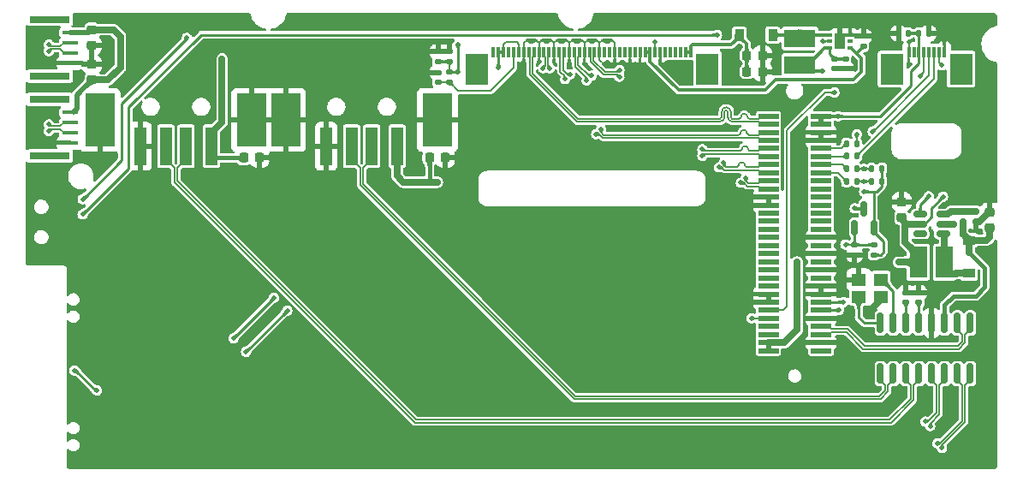
<source format=gtl>
G04 #@! TF.GenerationSoftware,KiCad,Pcbnew,(6.0.4)*
G04 #@! TF.CreationDate,2022-05-11T13:02:33+08:00*
G04 #@! TF.ProjectId,A133CoreDK-LCDdeck,41313333-436f-4726-9544-4b2d4c434464,rev?*
G04 #@! TF.SameCoordinates,Original*
G04 #@! TF.FileFunction,Copper,L1,Top*
G04 #@! TF.FilePolarity,Positive*
%FSLAX46Y46*%
G04 Gerber Fmt 4.6, Leading zero omitted, Abs format (unit mm)*
G04 Created by KiCad (PCBNEW (6.0.4)) date 2022-05-11 13:02:33*
%MOMM*%
%LPD*%
G01*
G04 APERTURE LIST*
G04 Aperture macros list*
%AMRoundRect*
0 Rectangle with rounded corners*
0 $1 Rounding radius*
0 $2 $3 $4 $5 $6 $7 $8 $9 X,Y pos of 4 corners*
0 Add a 4 corners polygon primitive as box body*
4,1,4,$2,$3,$4,$5,$6,$7,$8,$9,$2,$3,0*
0 Add four circle primitives for the rounded corners*
1,1,$1+$1,$2,$3*
1,1,$1+$1,$4,$5*
1,1,$1+$1,$6,$7*
1,1,$1+$1,$8,$9*
0 Add four rect primitives between the rounded corners*
20,1,$1+$1,$2,$3,$4,$5,0*
20,1,$1+$1,$4,$5,$6,$7,0*
20,1,$1+$1,$6,$7,$8,$9,0*
20,1,$1+$1,$8,$9,$2,$3,0*%
G04 Aperture macros list end*
G04 #@! TA.AperFunction,SMDPad,CuDef*
%ADD10RoundRect,0.140000X0.140000X0.170000X-0.140000X0.170000X-0.140000X-0.170000X0.140000X-0.170000X0*%
G04 #@! TD*
G04 #@! TA.AperFunction,SMDPad,CuDef*
%ADD11RoundRect,0.140000X0.170000X-0.140000X0.170000X0.140000X-0.170000X0.140000X-0.170000X-0.140000X0*%
G04 #@! TD*
G04 #@! TA.AperFunction,SMDPad,CuDef*
%ADD12RoundRect,0.150000X0.150000X-0.587500X0.150000X0.587500X-0.150000X0.587500X-0.150000X-0.587500X0*%
G04 #@! TD*
G04 #@! TA.AperFunction,SMDPad,CuDef*
%ADD13RoundRect,0.225000X-0.225000X-0.250000X0.225000X-0.250000X0.225000X0.250000X-0.225000X0.250000X0*%
G04 #@! TD*
G04 #@! TA.AperFunction,SMDPad,CuDef*
%ADD14RoundRect,0.135000X-0.185000X0.135000X-0.185000X-0.135000X0.185000X-0.135000X0.185000X0.135000X0*%
G04 #@! TD*
G04 #@! TA.AperFunction,SMDPad,CuDef*
%ADD15R,1.200000X0.900000*%
G04 #@! TD*
G04 #@! TA.AperFunction,SMDPad,CuDef*
%ADD16R,0.900000X1.200000*%
G04 #@! TD*
G04 #@! TA.AperFunction,SMDPad,CuDef*
%ADD17RoundRect,0.135000X0.135000X0.185000X-0.135000X0.185000X-0.135000X-0.185000X0.135000X-0.185000X0*%
G04 #@! TD*
G04 #@! TA.AperFunction,SMDPad,CuDef*
%ADD18R,1.400000X1.200000*%
G04 #@! TD*
G04 #@! TA.AperFunction,SMDPad,CuDef*
%ADD19R,2.000000X0.500000*%
G04 #@! TD*
G04 #@! TA.AperFunction,SMDPad,CuDef*
%ADD20R,4.000500X0.800100*%
G04 #@! TD*
G04 #@! TA.AperFunction,SMDPad,CuDef*
%ADD21R,1.600200X0.398800*%
G04 #@! TD*
G04 #@! TA.AperFunction,SMDPad,CuDef*
%ADD22R,3.119100X1.800900*%
G04 #@! TD*
G04 #@! TA.AperFunction,SMDPad,CuDef*
%ADD23RoundRect,0.135000X0.185000X-0.135000X0.185000X0.135000X-0.185000X0.135000X-0.185000X-0.135000X0*%
G04 #@! TD*
G04 #@! TA.AperFunction,SMDPad,CuDef*
%ADD24R,1.800900X3.119100*%
G04 #@! TD*
G04 #@! TA.AperFunction,SMDPad,CuDef*
%ADD25O,0.607100X0.363200*%
G04 #@! TD*
G04 #@! TA.AperFunction,SMDPad,CuDef*
%ADD26R,1.000800X1.600200*%
G04 #@! TD*
G04 #@! TA.AperFunction,SMDPad,CuDef*
%ADD27RoundRect,0.225000X-0.250000X0.225000X-0.250000X-0.225000X0.250000X-0.225000X0.250000X0.225000X0*%
G04 #@! TD*
G04 #@! TA.AperFunction,SMDPad,CuDef*
%ADD28RoundRect,0.225000X0.250000X-0.225000X0.250000X0.225000X-0.250000X0.225000X-0.250000X-0.225000X0*%
G04 #@! TD*
G04 #@! TA.AperFunction,SMDPad,CuDef*
%ADD29RoundRect,0.140000X-0.140000X-0.170000X0.140000X-0.170000X0.140000X0.170000X-0.140000X0.170000X0*%
G04 #@! TD*
G04 #@! TA.AperFunction,SMDPad,CuDef*
%ADD30RoundRect,0.225000X0.225000X0.250000X-0.225000X0.250000X-0.225000X-0.250000X0.225000X-0.250000X0*%
G04 #@! TD*
G04 #@! TA.AperFunction,SMDPad,CuDef*
%ADD31RoundRect,0.150000X0.150000X-0.850000X0.150000X0.850000X-0.150000X0.850000X-0.150000X-0.850000X0*%
G04 #@! TD*
G04 #@! TA.AperFunction,SMDPad,CuDef*
%ADD32R,1.198900X3.799800*%
G04 #@! TD*
G04 #@! TA.AperFunction,SMDPad,CuDef*
%ADD33R,2.999700X5.301000*%
G04 #@! TD*
G04 #@! TA.AperFunction,SMDPad,CuDef*
%ADD34R,0.300000X1.100000*%
G04 #@! TD*
G04 #@! TA.AperFunction,SMDPad,CuDef*
%ADD35R,2.300000X3.100000*%
G04 #@! TD*
G04 #@! TA.AperFunction,SMDPad,CuDef*
%ADD36RoundRect,0.150000X0.512500X0.150000X-0.512500X0.150000X-0.512500X-0.150000X0.512500X-0.150000X0*%
G04 #@! TD*
G04 #@! TA.AperFunction,ViaPad*
%ADD37C,0.508000*%
G04 #@! TD*
G04 #@! TA.AperFunction,Conductor*
%ADD38C,0.152400*%
G04 #@! TD*
G04 #@! TA.AperFunction,Conductor*
%ADD39C,0.254000*%
G04 #@! TD*
G04 #@! TA.AperFunction,Conductor*
%ADD40C,0.127000*%
G04 #@! TD*
G04 #@! TA.AperFunction,Conductor*
%ADD41C,0.635000*%
G04 #@! TD*
G04 #@! TA.AperFunction,Conductor*
%ADD42C,0.508000*%
G04 #@! TD*
G04 #@! TA.AperFunction,Conductor*
%ADD43C,0.304800*%
G04 #@! TD*
G04 #@! TA.AperFunction,Conductor*
%ADD44C,0.381000*%
G04 #@! TD*
G04 APERTURE END LIST*
D10*
X181201000Y-63652400D03*
X180241000Y-63652400D03*
D11*
X180975000Y-90294400D03*
X180975000Y-89334400D03*
X182245000Y-90294400D03*
X182245000Y-89334400D03*
D12*
X175884800Y-82875600D03*
X177784800Y-82875600D03*
X176834800Y-81000600D03*
D13*
X165235600Y-65848200D03*
X166785600Y-65848200D03*
D11*
X173884600Y-67158800D03*
X173884600Y-66198800D03*
D14*
X187876211Y-81253659D03*
X187876211Y-82273659D03*
D15*
X187215811Y-84126859D03*
X187215811Y-87426859D03*
D16*
X164487600Y-63834000D03*
X167787600Y-63834000D03*
D14*
X135826500Y-67508600D03*
X135826500Y-68528600D03*
D17*
X176100200Y-74574400D03*
X175080200Y-74574400D03*
D18*
X176293500Y-89775000D03*
X178493700Y-89775000D03*
X178493700Y-88025000D03*
X176293500Y-88025000D03*
D11*
X175002200Y-67158800D03*
X175002200Y-66198800D03*
D19*
X167364000Y-71859100D03*
X167364000Y-72659200D03*
X167364000Y-73459100D03*
X167364000Y-74259200D03*
X167364000Y-75059300D03*
X167364000Y-75859100D03*
X167364000Y-76659200D03*
X167364000Y-77459100D03*
X167364000Y-78259200D03*
X167364000Y-79059300D03*
X167364000Y-79859100D03*
X167364000Y-80659200D03*
X167364000Y-81459300D03*
X167364000Y-82259200D03*
X167364000Y-83059300D03*
X167364000Y-83859100D03*
X167364000Y-84659200D03*
X167364000Y-85459300D03*
X167364000Y-86259200D03*
X167364000Y-87059300D03*
X167364000Y-87859100D03*
X167364000Y-88659200D03*
X167364000Y-89459300D03*
X167364000Y-90259200D03*
X167364000Y-91059300D03*
X167364000Y-91859100D03*
X167364000Y-92659200D03*
X167364000Y-93459300D03*
X167364000Y-94259200D03*
X167364000Y-95059300D03*
X172563900Y-71859100D03*
X172563900Y-72659200D03*
X172563900Y-73459100D03*
X172563900Y-74259200D03*
X172563900Y-75059300D03*
X172563900Y-75859100D03*
X172563900Y-76659200D03*
X172563900Y-77459100D03*
X172563900Y-78259200D03*
X172563900Y-79059300D03*
X172563900Y-79859100D03*
X172563900Y-80659200D03*
X172563900Y-81459300D03*
X172563900Y-82259200D03*
X172563900Y-83059300D03*
X172563900Y-83859100D03*
X172563900Y-84659200D03*
X172563900Y-85459300D03*
X172563900Y-86259200D03*
X172563900Y-87059300D03*
X172563900Y-87859100D03*
X172563900Y-88659200D03*
X172563900Y-89459300D03*
X172563900Y-90259200D03*
X172563900Y-91059300D03*
X172563900Y-91859100D03*
X172563900Y-92659200D03*
X172563900Y-93459300D03*
X172563900Y-94259200D03*
X172564200Y-95059300D03*
D20*
X96285100Y-75798700D03*
X96285100Y-70200500D03*
D21*
X98281500Y-71501000D03*
X98281500Y-72501800D03*
X98281500Y-73502500D03*
X98281500Y-74500700D03*
D22*
X170481000Y-66788000D03*
X170481000Y-64182000D03*
D23*
X177784800Y-85572300D03*
X177784800Y-84552300D03*
D17*
X178589400Y-77063600D03*
X177569400Y-77063600D03*
D13*
X165235600Y-67448400D03*
X166785600Y-67448400D03*
D24*
X184785011Y-86310259D03*
X182179011Y-86310259D03*
D25*
X175472100Y-65119200D03*
X175472100Y-64469000D03*
X175472100Y-63818800D03*
X173414700Y-63818800D03*
X173414700Y-64469000D03*
X173414700Y-65119200D03*
D26*
X174443400Y-64469000D03*
D17*
X176100200Y-78308200D03*
X175080200Y-78308200D03*
D11*
X134683500Y-68498600D03*
X134683500Y-67538600D03*
D27*
X100457000Y-63309200D03*
X100457000Y-64859200D03*
D23*
X186580811Y-82273659D03*
X186580811Y-81253659D03*
D17*
X176100200Y-77063600D03*
X175080200Y-77063600D03*
D28*
X189273211Y-82919659D03*
X189273211Y-81369659D03*
D17*
X178589400Y-78308200D03*
X177569400Y-78308200D03*
D28*
X180535611Y-81878259D03*
X180535611Y-80328259D03*
D29*
X182247600Y-63652400D03*
X183207600Y-63652400D03*
D14*
X175884800Y-84552300D03*
X175884800Y-85572300D03*
D20*
X96285100Y-62301100D03*
X96285100Y-67899300D03*
D21*
X98281500Y-63601600D03*
X98281500Y-64602400D03*
X98281500Y-65603100D03*
X98281500Y-66601300D03*
D17*
X176100200Y-75819000D03*
X175080200Y-75819000D03*
D30*
X135402600Y-75996800D03*
X133852600Y-75996800D03*
D11*
X135826500Y-66441200D03*
X135826500Y-65481200D03*
D23*
X176754800Y-64979000D03*
X176754800Y-63959000D03*
D31*
X178435000Y-97318200D03*
X179705000Y-97318200D03*
X180975000Y-97318200D03*
X182245000Y-97318200D03*
X183515000Y-97318200D03*
X184785000Y-97318200D03*
X186055000Y-97318200D03*
X187325000Y-97318200D03*
X187325000Y-92318200D03*
X186055000Y-92318200D03*
X184785000Y-92318200D03*
X183515000Y-92318200D03*
X182245000Y-92318200D03*
X180975000Y-92318200D03*
X179705000Y-92318200D03*
X178435000Y-92318200D03*
D32*
X130632200Y-74843660D03*
X128132800Y-74843660D03*
X126131300Y-74843660D03*
X123632000Y-74843660D03*
D33*
X134627600Y-72242660D03*
X119626400Y-72242660D03*
D28*
X100457000Y-68288200D03*
X100457000Y-66738200D03*
D34*
X140168800Y-65512200D03*
X140668800Y-65512200D03*
X141168800Y-65512200D03*
X141668800Y-65512200D03*
X142168800Y-65512200D03*
X142668800Y-65512200D03*
X143168800Y-65512200D03*
X143668800Y-65512200D03*
X144168800Y-65512200D03*
X144668800Y-65512200D03*
X145168800Y-65512200D03*
X145668800Y-65512200D03*
X146168800Y-65512200D03*
X146668800Y-65512200D03*
X147168800Y-65512200D03*
X147668800Y-65512200D03*
X148168800Y-65512200D03*
X148668800Y-65512200D03*
X149168800Y-65512200D03*
X149668800Y-65512200D03*
X150168800Y-65512200D03*
X150668800Y-65512200D03*
X151168800Y-65512200D03*
X151668800Y-65512200D03*
X152168800Y-65512200D03*
X152668800Y-65512200D03*
X153168800Y-65512200D03*
X153668800Y-65512200D03*
X154168800Y-65512200D03*
X154668800Y-65512200D03*
X155168800Y-65512200D03*
X155668800Y-65512200D03*
X156168800Y-65512200D03*
X156668800Y-65512200D03*
X157168800Y-65512200D03*
X157668800Y-65512200D03*
X158168800Y-65512200D03*
X158668800Y-65512200D03*
X159168800Y-65512200D03*
X159668800Y-65512200D03*
D35*
X138498800Y-67212200D03*
X161338800Y-67212200D03*
D32*
X112268000Y-74843660D03*
X109768600Y-74843660D03*
X107767100Y-74843660D03*
X105267800Y-74843660D03*
D33*
X101262200Y-72242660D03*
X116263400Y-72242660D03*
D30*
X117038400Y-75996800D03*
X115488400Y-75996800D03*
D36*
X184644911Y-83475659D03*
X184644911Y-82525659D03*
X184644911Y-81575659D03*
X182369911Y-81575659D03*
X182369911Y-82525659D03*
X182369911Y-83475659D03*
D34*
X181257000Y-65512200D03*
X181757000Y-65512200D03*
X182257000Y-65512200D03*
X182757000Y-65512200D03*
X183257000Y-65512200D03*
X183757000Y-65512200D03*
X184257000Y-65512200D03*
X184757000Y-65512200D03*
D35*
X179587000Y-67212200D03*
X186427000Y-67212200D03*
D11*
X134683500Y-66441200D03*
X134683500Y-65481200D03*
D37*
X156159200Y-64566800D03*
X145749000Y-67113696D03*
X150793887Y-73161713D03*
X145088600Y-67113696D03*
X150326913Y-73628687D03*
X160832800Y-75129000D03*
X147731287Y-67736913D03*
X147264313Y-68203887D03*
X160832800Y-75789400D03*
X162945887Y-76449113D03*
X149864887Y-67863913D03*
X162478913Y-76916087D03*
X149397913Y-68330887D03*
X152628600Y-67310000D03*
X165104887Y-77973113D03*
X164637913Y-78440087D03*
X152628600Y-67970400D03*
X189001400Y-94691200D03*
X154686000Y-85852000D03*
X136575800Y-75996800D03*
X152730200Y-73050400D03*
X189230000Y-79425800D03*
X110820200Y-92811600D03*
X161188400Y-76835000D03*
X138912600Y-62661800D03*
X116941600Y-88163400D03*
X179755800Y-64770000D03*
X150723600Y-75692000D03*
X100253800Y-103987600D03*
X175310800Y-104775000D03*
X179197000Y-80314800D03*
X178511200Y-64795400D03*
X159512000Y-66776600D03*
X115011200Y-89331800D03*
X98770635Y-99971420D03*
X164642800Y-80086200D03*
X161950400Y-80111600D03*
X188595000Y-99745800D03*
X174472600Y-88722200D03*
X154635200Y-75692000D03*
X95088171Y-66547503D03*
X184759600Y-64465200D03*
X180365400Y-87934800D03*
X135915400Y-102971600D03*
X163017200Y-78460600D03*
X141122400Y-70993000D03*
X142951200Y-66954400D03*
X101854000Y-66725800D03*
X108458000Y-89484200D03*
X143586200Y-87884000D03*
X184404000Y-89281000D03*
X164896800Y-83642200D03*
X127000000Y-62636400D03*
X163271200Y-74676000D03*
X119227600Y-75996800D03*
X180797200Y-106375200D03*
X169975779Y-95473978D03*
X121589800Y-92862400D03*
X170484800Y-77063600D03*
X123139200Y-87376000D03*
X96266000Y-66548000D03*
X99187000Y-62306200D03*
X170484800Y-79832200D03*
X116967000Y-104394000D03*
X189026800Y-97409000D03*
X158826200Y-87833200D03*
X133400800Y-97993200D03*
X105486200Y-78181200D03*
X152247600Y-62661800D03*
X148844000Y-102920800D03*
X188976000Y-91490800D03*
X119380000Y-93700600D03*
X162407600Y-70078600D03*
X126365000Y-83261200D03*
X103860600Y-84734400D03*
X164592000Y-100888800D03*
X107721400Y-63855600D03*
X131064000Y-66725800D03*
X164973000Y-86182200D03*
X186004200Y-71501000D03*
X179552600Y-83464400D03*
X146253200Y-75539600D03*
X121285000Y-75996800D03*
X115493800Y-79248000D03*
X105308400Y-92532200D03*
X100177600Y-91338400D03*
X126898400Y-66649600D03*
X107746800Y-78917800D03*
X189204600Y-90043000D03*
X124790200Y-104851200D03*
X174421800Y-83286600D03*
X186029600Y-62636400D03*
X130479800Y-104724200D03*
X180797200Y-102565200D03*
X135915400Y-106426000D03*
X139014200Y-73177400D03*
X185699400Y-82524600D03*
X94310200Y-77393800D03*
X155752800Y-73050400D03*
X133654800Y-65481200D03*
X142748000Y-73228200D03*
X125730000Y-97028000D03*
X109601000Y-104775000D03*
X166573200Y-70408800D03*
X188366400Y-103555800D03*
X164744400Y-88417400D03*
X137363200Y-70866000D03*
X121869200Y-79146400D03*
X111785400Y-78740000D03*
X158470600Y-75742800D03*
X175590200Y-92227400D03*
X141325600Y-98425000D03*
X102797879Y-87964278D03*
X137202118Y-78281121D03*
X162255200Y-85852000D03*
X159054800Y-102946200D03*
X147243800Y-85445600D03*
X105257600Y-98882200D03*
X142951200Y-68605400D03*
X137109200Y-100304600D03*
X119643565Y-98753777D03*
X174340000Y-80794673D03*
X164642800Y-104724200D03*
X176047400Y-70002400D03*
X111556800Y-82880200D03*
X99110800Y-67919600D03*
X176377600Y-100863400D03*
X154838400Y-93040200D03*
X96596200Y-77444600D03*
X148818600Y-106375200D03*
X157353000Y-70866000D03*
X120243600Y-75996800D03*
X175107600Y-98577400D03*
X113309400Y-98933000D03*
X170332400Y-106426000D03*
X161823400Y-92913200D03*
X177266600Y-91236800D03*
X174040800Y-96570800D03*
X99466400Y-86029800D03*
X181254400Y-64566800D03*
X130225800Y-87299800D03*
X189280800Y-85521800D03*
X145030335Y-70967221D03*
X101828600Y-105283000D03*
X158267400Y-66776600D03*
X117906800Y-65074800D03*
X95453200Y-85902800D03*
X170434000Y-84074000D03*
X184632157Y-69588620D03*
X105645853Y-63863949D03*
X136931400Y-93345000D03*
X141681200Y-75412600D03*
X150850600Y-97688400D03*
X157784800Y-62661800D03*
X165354000Y-97561400D03*
X170332400Y-102946200D03*
X139471400Y-85547200D03*
X180568600Y-77978000D03*
X129133600Y-93649800D03*
X174929800Y-94589600D03*
X95783400Y-69037200D03*
X104800400Y-78181200D03*
X116535200Y-67894200D03*
X175158400Y-72923400D03*
X159029400Y-106375200D03*
X185445400Y-99847400D03*
X183261000Y-77114400D03*
X183743600Y-89281000D03*
X145973800Y-93040200D03*
X110058200Y-67919600D03*
X126009400Y-100330000D03*
X151688800Y-100914200D03*
X183007000Y-71348600D03*
X99999800Y-84480400D03*
X109726181Y-84092530D03*
X119608600Y-67945000D03*
X101828600Y-64871600D03*
X182854600Y-99847400D03*
X134543800Y-81813400D03*
X95351600Y-63525400D03*
X186876134Y-63446514D03*
X144668800Y-66446400D03*
X154863800Y-68605400D03*
X133705600Y-67538600D03*
X153644600Y-104724200D03*
X144907000Y-62661800D03*
X177012600Y-72923400D03*
X130937000Y-102260400D03*
X151307800Y-87579200D03*
X177215800Y-93345000D03*
X95090048Y-71652445D03*
X96596200Y-74549000D03*
X119735600Y-83337400D03*
X176199800Y-96545400D03*
X177335701Y-68628656D03*
X149707600Y-71323200D03*
X160197800Y-70866000D03*
X148082000Y-69723000D03*
X179984400Y-99872800D03*
X95528151Y-74541379D03*
X174523400Y-87376000D03*
X186613800Y-105714800D03*
X170484800Y-73787000D03*
X189230000Y-80010000D03*
X162458400Y-73101200D03*
X141300200Y-104749600D03*
X175844200Y-67157600D03*
X189611000Y-88011000D03*
X159181800Y-97485200D03*
X147320000Y-73202800D03*
X168554400Y-70408800D03*
X164896800Y-70408800D03*
X137058400Y-75184000D03*
X108356400Y-69875400D03*
X173888400Y-69519800D03*
X172716200Y-64469000D03*
X165684200Y-91846400D03*
X174980600Y-84554300D03*
X180774416Y-86310254D03*
X180248611Y-86302659D03*
X184632600Y-79832200D03*
X170205400Y-86868000D03*
X99542600Y-80071000D03*
X109855000Y-64109600D03*
X170205400Y-86309200D03*
X174269400Y-71856600D03*
X176834800Y-79324200D03*
X174802800Y-90246200D03*
X119786400Y-91084400D03*
X115697000Y-95173800D03*
X174320200Y-91059000D03*
X118465600Y-89814400D03*
X114452400Y-93827600D03*
X182346600Y-67894200D03*
X176834800Y-78308200D03*
X177673000Y-73380600D03*
X176834800Y-77063600D03*
X184531000Y-66827400D03*
X176098200Y-73660000D03*
X140665200Y-67030600D03*
X175895000Y-80975200D03*
X136677400Y-67513200D03*
X136677400Y-64770000D03*
X172720000Y-67411600D03*
X187215806Y-84796464D03*
X103276400Y-66217800D03*
X134607300Y-78397100D03*
X113334800Y-66217800D03*
X187208211Y-85337459D03*
X96205138Y-64772550D03*
X182900513Y-102052313D03*
X96205138Y-65432950D03*
X183367487Y-102519287D03*
X96201947Y-72671950D03*
X184068913Y-104211313D03*
X96201947Y-73332350D03*
X184535887Y-104678287D03*
X100939600Y-98983800D03*
X98729800Y-97002600D03*
X99542600Y-81572100D03*
X162280600Y-63830200D03*
X183210200Y-79781400D03*
D38*
X156668800Y-66470200D02*
X156667200Y-66471800D01*
D39*
X156668800Y-65512188D02*
X156668800Y-66470200D01*
D38*
X156168800Y-64576400D02*
X156168800Y-65512200D01*
X156159200Y-64566800D02*
X156168800Y-64576400D01*
D40*
X162756050Y-71419450D02*
X162756050Y-71959150D01*
X144168800Y-65912200D02*
X144168800Y-65512200D01*
X165278436Y-71874936D02*
X165278436Y-71874935D01*
X163635450Y-71959150D02*
X163635450Y-71419450D01*
X164678436Y-71874935D02*
X164678436Y-71874936D01*
X164322950Y-72119450D02*
X163795750Y-72119450D01*
X166614000Y-71859100D02*
X166353650Y-72119450D01*
X165033922Y-71630421D02*
X164922950Y-71630421D01*
X164433922Y-72119450D02*
X164322950Y-72119450D01*
X144058500Y-67635534D02*
X144058500Y-66022500D01*
X166353650Y-72119450D02*
X165522950Y-72119450D01*
X167364000Y-71859100D02*
X166614000Y-71859100D01*
X148542416Y-72119450D02*
X144058500Y-67635534D01*
X162595750Y-72119450D02*
X162443956Y-72119450D01*
X162443956Y-72119450D02*
X148542416Y-72119450D01*
X144058500Y-66022500D02*
X144168800Y-65912200D01*
X164678421Y-71874935D02*
G75*
G02*
X164922950Y-71630421I244479J35D01*
G01*
X165033922Y-71630364D02*
G75*
G02*
X165278436Y-71874935I-22J-244536D01*
G01*
X162756050Y-71419450D02*
G75*
G02*
X163195750Y-70979750I439650J50D01*
G01*
X163635450Y-71959150D02*
G75*
G03*
X163795750Y-72119450I160350J50D01*
G01*
X164433922Y-72119436D02*
G75*
G03*
X164678436Y-71874936I-22J244536D01*
G01*
X162595750Y-72119450D02*
G75*
G03*
X162756050Y-71959150I-50J160350D01*
G01*
X163195750Y-70979750D02*
G75*
G02*
X163635450Y-71419450I50J-439650D01*
G01*
X165278350Y-71874936D02*
G75*
G03*
X165522950Y-72119450I244550J36D01*
G01*
X167364000Y-72659200D02*
X166614000Y-72659200D01*
X148426684Y-72398850D02*
X143779100Y-67751266D01*
X163035450Y-71419450D02*
X163035450Y-71959150D01*
X162595750Y-72398850D02*
X162443956Y-72398850D01*
X166614000Y-72659200D02*
X166353650Y-72398850D01*
X166353650Y-72398850D02*
X163795750Y-72398850D01*
X163356050Y-71959150D02*
X163356050Y-71419450D01*
X143779100Y-67751266D02*
X143779100Y-66022500D01*
X143779100Y-66022500D02*
X143668800Y-65912200D01*
X162443956Y-72398850D02*
X148426684Y-72398850D01*
X143668800Y-65912200D02*
X143668800Y-65512200D01*
X163356050Y-71959150D02*
G75*
G03*
X163795750Y-72398850I439650J-50D01*
G01*
X162595750Y-72398850D02*
G75*
G03*
X163035450Y-71959150I50J439650D01*
G01*
X163195750Y-71259150D02*
G75*
G02*
X163356050Y-71419450I-50J-160350D01*
G01*
X163035450Y-71419450D02*
G75*
G02*
X163195750Y-71259150I160350J-50D01*
G01*
X145668800Y-65912200D02*
X145558500Y-66022500D01*
X151082216Y-73719450D02*
X150793887Y-73431121D01*
X150793887Y-73431121D02*
X150793887Y-73161713D01*
X164983322Y-73230421D02*
X164872350Y-73230421D01*
X145558500Y-66022500D02*
X145558500Y-66923196D01*
X145558500Y-66923196D02*
X145749000Y-67113696D01*
X166353650Y-73719450D02*
X165472350Y-73719450D01*
X164272350Y-73719450D02*
X151082216Y-73719450D01*
X164383322Y-73719450D02*
X164272350Y-73719450D01*
X166614000Y-73459100D02*
X166353650Y-73719450D01*
X164627836Y-73474935D02*
X164627836Y-73474936D01*
X145668800Y-65512200D02*
X145668800Y-65912200D01*
X165227836Y-73474936D02*
X165227836Y-73474935D01*
X167364000Y-73459100D02*
X166614000Y-73459100D01*
X164627821Y-73474935D02*
G75*
G02*
X164872350Y-73230421I244479J35D01*
G01*
X165227750Y-73474936D02*
G75*
G03*
X165472350Y-73719450I244550J36D01*
G01*
X164983322Y-73230364D02*
G75*
G02*
X165227836Y-73474935I-22J-244536D01*
G01*
X164383322Y-73719436D02*
G75*
G03*
X164627836Y-73474936I-22J244536D01*
G01*
X145168800Y-65912200D02*
X145279100Y-66022500D01*
X150966484Y-73998850D02*
X150596321Y-73628687D01*
X145279100Y-66923196D02*
X145088600Y-67113696D01*
X166353650Y-73998850D02*
X150966484Y-73998850D01*
X145168800Y-65512200D02*
X145168800Y-65912200D01*
X167364000Y-74259200D02*
X166614000Y-74259200D01*
X145279100Y-66022500D02*
X145279100Y-66923196D01*
X150596321Y-73628687D02*
X150326913Y-73628687D01*
X166614000Y-74259200D02*
X166353650Y-73998850D01*
X161023300Y-75319500D02*
X160832800Y-75129000D01*
X165346607Y-75075007D02*
X165346607Y-75075006D01*
X147058500Y-67333534D02*
X147461879Y-67736913D01*
X147461879Y-67736913D02*
X147731287Y-67736913D01*
X166353800Y-75319500D02*
X165591100Y-75319500D01*
X147058500Y-66022500D02*
X147058500Y-67333534D01*
X147168800Y-65512200D02*
X147168800Y-65912200D01*
X164502114Y-75319500D02*
X164391100Y-75319500D01*
X167364000Y-75059300D02*
X166614000Y-75059300D01*
X164746607Y-75075006D02*
X164746607Y-75075007D01*
X164391100Y-75319500D02*
X161023300Y-75319500D01*
X165102114Y-74830513D02*
X164991100Y-74830513D01*
X166614000Y-75059300D02*
X166353800Y-75319500D01*
X147168800Y-65912200D02*
X147058500Y-66022500D01*
X164502114Y-75319507D02*
G75*
G03*
X164746607Y-75075007I-14J244507D01*
G01*
X164746613Y-75075006D02*
G75*
G02*
X164991100Y-74830513I244487J6D01*
G01*
X165346600Y-75075007D02*
G75*
G03*
X165591100Y-75319500I244500J7D01*
G01*
X165102114Y-74830493D02*
G75*
G02*
X165346607Y-75075006I-14J-244507D01*
G01*
X147264313Y-67934479D02*
X147264313Y-68203887D01*
X166353800Y-75598900D02*
X161023300Y-75598900D01*
X146668800Y-65912200D02*
X146779100Y-66022500D01*
X167364000Y-75859100D02*
X166614000Y-75859100D01*
X146779100Y-67449266D02*
X147264313Y-67934479D01*
X146668800Y-65512200D02*
X146668800Y-65912200D01*
X146779100Y-66022500D02*
X146779100Y-67449266D01*
X166614000Y-75859100D02*
X166353800Y-75598900D01*
X161023300Y-75598900D02*
X160832800Y-75789400D01*
X166614000Y-76659200D02*
X166353750Y-76919450D01*
X164780522Y-76430421D02*
X164669550Y-76430421D01*
X149595479Y-67863913D02*
X148558500Y-66826934D01*
X149864887Y-67863913D02*
X149595479Y-67863913D01*
X148668800Y-65912200D02*
X148558500Y-66022500D01*
X163146816Y-76919450D02*
X162945887Y-76718521D01*
X162945887Y-76718521D02*
X162945887Y-76449113D01*
X166353750Y-76919450D02*
X165269550Y-76919450D01*
X167364000Y-76659200D02*
X166614000Y-76659200D01*
X164425036Y-76674935D02*
X164425036Y-76674936D01*
X148558500Y-66826934D02*
X148558500Y-66022500D01*
X164069550Y-76919450D02*
X163146816Y-76919450D01*
X148668800Y-65512200D02*
X148668800Y-65912200D01*
X165025036Y-76674936D02*
X165025036Y-76674935D01*
X164180522Y-76919450D02*
X164069550Y-76919450D01*
X165024950Y-76674936D02*
G75*
G03*
X165269550Y-76919450I244550J36D01*
G01*
X164180522Y-76919436D02*
G75*
G03*
X164425036Y-76674936I-22J244536D01*
G01*
X164425021Y-76674935D02*
G75*
G02*
X164669550Y-76430421I244479J35D01*
G01*
X164780522Y-76430364D02*
G75*
G02*
X165025036Y-76674935I-22J-244536D01*
G01*
X148168800Y-65512200D02*
X148168800Y-65912200D01*
X166353750Y-77198850D02*
X163031084Y-77198850D01*
X148279100Y-66942666D02*
X148279100Y-66022500D01*
X167364000Y-77459100D02*
X166614000Y-77459100D01*
X162748321Y-76916087D02*
X162478913Y-76916087D01*
X148168800Y-65912200D02*
X148279100Y-66022500D01*
X163031084Y-77198850D02*
X162748321Y-76916087D01*
X149397913Y-68330887D02*
X149397913Y-68061479D01*
X149397913Y-68061479D02*
X148279100Y-66942666D01*
X166614000Y-77459100D02*
X166353750Y-77198850D01*
X165381916Y-78519550D02*
X165104887Y-78242521D01*
X150058500Y-66022500D02*
X150058500Y-66371134D01*
X150058500Y-66371134D02*
X151187866Y-67500500D01*
X165104887Y-78242521D02*
X165104887Y-77973113D01*
X150168800Y-65912200D02*
X150058500Y-66022500D01*
X152438100Y-67500500D02*
X152628600Y-67310000D01*
X151187866Y-67500500D02*
X152438100Y-67500500D01*
X150168800Y-65512200D02*
X150168800Y-65912200D01*
X167364000Y-78259200D02*
X166614000Y-78259200D01*
X166353650Y-78519550D02*
X165381916Y-78519550D01*
X166614000Y-78259200D02*
X166353650Y-78519550D01*
X149779100Y-66022500D02*
X149779100Y-66486866D01*
X164907321Y-78440087D02*
X164637913Y-78440087D01*
X152438100Y-67779900D02*
X152628600Y-67970400D01*
X166614000Y-79059300D02*
X166353650Y-78798950D01*
X166353650Y-78798950D02*
X165266184Y-78798950D01*
X149668800Y-65912200D02*
X149779100Y-66022500D01*
X165266184Y-78798950D02*
X164907321Y-78440087D01*
X151072134Y-67779900D02*
X152438100Y-67779900D01*
X167364000Y-79059300D02*
X166614000Y-79059300D01*
X149779100Y-66486866D02*
X151072134Y-67779900D01*
X149668800Y-65512200D02*
X149668800Y-65912200D01*
D38*
X146168800Y-65512200D02*
X146168800Y-64609400D01*
X143357600Y-64414400D02*
X144481400Y-64414400D01*
X146168800Y-64609400D02*
X145973800Y-64414400D01*
X146168800Y-65512200D02*
X146168800Y-66514400D01*
X143168800Y-66305000D02*
X142951200Y-66522600D01*
X152168800Y-66443800D02*
X152171400Y-66446400D01*
X152168800Y-65512200D02*
X152168800Y-66443800D01*
X150668800Y-64588200D02*
X150842600Y-64414400D01*
X147668800Y-64585400D02*
X147668800Y-65512200D01*
X143168800Y-65512200D02*
X143168800Y-66305000D01*
X152168800Y-64589600D02*
X152168800Y-65512200D01*
X146168800Y-66514400D02*
X146253200Y-66598800D01*
X143168800Y-64603200D02*
X143357600Y-64414400D01*
X153668800Y-66521400D02*
X153670000Y-66522600D01*
X149168800Y-64586800D02*
X149341200Y-64414400D01*
D41*
X177266600Y-91236800D02*
X178493700Y-90009700D01*
D38*
X149168800Y-66593400D02*
X149606000Y-67030600D01*
X150668800Y-64588200D02*
X150668800Y-65512200D01*
D41*
X188261741Y-82273659D02*
X189165741Y-81369659D01*
D38*
X146168800Y-64609400D02*
X146168800Y-64600400D01*
X184645970Y-82524600D02*
X184644911Y-82525659D01*
X181257000Y-65512200D02*
X181257000Y-64569400D01*
X154668800Y-66514400D02*
X154660600Y-66522600D01*
X150842600Y-64414400D02*
X151993600Y-64414400D01*
X142951200Y-66522600D02*
X142951200Y-66954400D01*
X147668800Y-65512200D02*
X147668800Y-66795200D01*
X150495000Y-64414400D02*
X150668800Y-64588200D01*
X146168800Y-64600400D02*
X146354800Y-64414400D01*
D41*
X187876211Y-82273659D02*
X188261741Y-82273659D01*
D38*
X154668800Y-65512200D02*
X154668800Y-66514400D01*
X148996400Y-64414400D02*
X149168800Y-64586800D01*
X153668800Y-65512200D02*
X153668800Y-66521400D01*
X181257000Y-64569400D02*
X181254400Y-64566800D01*
X144856200Y-64414400D02*
X144668800Y-64601800D01*
D41*
X185699400Y-82524600D02*
X184645960Y-82524600D01*
D38*
X178493700Y-90009700D02*
X178493700Y-89775000D01*
D41*
X189165741Y-81369659D02*
X189273211Y-81369659D01*
D38*
X145973800Y-64414400D02*
X144856200Y-64414400D01*
X144668800Y-64601800D02*
X144668800Y-65512200D01*
X147668800Y-64585400D02*
X147839800Y-64414400D01*
X143168800Y-65512200D02*
X143168800Y-64603200D01*
X144481400Y-64414400D02*
X144668800Y-64601800D01*
X150668800Y-65512200D02*
X150668800Y-66264600D01*
X149168800Y-64586800D02*
X149168800Y-65512200D01*
X151993600Y-64414400D02*
X152168800Y-64589600D01*
X147497800Y-64414400D02*
X147668800Y-64585400D01*
X147668800Y-66795200D02*
X147726400Y-66852800D01*
X150668800Y-66264600D02*
X151231600Y-66827400D01*
X146354800Y-64414400D02*
X147497800Y-64414400D01*
X147839800Y-64414400D02*
X148996400Y-64414400D01*
X149341200Y-64414400D02*
X150495000Y-64414400D01*
X149168800Y-65512200D02*
X149168800Y-66593400D01*
X144668800Y-66446400D02*
X144668800Y-65512200D01*
X168808100Y-91059300D02*
X169214800Y-90652600D01*
X172948600Y-69519800D02*
X173888400Y-69519800D01*
X173414700Y-64469000D02*
X172716200Y-64469000D01*
X167364000Y-91059300D02*
X168808100Y-91059300D01*
X169214800Y-90652600D02*
X169214800Y-73253600D01*
X169214800Y-73253600D02*
X172948600Y-69519800D01*
D39*
X175884800Y-82875600D02*
X175884800Y-84552300D01*
D38*
X174980600Y-84554300D02*
X175882800Y-84554300D01*
X167364000Y-91859100D02*
X165696900Y-91859100D01*
X165696900Y-91859100D02*
X165684200Y-91846400D01*
X175882800Y-84554300D02*
X175884800Y-84552300D01*
D39*
X175884800Y-84552300D02*
X177784800Y-84552300D01*
D41*
X180891211Y-84354459D02*
X182179011Y-85642259D01*
D39*
X184632600Y-79832200D02*
X183515000Y-80949800D01*
D42*
X167364004Y-94259197D02*
X167364004Y-95059297D01*
D39*
X182828141Y-82525659D02*
X182369911Y-82525659D01*
X103403400Y-76210200D02*
X99542600Y-80071000D01*
D41*
X180891211Y-82551059D02*
X180891211Y-84354459D01*
X182369911Y-82525659D02*
X181424611Y-82525659D01*
X181424611Y-82525659D02*
X180916611Y-82525659D01*
D39*
X109855000Y-64185800D02*
X103403400Y-70637400D01*
D38*
X180248611Y-86302659D02*
X180256211Y-86310259D01*
D41*
X180535606Y-82049556D02*
X181011703Y-82525654D01*
D39*
X109855000Y-64109600D02*
X109855000Y-64185800D01*
D41*
X180774416Y-86310254D02*
X182179011Y-86310254D01*
D39*
X103403400Y-70637400D02*
X103403400Y-76210200D01*
D41*
X170205400Y-86868000D02*
X170205400Y-92989400D01*
X170205400Y-86309200D02*
X170205400Y-86868000D01*
X170205400Y-92989400D02*
X168935600Y-94259200D01*
X180256206Y-86310254D02*
X180774416Y-86310254D01*
D42*
X180916611Y-82525659D02*
X180891211Y-82551059D01*
D39*
X183515000Y-81838800D02*
X182828141Y-82525659D01*
D42*
X180535611Y-81878264D02*
X180535611Y-82049562D01*
D39*
X183515000Y-80949800D02*
X183515000Y-81838800D01*
D41*
X168935600Y-94259200D02*
X167364000Y-94259200D01*
D39*
X177784800Y-85572300D02*
X178458400Y-85572300D01*
X174266900Y-71859100D02*
X174269400Y-71856600D01*
X181457600Y-67437000D02*
X181457600Y-68808600D01*
X177774600Y-79324200D02*
X178079400Y-79324200D01*
X182257000Y-65512200D02*
X182257000Y-63661800D01*
D43*
X172563892Y-71859089D02*
X174266911Y-71859089D01*
D39*
X178765200Y-85265500D02*
X178765200Y-84274900D01*
X178589407Y-78308200D02*
X178589407Y-77063600D01*
X178409600Y-71856600D02*
X174269400Y-71856600D01*
X178589400Y-78814200D02*
X178589400Y-78308200D01*
X181457600Y-68808600D02*
X178409600Y-71856600D01*
X178458400Y-85572300D02*
X178765200Y-85265500D01*
X182257000Y-63661800D02*
X182247600Y-63652400D01*
X182257000Y-65512200D02*
X182257000Y-66637600D01*
X182247600Y-63652400D02*
X181201000Y-63652400D01*
X182257000Y-66637600D02*
X181457600Y-67437000D01*
D38*
X177784800Y-83294500D02*
X177784800Y-82875600D01*
X177784800Y-82875600D02*
X177774600Y-82865400D01*
D39*
X178079400Y-79324200D02*
X178589400Y-78814200D01*
X176834800Y-79324200D02*
X177774600Y-79324200D01*
X177774600Y-82865392D02*
X177774600Y-79324200D01*
D42*
X172563892Y-71859089D02*
X172563892Y-72659189D01*
D39*
X178765200Y-84274900D02*
X177784800Y-83294500D01*
D38*
X174595300Y-75059300D02*
X175080200Y-74574400D01*
X172563900Y-75059300D02*
X174595300Y-75059300D01*
X175040100Y-75859100D02*
X175080200Y-75819000D01*
X172563900Y-75859100D02*
X175040100Y-75859100D01*
X172563900Y-76659200D02*
X174675800Y-76659200D01*
X174675800Y-76659200D02*
X175080200Y-77063600D01*
X174231100Y-77459100D02*
X175080200Y-78308200D01*
X172563900Y-77459100D02*
X174231100Y-77459100D01*
D39*
X115697000Y-95173800D02*
X119786400Y-91084400D01*
X174789795Y-90259205D02*
X172563892Y-90259205D01*
D38*
X174802800Y-90246200D02*
X174789800Y-90259200D01*
D39*
X174319895Y-91059305D02*
X172563892Y-91059305D01*
D38*
X174320200Y-91059000D02*
X174319900Y-91059300D01*
D39*
X114452400Y-93827600D02*
X118465600Y-89814400D01*
D40*
X173574250Y-92919550D02*
X175184516Y-92919550D01*
X175184516Y-92919550D02*
X176867266Y-94602300D01*
X186550780Y-93510580D02*
X186055000Y-93014800D01*
X176867266Y-94602300D02*
X186098734Y-94602300D01*
X186098734Y-94602300D02*
X186550780Y-94150254D01*
X186055000Y-93014800D02*
X186055000Y-92318200D01*
X186550780Y-94150254D02*
X186550780Y-93510580D01*
X173313900Y-92659200D02*
X173574250Y-92919550D01*
X172563900Y-92659200D02*
X173313900Y-92659200D01*
X186214466Y-94881700D02*
X176751534Y-94881700D01*
X186829700Y-94266466D02*
X186214466Y-94881700D01*
X186829700Y-93510100D02*
X186829700Y-94266466D01*
X175068784Y-93198950D02*
X173574250Y-93198950D01*
X173574250Y-93198950D02*
X173313900Y-93459300D01*
X176751534Y-94881700D02*
X175068784Y-93198950D01*
X187325000Y-92318200D02*
X187325000Y-93014800D01*
X173313900Y-93459300D02*
X172563900Y-93459300D01*
X187325000Y-93014800D02*
X186829700Y-93510100D01*
D38*
X176100200Y-78308200D02*
X176834800Y-78308200D01*
X182346600Y-67894200D02*
X182757000Y-67483800D01*
X182757000Y-67483800D02*
X182757000Y-65512200D01*
X177569400Y-78308200D02*
X176834800Y-78308200D01*
X183257000Y-67822000D02*
X183257000Y-65512200D01*
X177569400Y-77063600D02*
X176834800Y-77063600D01*
X177698400Y-73380600D02*
X183257000Y-67822000D01*
X176100200Y-77063600D02*
X176834800Y-77063600D01*
X177673000Y-73380600D02*
X177698400Y-73380600D01*
X183757000Y-68162200D02*
X176100200Y-75819000D01*
X183757000Y-65512200D02*
X183757000Y-68162200D01*
X176098200Y-73660000D02*
X176098200Y-74572400D01*
X184531000Y-66827400D02*
X184257000Y-66553400D01*
X176098200Y-74572400D02*
X176100200Y-74574400D01*
X184257000Y-66553400D02*
X184257000Y-65512200D01*
X134683500Y-68498600D02*
X135796500Y-68498600D01*
X136702800Y-69367400D02*
X139877800Y-69367400D01*
X139877800Y-69367400D02*
X142168800Y-67076400D01*
X142168800Y-67076400D02*
X142168800Y-65512200D01*
X135826500Y-68528600D02*
X135864000Y-68528600D01*
X135864000Y-68528600D02*
X136702800Y-69367400D01*
X135796500Y-68498600D02*
X135826500Y-68528600D01*
D43*
X176580800Y-66141600D02*
X176580800Y-67462400D01*
X155668802Y-65512188D02*
X155168803Y-65512188D01*
X176060100Y-65620900D02*
X176112900Y-65620900D01*
X175818800Y-68224400D02*
X168097200Y-68224400D01*
X155668800Y-66489400D02*
X155668800Y-65512200D01*
X176060100Y-65620900D02*
X176580800Y-66141600D01*
X158470600Y-69291200D02*
X155668800Y-66489400D01*
X175472100Y-65119200D02*
X175558400Y-65119200D01*
X167030400Y-69291200D02*
X158470600Y-69291200D01*
X175558400Y-65119200D02*
X176060100Y-65620900D01*
X176580800Y-67462400D02*
X175818800Y-68224400D01*
X168097200Y-68224400D02*
X167030400Y-69291200D01*
X176112900Y-65620900D02*
X176754800Y-64979000D01*
X164487600Y-63979800D02*
X165235600Y-64727800D01*
D40*
X164487600Y-63834000D02*
X164487600Y-63979800D01*
D43*
X159668794Y-65512188D02*
X159668794Y-65121206D01*
X159668800Y-64968800D02*
X159842200Y-64795400D01*
X159668800Y-65121200D02*
X159668800Y-64968800D01*
X165235600Y-65848200D02*
X165235600Y-67448400D01*
X165235600Y-64727800D02*
X165235600Y-65848200D01*
X159842200Y-64795400D02*
X163677600Y-64795400D01*
X159168795Y-65512188D02*
X159668794Y-65512188D01*
X163677600Y-64795400D02*
X164487600Y-63985400D01*
D39*
X175002200Y-66198800D02*
X173884600Y-66198800D01*
D38*
X141376400Y-64541400D02*
X141168800Y-64749000D01*
D39*
X173414700Y-65728900D02*
X173884600Y-66198800D01*
D38*
X142468600Y-64541400D02*
X141376400Y-64541400D01*
D39*
X140668807Y-65512188D02*
X141168806Y-65512188D01*
D43*
X171104600Y-67411600D02*
X170481000Y-66788000D01*
X172929600Y-65119200D02*
X173414700Y-65119200D01*
D38*
X135826500Y-67508600D02*
X135826500Y-66441200D01*
X142668800Y-64741600D02*
X142468600Y-64541400D01*
D39*
X135831100Y-67513200D02*
X135826500Y-67508600D01*
D43*
X175920400Y-81000600D02*
X175895000Y-80975200D01*
D39*
X134683500Y-66441209D02*
X135826500Y-66441209D01*
X173414700Y-65119200D02*
X173414700Y-65728900D01*
D43*
X172720000Y-67411600D02*
X171104600Y-67411600D01*
D38*
X170481000Y-66788000D02*
X171260800Y-66788000D01*
D43*
X171260800Y-66788000D02*
X172929600Y-65119200D01*
D39*
X136677400Y-67513200D02*
X135831097Y-67513200D01*
X136677400Y-67513200D02*
X136677400Y-64770000D01*
X140665200Y-67030600D02*
X140665200Y-65515800D01*
D38*
X142668800Y-65512200D02*
X142668800Y-64741600D01*
D39*
X140665200Y-65515800D02*
X140668800Y-65512200D01*
D38*
X141168800Y-64749000D02*
X141168800Y-65512200D01*
D43*
X176834800Y-81000600D02*
X175920400Y-81000600D01*
X170844195Y-63818811D02*
X173414700Y-63818811D01*
D38*
X170481000Y-64182000D02*
X170844200Y-63818800D01*
D43*
X167787609Y-63834000D02*
X170132995Y-63834000D01*
D38*
X170133000Y-63834000D02*
X170481000Y-64182000D01*
D39*
X182245000Y-92318205D02*
X182245000Y-90294409D01*
X180975000Y-92318205D02*
X180975000Y-90294409D01*
D44*
X188772800Y-86902048D02*
X187208211Y-85337459D01*
D38*
X133852600Y-78389800D02*
X133845300Y-78397100D01*
D44*
X133852590Y-75996800D02*
X133852590Y-78389810D01*
X184785000Y-90525600D02*
X185648600Y-89662000D01*
D41*
X189273211Y-83795659D02*
X188942011Y-84126859D01*
D44*
X187883800Y-89662000D02*
X188772800Y-88773000D01*
D41*
X112268000Y-74843650D02*
X112268000Y-75996800D01*
X103276400Y-63982600D02*
X102603000Y-63309200D01*
D44*
X184785000Y-92318200D02*
X184785000Y-90525600D01*
D41*
X102018800Y-68288200D02*
X100457000Y-68288200D01*
D38*
X98281500Y-71501000D02*
X98628200Y-71501000D01*
D44*
X112268000Y-75996800D02*
X115488390Y-75996800D01*
D41*
X113334800Y-66217800D02*
X113334800Y-72466200D01*
X189273211Y-82919659D02*
X189273211Y-83795659D01*
X133845300Y-78397100D02*
X131267200Y-78397100D01*
X130632200Y-77762100D02*
X130632200Y-74843650D01*
X134607300Y-78397100D02*
X133845300Y-78397100D01*
X102603000Y-63309200D02*
X100457000Y-63309200D01*
D42*
X98679000Y-71450200D02*
X98983800Y-71145400D01*
D41*
X103276400Y-66217800D02*
X103276400Y-67030600D01*
X103276400Y-66217800D02*
X103276400Y-63982600D01*
X113334800Y-72466200D02*
X112268000Y-73533000D01*
X131267200Y-78397100D02*
X130632200Y-77762100D01*
X187215811Y-84126859D02*
X186580811Y-83491859D01*
X186580811Y-83491859D02*
X186580811Y-82273659D01*
X112268000Y-73533000D02*
X112268000Y-74843650D01*
D38*
X98628200Y-71501000D02*
X98679000Y-71450200D01*
D41*
X187215806Y-84796464D02*
X187215806Y-85329864D01*
D38*
X100164600Y-63601600D02*
X100457000Y-63309200D01*
D41*
X188942011Y-84126859D02*
X187215811Y-84126859D01*
X187215806Y-84126870D02*
X187215806Y-84796464D01*
D42*
X187215811Y-85329859D02*
X187208211Y-85337459D01*
X98983800Y-71145400D02*
X98983800Y-69761400D01*
D44*
X188772800Y-88773000D02*
X188772800Y-86902048D01*
D42*
X98983800Y-69761400D02*
X100457000Y-68288200D01*
D41*
X103276400Y-67030600D02*
X102018800Y-68288200D01*
D42*
X98281490Y-63601600D02*
X100164595Y-63601600D01*
D44*
X185648600Y-89662000D02*
X187883800Y-89662000D01*
D38*
X184785011Y-86310259D02*
X184785011Y-87257659D01*
D41*
X184785000Y-83615745D02*
X184785000Y-86310254D01*
X187215811Y-87426859D02*
X185901611Y-87426859D01*
D38*
X184785011Y-87257659D02*
X184955211Y-87427859D01*
X184644911Y-83475659D02*
X184785011Y-83615759D01*
D41*
X184955211Y-87427859D02*
X185900611Y-87427859D01*
D38*
X185900611Y-87427859D02*
X185901611Y-87426859D01*
D41*
X186580811Y-81253659D02*
X185439811Y-81253659D01*
X185117811Y-81575659D02*
X184644911Y-81575659D01*
X187876211Y-81253659D02*
X186580811Y-81253659D01*
X185439811Y-81253659D02*
X185117811Y-81575659D01*
D39*
X179705000Y-92318200D02*
X179705000Y-89128600D01*
X179705000Y-89128600D02*
X178601400Y-88025000D01*
X178601400Y-88025000D02*
X178493700Y-88025000D01*
X176293500Y-89775000D02*
X176293500Y-91762300D01*
X176293500Y-91762300D02*
X176849400Y-92318200D01*
X176849400Y-92318200D02*
X178435000Y-92318200D01*
D40*
X178351734Y-99555300D02*
X178930300Y-98976734D01*
X127271750Y-78560184D02*
X148266866Y-99555300D01*
X178930300Y-98463100D02*
X178435000Y-97967800D01*
X127271750Y-77005150D02*
X127271750Y-78560184D01*
X148266866Y-99555300D02*
X178351734Y-99555300D01*
X178435000Y-97967800D02*
X178435000Y-97318200D01*
X178930300Y-98976734D02*
X178930300Y-98463100D01*
X128132800Y-74843650D02*
X128132800Y-76144100D01*
X128132800Y-76144100D02*
X127271750Y-77005150D01*
X126131300Y-76144100D02*
X126992350Y-77005150D01*
X179209700Y-99092466D02*
X179209220Y-99091986D01*
X179705000Y-97967800D02*
X179705000Y-97318200D01*
X126992350Y-78675916D02*
X148151134Y-99834700D01*
X179209220Y-99091986D02*
X179209220Y-98463580D01*
X178467466Y-99834700D02*
X179209700Y-99092466D01*
X179209220Y-98463580D02*
X179705000Y-97967800D01*
X126992350Y-77005150D02*
X126992350Y-78675916D01*
X126131300Y-74843650D02*
X126131300Y-76144100D01*
X148151134Y-99834700D02*
X178467466Y-99834700D01*
X109768600Y-76144100D02*
X108907550Y-77005150D01*
X108907550Y-77005150D02*
X108907550Y-78280784D01*
X109768600Y-74843650D02*
X109768600Y-76144100D01*
X181470300Y-99789534D02*
X181470300Y-98463100D01*
X180975000Y-97967800D02*
X180975000Y-97318200D01*
X181470300Y-98463100D02*
X180975000Y-97967800D01*
X132518866Y-101892100D02*
X179367734Y-101892100D01*
X179367734Y-101892100D02*
X181470300Y-99789534D01*
X108907550Y-78280784D02*
X132518866Y-101892100D01*
X132403134Y-102171500D02*
X179483466Y-102171500D01*
X108628150Y-78396516D02*
X132403134Y-102171500D01*
X107767100Y-76144100D02*
X108628150Y-77005150D01*
X181749220Y-98463580D02*
X182245000Y-97967800D01*
X108628150Y-77005150D02*
X108628150Y-78396516D01*
X107767100Y-74843650D02*
X107767100Y-76144100D01*
X181749700Y-99905266D02*
X181749220Y-99904786D01*
X179483466Y-102171500D02*
X181749700Y-99905266D01*
X182245000Y-97967800D02*
X182245000Y-97318200D01*
X181749220Y-99904786D02*
X181749220Y-98463580D01*
X184010300Y-101211934D02*
X184010300Y-98437700D01*
X97320150Y-64963050D02*
X96395638Y-64963050D01*
X96395638Y-64963050D02*
X96205138Y-64772550D01*
X97680800Y-64602400D02*
X97320150Y-64963050D01*
X184010300Y-98437700D02*
X183515000Y-97942400D01*
X182900513Y-102052313D02*
X183169921Y-102052313D01*
X98281500Y-64602400D02*
X97680800Y-64602400D01*
X183169921Y-102052313D02*
X184010300Y-101211934D01*
X183515000Y-97942400D02*
X183515000Y-97318200D01*
X97680800Y-65603100D02*
X97320150Y-65242450D01*
X183367487Y-102249879D02*
X184289700Y-101327666D01*
X183367487Y-102519287D02*
X183367487Y-102249879D01*
X184289220Y-98438180D02*
X184785000Y-97942400D01*
X184289220Y-101327186D02*
X184289220Y-98438180D01*
X184289700Y-101327666D02*
X184289220Y-101327186D01*
X98281500Y-65603100D02*
X97680800Y-65603100D01*
X97320150Y-65242450D02*
X96395638Y-65242450D01*
X96395638Y-65242450D02*
X96205138Y-65432950D01*
X184785000Y-97942400D02*
X184785000Y-97318200D01*
X186055000Y-97942400D02*
X186055000Y-97318200D01*
X184068913Y-104211313D02*
X184338321Y-104211313D01*
X186550300Y-101999334D02*
X186550300Y-98437700D01*
X98281500Y-72501800D02*
X97680800Y-72501800D01*
X97320150Y-72862450D02*
X96392447Y-72862450D01*
X96392447Y-72862450D02*
X96201947Y-72671950D01*
X97680800Y-72501800D02*
X97320150Y-72862450D01*
X184338321Y-104211313D02*
X186550300Y-101999334D01*
X186550300Y-98437700D02*
X186055000Y-97942400D01*
X98281500Y-73502500D02*
X97680800Y-73502500D01*
X184535887Y-104678287D02*
X184535887Y-104408879D01*
X184535887Y-104408879D02*
X186829700Y-102115066D01*
X97320150Y-73141850D02*
X96392447Y-73141850D01*
X186829700Y-98437700D02*
X187325000Y-97942400D01*
X97680800Y-73502500D02*
X97320150Y-73141850D01*
X187325000Y-97942400D02*
X187325000Y-97318200D01*
X96392447Y-73141850D02*
X96201947Y-73332350D01*
X186829700Y-102115066D02*
X186829700Y-98437700D01*
D39*
X100838000Y-98983800D02*
X100939600Y-98983800D01*
X98856800Y-97002600D02*
X100838000Y-98983800D01*
X98729800Y-97002600D02*
X98856800Y-97002600D01*
X104089200Y-77025500D02*
X104089200Y-70993000D01*
X104089200Y-70993000D02*
X111252000Y-63830200D01*
X183210200Y-79781400D02*
X182369911Y-80621689D01*
X99542600Y-81572100D02*
X104089200Y-77025500D01*
X182369911Y-80621689D02*
X182369911Y-81575659D01*
X111252000Y-63830200D02*
X162280600Y-63830200D01*
G04 #@! TA.AperFunction,Conductor*
G36*
X180983433Y-97176969D02*
G01*
X181239095Y-97442826D01*
X181242360Y-97451165D01*
X181240970Y-97456470D01*
X181216152Y-97502695D01*
X181215691Y-97503479D01*
X181186908Y-97548251D01*
X181186527Y-97548807D01*
X181158227Y-97587705D01*
X181158075Y-97587910D01*
X181130946Y-97623538D01*
X181130928Y-97623562D01*
X181130917Y-97623577D01*
X181105817Y-97658363D01*
X181083591Y-97694767D01*
X181064994Y-97735370D01*
X181050777Y-97782755D01*
X181041694Y-97839504D01*
X181041679Y-97839831D01*
X181041678Y-97839839D01*
X181039019Y-97897043D01*
X181035212Y-97905148D01*
X181027332Y-97908200D01*
X180922668Y-97908200D01*
X180914395Y-97904773D01*
X180910981Y-97897044D01*
X180908321Y-97839839D01*
X180908320Y-97839832D01*
X180908305Y-97839504D01*
X180899222Y-97782755D01*
X180885005Y-97735370D01*
X180866408Y-97694767D01*
X180844182Y-97658363D01*
X180819082Y-97623577D01*
X180819071Y-97623562D01*
X180819053Y-97623538D01*
X180791924Y-97587910D01*
X180791772Y-97587705D01*
X180763472Y-97548807D01*
X180763091Y-97548251D01*
X180734307Y-97503478D01*
X180733844Y-97502690D01*
X180709029Y-97456470D01*
X180708135Y-97447560D01*
X180710903Y-97442827D01*
X180966567Y-97176969D01*
X180974771Y-97173381D01*
X180983433Y-97176969D01*
G37*
G04 #@! TD.AperFunction*
G04 #@! TA.AperFunction,Conductor*
G36*
X136801165Y-67012627D02*
G01*
X136804590Y-67020706D01*
X136805332Y-67065616D01*
X136808167Y-67114052D01*
X136812960Y-67156077D01*
X136819766Y-67193259D01*
X136828641Y-67227167D01*
X136839641Y-67259368D01*
X136852821Y-67291432D01*
X136868237Y-67324927D01*
X136885945Y-67361421D01*
X136901905Y-67394098D01*
X136902411Y-67395135D01*
X136902963Y-67404073D01*
X136900333Y-67408377D01*
X136683075Y-67634299D01*
X136678908Y-67637084D01*
X136675635Y-67638365D01*
X136448800Y-67402484D01*
X136468854Y-67361421D01*
X136486562Y-67324927D01*
X136501978Y-67291432D01*
X136515158Y-67259368D01*
X136526158Y-67227167D01*
X136535033Y-67193259D01*
X136541839Y-67156077D01*
X136546632Y-67114052D01*
X136549467Y-67065616D01*
X136550210Y-67020706D01*
X136553773Y-67012491D01*
X136561908Y-67009200D01*
X136792892Y-67009200D01*
X136801165Y-67012627D01*
G37*
G04 #@! TD.AperFunction*
G04 #@! TA.AperFunction,Conductor*
G36*
X177457795Y-76826452D02*
G01*
X177625460Y-76987687D01*
X177695631Y-77055167D01*
X177699219Y-77063371D01*
X177695631Y-77072033D01*
X177457796Y-77300747D01*
X177449458Y-77304012D01*
X177444238Y-77302668D01*
X177440588Y-77300747D01*
X177404615Y-77281816D01*
X177404002Y-77281469D01*
X177364242Y-77257344D01*
X177363841Y-77257090D01*
X177328714Y-77233778D01*
X177328640Y-77233728D01*
X177296271Y-77211888D01*
X177296206Y-77211844D01*
X177296144Y-77211805D01*
X177264529Y-77192024D01*
X177264522Y-77192020D01*
X177264351Y-77191913D01*
X177230992Y-77174485D01*
X177193973Y-77160060D01*
X177188967Y-77158783D01*
X177188966Y-77158783D01*
X177151139Y-77149137D01*
X177100333Y-77142217D01*
X177039400Y-77139800D01*
X177039400Y-76987400D01*
X177100333Y-76984982D01*
X177151139Y-76978062D01*
X177188966Y-76968416D01*
X177188967Y-76968416D01*
X177193973Y-76967139D01*
X177230992Y-76952714D01*
X177264351Y-76935286D01*
X177264522Y-76935179D01*
X177264529Y-76935175D01*
X177296144Y-76915394D01*
X177296151Y-76915389D01*
X177296206Y-76915355D01*
X177328714Y-76893421D01*
X177363841Y-76870109D01*
X177364242Y-76869855D01*
X177404002Y-76845730D01*
X177404615Y-76845383D01*
X177444238Y-76824532D01*
X177453156Y-76823712D01*
X177457795Y-76826452D01*
G37*
G04 #@! TD.AperFunction*
G04 #@! TA.AperFunction,Conductor*
G36*
X183018613Y-101827398D02*
G01*
X183043712Y-101839923D01*
X183074283Y-101855382D01*
X183103342Y-101869110D01*
X183131289Y-101880127D01*
X183147443Y-101884474D01*
X183158053Y-101887329D01*
X183158055Y-101887329D01*
X183158522Y-101887455D01*
X183159004Y-101887503D01*
X183159006Y-101887503D01*
X183184829Y-101890053D01*
X183184833Y-101890053D01*
X183185441Y-101890113D01*
X183186045Y-101890046D01*
X183186050Y-101890046D01*
X183199153Y-101888594D01*
X183212446Y-101887121D01*
X183239937Y-101877502D01*
X183268312Y-101860274D01*
X183273933Y-101855382D01*
X183289738Y-101841627D01*
X183298228Y-101838781D01*
X183305692Y-101842180D01*
X183379501Y-101915989D01*
X183382928Y-101924262D01*
X183379501Y-101932535D01*
X183345379Y-101966656D01*
X183086507Y-102225528D01*
X183078234Y-102228955D01*
X183072320Y-102227350D01*
X182786851Y-102060126D01*
X182781445Y-102052988D01*
X182782670Y-102044117D01*
X182784655Y-102041598D01*
X183005280Y-101829434D01*
X183013619Y-101826169D01*
X183018613Y-101827398D01*
G37*
G04 #@! TD.AperFunction*
G04 #@! TA.AperFunction,Conductor*
G36*
X149760120Y-67641034D02*
G01*
X149980745Y-67853198D01*
X149984333Y-67861402D01*
X149981068Y-67869741D01*
X149978549Y-67871726D01*
X149693079Y-68038950D01*
X149684208Y-68040175D01*
X149678892Y-68037128D01*
X149385899Y-67744135D01*
X149382472Y-67735862D01*
X149385899Y-67727589D01*
X149459709Y-67653779D01*
X149467982Y-67650352D01*
X149475663Y-67653227D01*
X149496706Y-67671543D01*
X149496710Y-67671546D01*
X149497087Y-67671874D01*
X149497512Y-67672132D01*
X149497516Y-67672135D01*
X149511640Y-67680710D01*
X149525462Y-67689102D01*
X149552953Y-67698721D01*
X149566246Y-67700194D01*
X149579349Y-67701646D01*
X149579354Y-67701646D01*
X149579958Y-67701713D01*
X149580566Y-67701653D01*
X149580570Y-67701653D01*
X149606393Y-67699103D01*
X149606395Y-67699103D01*
X149606877Y-67699055D01*
X149607344Y-67698929D01*
X149607346Y-67698929D01*
X149617956Y-67696074D01*
X149634110Y-67691727D01*
X149662057Y-67680710D01*
X149691116Y-67666982D01*
X149721687Y-67651523D01*
X149746787Y-67638998D01*
X149755719Y-67638370D01*
X149760120Y-67641034D01*
G37*
G04 #@! TD.AperFunction*
G04 #@! TA.AperFunction,Conductor*
G36*
X170726302Y-63300405D02*
G01*
X170727465Y-63300566D01*
X170903152Y-63333857D01*
X170904250Y-63334120D01*
X171034653Y-63372325D01*
X171056092Y-63378606D01*
X171056919Y-63378882D01*
X171194181Y-63430633D01*
X171194551Y-63430780D01*
X171326294Y-63485808D01*
X171461395Y-63540000D01*
X171530568Y-63563109D01*
X171608462Y-63589131D01*
X171608473Y-63589134D01*
X171608718Y-63589216D01*
X171608980Y-63589278D01*
X171608982Y-63589279D01*
X171777035Y-63629327D01*
X171777042Y-63629328D01*
X171777326Y-63629396D01*
X171976281Y-63656480D01*
X172119986Y-63662467D01*
X172203432Y-63665944D01*
X172211555Y-63669712D01*
X172214645Y-63677634D01*
X172214645Y-63960172D01*
X172211218Y-63968445D01*
X172203625Y-63971852D01*
X172105875Y-63977534D01*
X172035703Y-63981613D01*
X172035700Y-63981613D01*
X172035277Y-63981638D01*
X172034866Y-63981723D01*
X172034863Y-63981723D01*
X171983305Y-63992334D01*
X171888582Y-64011829D01*
X171851355Y-64026807D01*
X171769032Y-64059930D01*
X171769027Y-64059932D01*
X171768504Y-64060143D01*
X171668988Y-64124940D01*
X171668612Y-64125292D01*
X171668611Y-64125293D01*
X171584256Y-64204321D01*
X171584252Y-64204325D01*
X171583979Y-64204581D01*
X171507423Y-64297426D01*
X171507308Y-64297588D01*
X171444636Y-64385827D01*
X171433265Y-64401836D01*
X171433226Y-64401894D01*
X171433211Y-64401915D01*
X171355541Y-64516036D01*
X171355392Y-64516250D01*
X171268100Y-64638540D01*
X171267727Y-64639034D01*
X171188286Y-64738449D01*
X171169904Y-64761453D01*
X171162063Y-64765777D01*
X171156700Y-64765120D01*
X170918133Y-64676740D01*
X170068281Y-64361903D01*
X170474045Y-63385561D01*
X170513688Y-63290174D01*
X170520027Y-63283849D01*
X170525502Y-63283008D01*
X170726302Y-63300405D01*
G37*
G04 #@! TD.AperFunction*
G04 #@! TA.AperFunction,Conductor*
G36*
X177926730Y-82873189D02*
G01*
X177928190Y-82874707D01*
X178048823Y-83000151D01*
X178052088Y-83008490D01*
X178050634Y-83013913D01*
X178031901Y-83047848D01*
X178031421Y-83048641D01*
X178006083Y-83087004D01*
X178005844Y-83087351D01*
X177979831Y-83123784D01*
X177955437Y-83158700D01*
X177934946Y-83192571D01*
X177934789Y-83192935D01*
X177934786Y-83192941D01*
X177929816Y-83204473D01*
X177920521Y-83226038D01*
X177914324Y-83259742D01*
X177918520Y-83294322D01*
X177935270Y-83330419D01*
X177935742Y-83330992D01*
X177935742Y-83330993D01*
X177959994Y-83360476D01*
X177962603Y-83369043D01*
X177959231Y-83376182D01*
X177867505Y-83467908D01*
X177859232Y-83471335D01*
X177850710Y-83467652D01*
X177813742Y-83428355D01*
X177813220Y-83427761D01*
X177778096Y-83384965D01*
X177777613Y-83384333D01*
X177750000Y-83345427D01*
X177749617Y-83344852D01*
X177727138Y-83308625D01*
X177726905Y-83308230D01*
X177707279Y-83273572D01*
X177707241Y-83273505D01*
X177699567Y-83259742D01*
X177688142Y-83239250D01*
X177667432Y-83204614D01*
X177658984Y-83192230D01*
X177642944Y-83168716D01*
X177642935Y-83168703D01*
X177642815Y-83168528D01*
X177611992Y-83129923D01*
X177606212Y-83123721D01*
X177578608Y-83094105D01*
X177575474Y-83085717D01*
X177577072Y-83080214D01*
X177595792Y-83048257D01*
X177784800Y-82725600D01*
X177926730Y-82873189D01*
G37*
G04 #@! TD.AperFunction*
G04 #@! TA.AperFunction,Conductor*
G36*
X119872376Y-90998101D02*
G01*
X119875964Y-91006763D01*
X119871989Y-91210134D01*
X119869916Y-91316155D01*
X119866328Y-91324359D01*
X119862022Y-91326990D01*
X119826540Y-91339186D01*
X119788213Y-91352470D01*
X119753760Y-91365205D01*
X119753752Y-91365208D01*
X119753628Y-91365254D01*
X119721636Y-91378606D01*
X119691088Y-91393598D01*
X119690915Y-91393699D01*
X119690908Y-91393703D01*
X119666776Y-91407823D01*
X119660836Y-91411299D01*
X119660666Y-91411416D01*
X119660665Y-91411417D01*
X119629885Y-91432671D01*
X119629878Y-91432676D01*
X119629732Y-91432777D01*
X119596627Y-91459105D01*
X119596513Y-91459207D01*
X119596498Y-91459219D01*
X119560475Y-91491259D01*
X119560373Y-91491350D01*
X119560294Y-91491426D01*
X119560275Y-91491444D01*
X119528092Y-91522581D01*
X119519764Y-91525870D01*
X119511684Y-91522445D01*
X119348354Y-91359115D01*
X119344927Y-91350842D01*
X119348217Y-91342708D01*
X119365996Y-91324332D01*
X119379355Y-91310524D01*
X119379373Y-91310505D01*
X119379449Y-91310426D01*
X119379540Y-91310324D01*
X119411580Y-91274301D01*
X119411592Y-91274286D01*
X119411694Y-91274172D01*
X119438022Y-91241067D01*
X119459500Y-91209963D01*
X119477201Y-91179711D01*
X119492193Y-91149163D01*
X119505545Y-91117171D01*
X119518329Y-91082586D01*
X119531613Y-91044259D01*
X119543809Y-91008779D01*
X119549740Y-91002069D01*
X119554644Y-91000884D01*
X119697012Y-90998101D01*
X119864037Y-90994836D01*
X119872376Y-90998101D01*
G37*
G04 #@! TD.AperFunction*
G04 #@! TA.AperFunction,Conductor*
G36*
X167261096Y-91639936D02*
G01*
X167412877Y-91785896D01*
X167480231Y-91850667D01*
X167483819Y-91858871D01*
X167480231Y-91867533D01*
X167301721Y-92039198D01*
X167261097Y-92078264D01*
X167252758Y-92081529D01*
X167247568Y-92080199D01*
X167211880Y-92061540D01*
X167211315Y-92061225D01*
X167174685Y-92039414D01*
X167174337Y-92039198D01*
X167141881Y-92018299D01*
X167141850Y-92018279D01*
X167111845Y-91998825D01*
X167111728Y-91998749D01*
X167082112Y-91981077D01*
X167061278Y-91970747D01*
X167051380Y-91965839D01*
X167051376Y-91965837D01*
X167051089Y-91965695D01*
X167031494Y-91958467D01*
X167017030Y-91953132D01*
X167017025Y-91953131D01*
X167016712Y-91953015D01*
X166977035Y-91943447D01*
X166930113Y-91937405D01*
X166914067Y-91936803D01*
X166885261Y-91935722D01*
X166877122Y-91931987D01*
X166874000Y-91924030D01*
X166874000Y-91794169D01*
X166877427Y-91785896D01*
X166885260Y-91782477D01*
X166930113Y-91780794D01*
X166977035Y-91774752D01*
X167016712Y-91765184D01*
X167017025Y-91765068D01*
X167017030Y-91765067D01*
X167031494Y-91759732D01*
X167051089Y-91752504D01*
X167051376Y-91752362D01*
X167051380Y-91752360D01*
X167061278Y-91747452D01*
X167082112Y-91737122D01*
X167111728Y-91719450D01*
X167141881Y-91699900D01*
X167174337Y-91679001D01*
X167174685Y-91678785D01*
X167211315Y-91656974D01*
X167211880Y-91656659D01*
X167227319Y-91648587D01*
X167247567Y-91638001D01*
X167256485Y-91637204D01*
X167261096Y-91639936D01*
G37*
G04 #@! TD.AperFunction*
G04 #@! TA.AperFunction,Conductor*
G36*
X178443433Y-97176969D02*
G01*
X178699095Y-97442826D01*
X178702360Y-97451165D01*
X178700970Y-97456470D01*
X178676152Y-97502695D01*
X178675691Y-97503479D01*
X178646908Y-97548251D01*
X178646527Y-97548807D01*
X178618227Y-97587705D01*
X178618075Y-97587910D01*
X178590946Y-97623538D01*
X178590928Y-97623562D01*
X178590917Y-97623577D01*
X178565817Y-97658363D01*
X178543591Y-97694767D01*
X178524994Y-97735370D01*
X178510777Y-97782755D01*
X178501694Y-97839504D01*
X178501679Y-97839831D01*
X178501678Y-97839839D01*
X178499019Y-97897043D01*
X178495212Y-97905148D01*
X178487332Y-97908200D01*
X178382668Y-97908200D01*
X178374395Y-97904773D01*
X178370981Y-97897044D01*
X178368321Y-97839839D01*
X178368320Y-97839832D01*
X178368305Y-97839504D01*
X178359222Y-97782755D01*
X178345005Y-97735370D01*
X178326408Y-97694767D01*
X178304182Y-97658363D01*
X178279082Y-97623577D01*
X178279071Y-97623562D01*
X178279053Y-97623538D01*
X178251924Y-97587910D01*
X178251772Y-97587705D01*
X178223472Y-97548807D01*
X178223091Y-97548251D01*
X178194307Y-97503478D01*
X178193844Y-97502690D01*
X178169029Y-97456470D01*
X178168135Y-97447560D01*
X178170903Y-97442827D01*
X178426567Y-97176969D01*
X178434771Y-97173381D01*
X178443433Y-97176969D01*
G37*
G04 #@! TD.AperFunction*
G04 #@! TA.AperFunction,Conductor*
G36*
X172680333Y-74838201D02*
G01*
X172702663Y-74849876D01*
X172716019Y-74856859D01*
X172716584Y-74857174D01*
X172753214Y-74878985D01*
X172753562Y-74879201D01*
X172783446Y-74898444D01*
X172786018Y-74900100D01*
X172816171Y-74919650D01*
X172845787Y-74937322D01*
X172866621Y-74947652D01*
X172876519Y-74952560D01*
X172876523Y-74952562D01*
X172876810Y-74952704D01*
X172896405Y-74959932D01*
X172910869Y-74965267D01*
X172910874Y-74965268D01*
X172911187Y-74965384D01*
X172950864Y-74974952D01*
X172997786Y-74980994D01*
X173042640Y-74982677D01*
X173050778Y-74986412D01*
X173053900Y-74994369D01*
X173053900Y-75124230D01*
X173050473Y-75132503D01*
X173042639Y-75135922D01*
X173014001Y-75136997D01*
X172997786Y-75137605D01*
X172950864Y-75143647D01*
X172911187Y-75153215D01*
X172910874Y-75153331D01*
X172910869Y-75153332D01*
X172896405Y-75158667D01*
X172876810Y-75165895D01*
X172876523Y-75166037D01*
X172876519Y-75166039D01*
X172866621Y-75170947D01*
X172845787Y-75181277D01*
X172816171Y-75198949D01*
X172816054Y-75199025D01*
X172786049Y-75218479D01*
X172786018Y-75218499D01*
X172753562Y-75239398D01*
X172753214Y-75239614D01*
X172716584Y-75261425D01*
X172716019Y-75261740D01*
X172680333Y-75280399D01*
X172671415Y-75281196D01*
X172666803Y-75278464D01*
X172626180Y-75239398D01*
X172447669Y-75067733D01*
X172444081Y-75059529D01*
X172447669Y-75050867D01*
X172514694Y-74986412D01*
X172666803Y-74840136D01*
X172675142Y-74836871D01*
X172680333Y-74838201D01*
G37*
G04 #@! TD.AperFunction*
G04 #@! TA.AperFunction,Conductor*
G36*
X165813075Y-91627624D02*
G01*
X165815318Y-91628927D01*
X165849856Y-91648989D01*
X165850318Y-91649272D01*
X165887896Y-91673495D01*
X165888138Y-91673655D01*
X165921591Y-91696420D01*
X165952789Y-91717323D01*
X165952892Y-91717385D01*
X165983380Y-91735817D01*
X165983386Y-91735820D01*
X165983589Y-91735943D01*
X165983810Y-91736052D01*
X166015692Y-91751803D01*
X166015697Y-91751805D01*
X166015972Y-91751941D01*
X166016260Y-91752045D01*
X166016266Y-91752048D01*
X166051588Y-91764857D01*
X166051597Y-91764860D01*
X166051915Y-91764975D01*
X166093398Y-91774706D01*
X166142400Y-91780795D01*
X166189621Y-91782494D01*
X166197765Y-91786216D01*
X166200900Y-91794186D01*
X166200900Y-91923989D01*
X166197473Y-91932262D01*
X166189596Y-91935682D01*
X166140504Y-91937343D01*
X166140502Y-91937343D01*
X166140270Y-91937351D01*
X166089450Y-91943236D01*
X166089167Y-91943297D01*
X166089162Y-91943298D01*
X166054148Y-91950865D01*
X166046335Y-91952554D01*
X166008826Y-91964901D01*
X166008577Y-91965010D01*
X166008576Y-91965011D01*
X165975010Y-91979791D01*
X165975000Y-91979796D01*
X165974818Y-91979876D01*
X165942212Y-91997076D01*
X165921908Y-92008671D01*
X165908941Y-92016076D01*
X165908903Y-92016098D01*
X165872957Y-92036447D01*
X165872617Y-92036632D01*
X165832035Y-92057865D01*
X165831514Y-92058121D01*
X165817823Y-92064415D01*
X165791378Y-92076571D01*
X165782429Y-92076912D01*
X165777983Y-92073972D01*
X165565701Y-91849115D01*
X165562514Y-91840747D01*
X165566516Y-91832268D01*
X165799507Y-91628927D01*
X165807993Y-91626069D01*
X165813075Y-91627624D01*
G37*
G04 #@! TD.AperFunction*
G04 #@! TA.AperFunction,Conductor*
G36*
X152711285Y-67223765D02*
G01*
X152714873Y-67231969D01*
X152714495Y-67235155D01*
X152691273Y-67324061D01*
X152664612Y-67426132D01*
X152630884Y-67555257D01*
X152625478Y-67562395D01*
X152619564Y-67564000D01*
X152386340Y-67564000D01*
X152347791Y-67563999D01*
X152304195Y-67564000D01*
X152205208Y-67564000D01*
X152196935Y-67560573D01*
X152193508Y-67552300D01*
X152193508Y-67447917D01*
X152196935Y-67439644D01*
X152204399Y-67436245D01*
X152232734Y-67434281D01*
X152233214Y-67434164D01*
X152233218Y-67434163D01*
X152246083Y-67431018D01*
X152264980Y-67426398D01*
X152291221Y-67413762D01*
X152312432Y-67396781D01*
X152329587Y-67375867D01*
X152343663Y-67351430D01*
X152355634Y-67323878D01*
X152355702Y-67323689D01*
X152366439Y-67293726D01*
X152366450Y-67293693D01*
X152366475Y-67293624D01*
X152377161Y-67261075D01*
X152386052Y-67234472D01*
X152391925Y-67227712D01*
X152396920Y-67226483D01*
X152604758Y-67222420D01*
X152702946Y-67220500D01*
X152711285Y-67223765D01*
G37*
G04 #@! TD.AperFunction*
G04 #@! TA.AperFunction,Conductor*
G36*
X168496180Y-61658200D02*
G01*
X189598885Y-61671676D01*
X189623381Y-61674096D01*
X189636400Y-61676686D01*
X189648337Y-61674312D01*
X189664069Y-61675343D01*
X189683644Y-61677920D01*
X189711861Y-61681635D01*
X189743631Y-61690148D01*
X189798623Y-61712926D01*
X189827111Y-61729373D01*
X189874334Y-61765609D01*
X189897591Y-61788866D01*
X189933827Y-61836089D01*
X189950274Y-61864577D01*
X189973052Y-61919569D01*
X189981565Y-61951339D01*
X189987857Y-61999130D01*
X189988888Y-62014863D01*
X189986514Y-62026800D01*
X189988935Y-62038970D01*
X189989079Y-62039694D01*
X189991500Y-62064276D01*
X189991500Y-62826640D01*
X189971498Y-62894761D01*
X189917842Y-62941254D01*
X189892283Y-62949761D01*
X189737286Y-62983478D01*
X189737283Y-62983479D01*
X189732897Y-62984433D01*
X189728695Y-62986000D01*
X189728689Y-62986002D01*
X189541105Y-63055968D01*
X189489430Y-63075242D01*
X189261363Y-63199775D01*
X189053341Y-63355499D01*
X188869599Y-63539241D01*
X188713875Y-63747263D01*
X188589342Y-63975330D01*
X188587771Y-63979542D01*
X188500102Y-64214589D01*
X188500100Y-64214595D01*
X188498533Y-64218797D01*
X188497579Y-64223183D01*
X188497578Y-64223186D01*
X188466639Y-64365415D01*
X188443298Y-64472711D01*
X188424760Y-64731900D01*
X188443298Y-64991089D01*
X188461547Y-65074980D01*
X188497529Y-65240386D01*
X188498533Y-65245003D01*
X188500100Y-65249205D01*
X188500102Y-65249211D01*
X188570346Y-65437540D01*
X188589342Y-65488470D01*
X188713875Y-65716537D01*
X188716576Y-65720145D01*
X188852563Y-65901801D01*
X188869599Y-65924559D01*
X189053341Y-66108301D01*
X189261363Y-66264025D01*
X189489430Y-66388558D01*
X189493642Y-66390129D01*
X189728689Y-66477798D01*
X189728695Y-66477800D01*
X189732897Y-66479367D01*
X189737283Y-66480321D01*
X189737286Y-66480322D01*
X189892283Y-66514039D01*
X189954595Y-66548064D01*
X189988620Y-66610377D01*
X189991500Y-66637160D01*
X189991500Y-80353146D01*
X189971498Y-80421267D01*
X189917842Y-80467760D01*
X189847568Y-80477864D01*
X189825832Y-80472739D01*
X189679397Y-80424168D01*
X189666021Y-80421301D01*
X189575114Y-80411987D01*
X189568697Y-80411659D01*
X189545326Y-80411659D01*
X189530087Y-80416134D01*
X189528882Y-80417524D01*
X189527211Y-80425207D01*
X189527211Y-81497659D01*
X189507209Y-81565780D01*
X189453553Y-81612273D01*
X189401211Y-81623659D01*
X189145211Y-81623659D01*
X189077090Y-81603657D01*
X189030597Y-81550001D01*
X189019211Y-81497659D01*
X189019211Y-80429774D01*
X189014736Y-80414535D01*
X189013346Y-80413330D01*
X189005663Y-80411659D01*
X188977773Y-80411659D01*
X188971258Y-80411996D01*
X188879154Y-80421553D01*
X188865755Y-80424447D01*
X188717104Y-80474040D01*
X188703925Y-80480214D01*
X188571038Y-80562447D01*
X188559637Y-80571483D01*
X188449225Y-80682088D01*
X188440213Y-80693499D01*
X188416207Y-80732444D01*
X188363435Y-80779937D01*
X188293363Y-80791361D01*
X188251746Y-80778596D01*
X188183073Y-80743605D01*
X188173283Y-80742054D01*
X188173282Y-80742054D01*
X188136005Y-80736150D01*
X188127316Y-80734774D01*
X188098810Y-80726734D01*
X188050407Y-80706685D01*
X188025533Y-80696382D01*
X187913703Y-80681659D01*
X185485562Y-80681659D01*
X185469115Y-80680581D01*
X185447999Y-80677801D01*
X185439811Y-80676723D01*
X185290489Y-80696382D01*
X185151343Y-80754018D01*
X185144792Y-80759045D01*
X185144790Y-80759046D01*
X185084126Y-80805596D01*
X185049845Y-80831901D01*
X185031856Y-80845704D01*
X185026830Y-80852254D01*
X185013862Y-80869154D01*
X185002995Y-80881545D01*
X184917786Y-80966754D01*
X184855474Y-81000780D01*
X184828691Y-81003659D01*
X184607419Y-81003659D01*
X184495589Y-81018382D01*
X184495560Y-81018163D01*
X184472802Y-81021159D01*
X184287354Y-81021159D01*
X184219233Y-81001157D01*
X184172740Y-80947501D01*
X184162636Y-80877227D01*
X184192130Y-80812647D01*
X184198259Y-80806063D01*
X184231823Y-80772500D01*
X184524710Y-80479613D01*
X184545540Y-80462804D01*
X184554730Y-80456881D01*
X184559174Y-80452582D01*
X184559181Y-80452576D01*
X184581197Y-80431275D01*
X184585025Y-80427723D01*
X184607371Y-80407848D01*
X184612654Y-80403403D01*
X184623378Y-80394874D01*
X184627264Y-80391784D01*
X184634074Y-80386733D01*
X184642628Y-80380826D01*
X184650570Y-80375772D01*
X184656155Y-80372504D01*
X184664255Y-80368153D01*
X184671642Y-80364528D01*
X184678607Y-80361369D01*
X184686022Y-80358274D01*
X184692440Y-80355595D01*
X184697271Y-80353696D01*
X184720709Y-80345033D01*
X184723128Y-80344166D01*
X184724199Y-80343795D01*
X184757216Y-80332351D01*
X184792574Y-80320198D01*
X184805454Y-80314138D01*
X184825945Y-80306589D01*
X184836626Y-80303677D01*
X184844273Y-80298982D01*
X184844275Y-80298981D01*
X184919363Y-80252877D01*
X184960754Y-80227463D01*
X184975249Y-80211450D01*
X185052473Y-80126134D01*
X185052474Y-80126133D01*
X185058501Y-80119474D01*
X185073283Y-80088965D01*
X185118095Y-79996472D01*
X185118095Y-79996471D01*
X185122010Y-79988391D01*
X185139641Y-79883598D01*
X185145370Y-79849544D01*
X185145370Y-79849541D01*
X185146176Y-79844752D01*
X185146329Y-79832200D01*
X185137067Y-79767526D01*
X185126954Y-79696906D01*
X185126953Y-79696903D01*
X185125680Y-79688013D01*
X185121935Y-79679776D01*
X185069108Y-79563590D01*
X185069107Y-79563588D01*
X185065392Y-79555418D01*
X184970313Y-79445073D01*
X184848085Y-79365848D01*
X184708534Y-79324114D01*
X184699558Y-79324059D01*
X184699557Y-79324059D01*
X184638244Y-79323685D01*
X184562879Y-79323224D01*
X184422829Y-79363251D01*
X184415242Y-79368038D01*
X184415240Y-79368039D01*
X184380155Y-79390176D01*
X184299642Y-79440976D01*
X184203222Y-79550151D01*
X184155358Y-79652099D01*
X184153713Y-79655603D01*
X184148532Y-79665476D01*
X184147721Y-79666867D01*
X184147715Y-79666880D01*
X184144603Y-79672222D01*
X184142591Y-79678074D01*
X184142591Y-79678075D01*
X184132526Y-79707356D01*
X184132420Y-79707661D01*
X184120637Y-79741656D01*
X184119772Y-79744073D01*
X184117496Y-79750232D01*
X184111628Y-79766109D01*
X184111104Y-79767526D01*
X184109200Y-79772367D01*
X184105430Y-79781400D01*
X184103431Y-79786190D01*
X184100260Y-79793179D01*
X184096653Y-79800527D01*
X184092301Y-79808631D01*
X184089023Y-79814234D01*
X184083949Y-79822205D01*
X184078080Y-79830704D01*
X184073015Y-79837535D01*
X184061407Y-79852131D01*
X184056941Y-79857439D01*
X184037122Y-79879723D01*
X184033531Y-79883595D01*
X184007915Y-79910072D01*
X184004615Y-79915147D01*
X184004613Y-79915149D01*
X184001552Y-79919857D01*
X183985018Y-79940260D01*
X183920094Y-80005184D01*
X183857782Y-80039210D01*
X183786967Y-80034145D01*
X183730131Y-79991598D01*
X183705320Y-79925078D01*
X183706745Y-79895185D01*
X183717892Y-79828923D01*
X183723776Y-79793952D01*
X183723929Y-79781400D01*
X183717655Y-79737592D01*
X183704554Y-79646106D01*
X183704553Y-79646103D01*
X183703280Y-79637213D01*
X183699562Y-79629035D01*
X183646708Y-79512790D01*
X183646707Y-79512788D01*
X183642992Y-79504618D01*
X183547913Y-79394273D01*
X183425685Y-79315048D01*
X183286134Y-79273314D01*
X183277158Y-79273259D01*
X183277157Y-79273259D01*
X183215844Y-79272885D01*
X183140479Y-79272424D01*
X183000429Y-79312451D01*
X182992842Y-79317238D01*
X182992840Y-79317239D01*
X182965694Y-79334367D01*
X182877242Y-79390176D01*
X182871300Y-79396904D01*
X182834780Y-79438255D01*
X182780822Y-79499351D01*
X182731313Y-79604803D01*
X182726132Y-79614676D01*
X182725321Y-79616067D01*
X182725315Y-79616080D01*
X182722203Y-79621422D01*
X182720191Y-79627274D01*
X182720191Y-79627275D01*
X182710126Y-79656556D01*
X182710020Y-79656861D01*
X182698237Y-79690856D01*
X182697372Y-79693273D01*
X182694776Y-79700297D01*
X182688752Y-79716597D01*
X182688704Y-79716726D01*
X182686800Y-79721567D01*
X182682900Y-79730911D01*
X182681031Y-79735390D01*
X182677860Y-79742379D01*
X182674253Y-79749727D01*
X182669901Y-79757831D01*
X182666623Y-79763434D01*
X182661549Y-79771405D01*
X182655680Y-79779904D01*
X182650615Y-79786735D01*
X182639007Y-79801331D01*
X182634541Y-79806639D01*
X182614722Y-79828923D01*
X182611131Y-79832795D01*
X182585515Y-79859272D01*
X182579151Y-79869057D01*
X182562620Y-79889458D01*
X182138428Y-80313649D01*
X182119417Y-80329003D01*
X182118355Y-80329969D01*
X182109607Y-80335618D01*
X182103163Y-80343793D01*
X182103160Y-80343795D01*
X182088682Y-80362161D01*
X182084705Y-80366636D01*
X182084776Y-80366697D01*
X182081423Y-80370654D01*
X182077740Y-80374337D01*
X182074714Y-80378572D01*
X182074712Y-80378574D01*
X182066458Y-80390125D01*
X182062893Y-80394874D01*
X182041333Y-80422223D01*
X182030977Y-80435359D01*
X182027926Y-80444046D01*
X182022577Y-80451532D01*
X182019594Y-80461508D01*
X182019593Y-80461509D01*
X182007813Y-80500900D01*
X182005983Y-80506532D01*
X181988895Y-80555191D01*
X181988411Y-80560780D01*
X181988411Y-80563491D01*
X181988296Y-80566158D01*
X181988277Y-80566221D01*
X181988103Y-80566214D01*
X181988056Y-80566960D01*
X181986186Y-80573213D01*
X181987443Y-80605212D01*
X181988314Y-80627367D01*
X181988411Y-80632314D01*
X181988411Y-80895159D01*
X181968409Y-80963280D01*
X181914753Y-81009773D01*
X181862411Y-81021159D01*
X181825577Y-81021159D01*
X181730856Y-81036161D01*
X181616688Y-81094333D01*
X181586774Y-81124247D01*
X181524462Y-81158273D01*
X181523870Y-81158231D01*
X181513463Y-81209708D01*
X181467913Y-81299104D01*
X181452911Y-81393825D01*
X181451025Y-81393526D01*
X181428632Y-81452266D01*
X181371492Y-81494402D01*
X181300641Y-81498956D01*
X181238576Y-81464483D01*
X181217789Y-81436538D01*
X181213680Y-81429033D01*
X181210528Y-81420624D01*
X181205143Y-81413438D01*
X181163723Y-81358173D01*
X181155774Y-81347566D01*
X181130926Y-81281061D01*
X181145978Y-81211678D01*
X181190297Y-81164857D01*
X181237784Y-81135471D01*
X181249185Y-81126435D01*
X181312023Y-81063487D01*
X181374305Y-81029408D01*
X181375591Y-81029499D01*
X181390419Y-80969036D01*
X181450615Y-80871379D01*
X181456762Y-80858198D01*
X181506102Y-80709445D01*
X181508969Y-80696069D01*
X181518283Y-80605162D01*
X181518540Y-80600133D01*
X181514136Y-80585135D01*
X181512746Y-80583930D01*
X181505063Y-80582259D01*
X179570726Y-80582259D01*
X179555487Y-80586734D01*
X179554282Y-80588124D01*
X179552611Y-80595807D01*
X179552611Y-80598697D01*
X179552948Y-80605212D01*
X179562505Y-80697316D01*
X179565399Y-80710715D01*
X179614992Y-80859366D01*
X179621166Y-80872545D01*
X179703399Y-81005432D01*
X179712435Y-81016833D01*
X179823040Y-81127245D01*
X179834451Y-81136257D01*
X179880713Y-81164773D01*
X179928206Y-81217545D01*
X179939630Y-81287617D01*
X179915423Y-81347598D01*
X179866079Y-81413438D01*
X179866078Y-81413440D01*
X179860694Y-81420624D01*
X179857544Y-81429028D01*
X179857543Y-81429029D01*
X179821993Y-81523862D01*
X179812481Y-81549235D01*
X179806111Y-81607870D01*
X179806112Y-82148647D01*
X179806481Y-82152041D01*
X179806481Y-82152047D01*
X179810892Y-82192650D01*
X179812481Y-82207283D01*
X179860694Y-82335894D01*
X179866074Y-82343073D01*
X179866076Y-82343076D01*
X179937688Y-82438626D01*
X179943067Y-82445803D01*
X179950244Y-82451182D01*
X180045794Y-82522794D01*
X180045797Y-82522796D01*
X180052976Y-82528176D01*
X180061380Y-82531326D01*
X180061381Y-82531327D01*
X180174192Y-82573617D01*
X180174193Y-82573617D01*
X180181587Y-82576389D01*
X180189436Y-82577242D01*
X180189437Y-82577242D01*
X180198914Y-82578271D01*
X180206820Y-82579130D01*
X180272381Y-82606372D01*
X180312807Y-82664735D01*
X180319211Y-82704393D01*
X180319211Y-84308715D01*
X180318133Y-84325161D01*
X180314276Y-84354459D01*
X180319211Y-84391945D01*
X180319211Y-84391951D01*
X180333934Y-84503781D01*
X180391570Y-84642927D01*
X180396597Y-84649478D01*
X180396598Y-84649480D01*
X180437448Y-84702716D01*
X180455040Y-84725642D01*
X180483256Y-84762414D01*
X180489806Y-84767440D01*
X180506706Y-84780408D01*
X180519097Y-84791275D01*
X180899196Y-85171374D01*
X180914315Y-85190701D01*
X180914415Y-85190627D01*
X180917590Y-85194887D01*
X180918024Y-85195442D01*
X180921310Y-85200895D01*
X180925481Y-85205475D01*
X180991222Y-85277668D01*
X181022298Y-85341502D01*
X181024061Y-85362503D01*
X181024061Y-85600354D01*
X181004059Y-85668475D01*
X180950403Y-85714968D01*
X180912249Y-85725553D01*
X180879358Y-85729280D01*
X180869745Y-85729997D01*
X180786311Y-85733016D01*
X180780557Y-85734324D01*
X180780554Y-85734324D01*
X180777047Y-85735121D01*
X180749126Y-85738254D01*
X180218714Y-85738254D01*
X180106884Y-85752977D01*
X179967738Y-85810613D01*
X179848251Y-85902299D01*
X179756565Y-86021786D01*
X179698929Y-86160932D01*
X179679270Y-86310254D01*
X179698929Y-86459576D01*
X179756565Y-86598722D01*
X179848251Y-86718209D01*
X179967738Y-86809895D01*
X180106884Y-86867531D01*
X180218714Y-86882254D01*
X180749477Y-86882254D01*
X180778503Y-86885643D01*
X180786311Y-86887492D01*
X180792496Y-86887716D01*
X180792498Y-86887716D01*
X180813674Y-86888482D01*
X180869755Y-86890511D01*
X180879359Y-86891228D01*
X180912250Y-86894954D01*
X180977684Y-86922499D01*
X181017840Y-86981048D01*
X181024062Y-87020153D01*
X181024062Y-87894875D01*
X181038827Y-87969110D01*
X181045722Y-87979429D01*
X181045723Y-87979431D01*
X181061228Y-88002635D01*
X181095077Y-88053293D01*
X181179260Y-88109543D01*
X181253494Y-88124309D01*
X182178861Y-88124309D01*
X183104527Y-88124308D01*
X183143316Y-88116593D01*
X183166587Y-88111965D01*
X183166589Y-88111964D01*
X183178762Y-88109543D01*
X183189082Y-88102648D01*
X183189083Y-88102647D01*
X183252629Y-88060186D01*
X183262945Y-88053293D01*
X183319195Y-87969110D01*
X183333961Y-87894876D01*
X183333960Y-84725643D01*
X183325919Y-84685214D01*
X183321617Y-84663583D01*
X183321616Y-84663581D01*
X183319195Y-84651408D01*
X183304664Y-84629660D01*
X183269838Y-84577541D01*
X183262945Y-84567225D01*
X183214439Y-84534814D01*
X183189081Y-84517870D01*
X183178762Y-84510975D01*
X183104528Y-84496209D01*
X182969505Y-84496209D01*
X181903208Y-84496210D01*
X181835087Y-84476208D01*
X181815313Y-84460490D01*
X181748328Y-84395275D01*
X181743965Y-84391027D01*
X181733923Y-84384461D01*
X181713780Y-84368098D01*
X181538975Y-84193293D01*
X181504949Y-84130981D01*
X181510014Y-84060166D01*
X181552561Y-84003330D01*
X181619081Y-83978519D01*
X181685273Y-83991931D01*
X181730856Y-84015157D01*
X181825577Y-84030159D01*
X182914245Y-84030159D01*
X183008966Y-84015157D01*
X183123134Y-83956985D01*
X183213737Y-83866382D01*
X183271909Y-83752214D01*
X183286911Y-83657493D01*
X183286911Y-83293825D01*
X183271909Y-83199104D01*
X183229788Y-83116438D01*
X183218238Y-83093769D01*
X183218237Y-83093768D01*
X183213737Y-83084936D01*
X183206726Y-83077925D01*
X183204398Y-83074721D01*
X183180539Y-83007854D01*
X183196618Y-82938702D01*
X183204398Y-82926597D01*
X183206726Y-82923393D01*
X183213737Y-82916382D01*
X183262486Y-82820708D01*
X183311235Y-82769093D01*
X183380150Y-82752027D01*
X183447351Y-82774928D01*
X183491503Y-82830526D01*
X183495750Y-82842757D01*
X183521518Y-82931449D01*
X183527763Y-82945880D01*
X183604322Y-83075337D01*
X183613962Y-83087763D01*
X183695108Y-83168909D01*
X183729134Y-83231221D01*
X183730462Y-83277710D01*
X183728686Y-83288923D01*
X183728685Y-83288940D01*
X183727911Y-83293825D01*
X183727911Y-83657493D01*
X183742913Y-83752214D01*
X183801085Y-83866382D01*
X183891688Y-83956985D01*
X184005856Y-84015157D01*
X184015649Y-84016708D01*
X184095694Y-84029386D01*
X184095699Y-84029386D01*
X184100577Y-84030159D01*
X184100469Y-84030843D01*
X184163232Y-84054768D01*
X184205369Y-84111909D01*
X184213000Y-84155091D01*
X184213000Y-84370210D01*
X184192998Y-84438331D01*
X184139342Y-84484824D01*
X184087000Y-84496210D01*
X183859495Y-84496210D01*
X183823743Y-84503321D01*
X183797435Y-84508553D01*
X183797433Y-84508554D01*
X183785260Y-84510975D01*
X183774940Y-84517870D01*
X183774939Y-84517871D01*
X183742061Y-84539840D01*
X183701077Y-84567225D01*
X183644827Y-84651408D01*
X183630061Y-84725642D01*
X183630062Y-87894875D01*
X183644827Y-87969110D01*
X183651722Y-87979429D01*
X183651723Y-87979431D01*
X183667228Y-88002635D01*
X183701077Y-88053293D01*
X183785260Y-88109543D01*
X183859494Y-88124309D01*
X184784861Y-88124309D01*
X185710527Y-88124308D01*
X185749316Y-88116593D01*
X185772587Y-88111965D01*
X185772589Y-88111964D01*
X185784762Y-88109543D01*
X185795082Y-88102648D01*
X185795083Y-88102647D01*
X185858627Y-88060188D01*
X185858629Y-88060186D01*
X185868945Y-88053293D01*
X185875838Y-88042977D01*
X185883053Y-88035762D01*
X185945366Y-88001738D01*
X185972147Y-87998859D01*
X186300678Y-87998859D01*
X186324919Y-88001213D01*
X186338247Y-88003826D01*
X186339913Y-88003821D01*
X186404357Y-88029644D01*
X186415847Y-88042062D01*
X186416658Y-88041251D01*
X186425434Y-88050027D01*
X186432327Y-88060343D01*
X186516510Y-88116593D01*
X186590744Y-88131359D01*
X187215709Y-88131359D01*
X187840877Y-88131358D01*
X187876629Y-88124247D01*
X187902937Y-88119015D01*
X187902939Y-88119014D01*
X187915112Y-88116593D01*
X187925432Y-88109698D01*
X187925433Y-88109697D01*
X187988979Y-88067236D01*
X187999295Y-88060343D01*
X188037059Y-88003826D01*
X188048650Y-87986479D01*
X188055545Y-87976160D01*
X188070311Y-87901926D01*
X188070310Y-87133072D01*
X188090312Y-87064952D01*
X188143968Y-87018459D01*
X188214242Y-87008355D01*
X188278822Y-87037848D01*
X188285405Y-87043978D01*
X188290895Y-87049468D01*
X188324921Y-87111780D01*
X188327800Y-87138563D01*
X188327800Y-88536485D01*
X188307798Y-88604606D01*
X188290895Y-88625580D01*
X187736380Y-89180095D01*
X187674068Y-89214121D01*
X187647285Y-89217000D01*
X185682487Y-89217000D01*
X185667677Y-89216127D01*
X185650728Y-89214121D01*
X185634464Y-89212196D01*
X185577459Y-89222607D01*
X185573566Y-89223255D01*
X185557358Y-89225692D01*
X185516274Y-89231868D01*
X185509843Y-89234956D01*
X185502829Y-89236237D01*
X185451416Y-89262944D01*
X185447875Y-89264713D01*
X185404144Y-89285712D01*
X185404143Y-89285713D01*
X185395648Y-89289792D01*
X185390410Y-89294634D01*
X185384082Y-89297921D01*
X185379091Y-89302184D01*
X185342312Y-89338963D01*
X185338746Y-89342392D01*
X185338105Y-89342985D01*
X185297386Y-89380625D01*
X185293730Y-89386919D01*
X185288353Y-89392922D01*
X184494302Y-90186973D01*
X184483213Y-90196828D01*
X184456945Y-90217536D01*
X184451590Y-90225283D01*
X184451589Y-90225285D01*
X184424016Y-90265181D01*
X184421713Y-90268404D01*
X184401080Y-90296339D01*
X184387282Y-90315019D01*
X184384918Y-90321750D01*
X184380864Y-90327616D01*
X184366199Y-90373986D01*
X184363406Y-90382819D01*
X184362153Y-90386575D01*
X184346065Y-90432386D01*
X184346064Y-90432391D01*
X184342945Y-90441273D01*
X184342665Y-90448402D01*
X184340515Y-90455200D01*
X184340000Y-90461743D01*
X184340000Y-90513759D01*
X184339903Y-90518705D01*
X184337692Y-90574984D01*
X184339557Y-90582019D01*
X184340000Y-90590065D01*
X184340000Y-90908457D01*
X184319998Y-90976578D01*
X184266342Y-91023071D01*
X184196068Y-91033175D01*
X184131488Y-91003681D01*
X184124905Y-90997552D01*
X184077104Y-90949751D01*
X184064678Y-90940111D01*
X183935221Y-90863552D01*
X183920790Y-90857307D01*
X183786395Y-90818261D01*
X183772294Y-90818301D01*
X183769000Y-90825570D01*
X183769000Y-93805078D01*
X183772973Y-93818609D01*
X183780871Y-93819744D01*
X183920790Y-93779093D01*
X183935221Y-93772848D01*
X184064678Y-93696289D01*
X184077104Y-93686649D01*
X184183449Y-93580304D01*
X184193089Y-93567877D01*
X184212133Y-93535675D01*
X184264026Y-93487222D01*
X184333877Y-93474517D01*
X184391369Y-93496618D01*
X184394277Y-93499526D01*
X184403113Y-93504028D01*
X184403114Y-93504029D01*
X184428473Y-93516950D01*
X184508445Y-93557698D01*
X184603166Y-93572700D01*
X184966834Y-93572700D01*
X185061555Y-93557698D01*
X185175723Y-93499526D01*
X185266326Y-93408923D01*
X185307733Y-93327658D01*
X185356482Y-93276043D01*
X185425397Y-93258977D01*
X185492598Y-93281878D01*
X185532267Y-93327658D01*
X185573674Y-93408923D01*
X185664277Y-93499526D01*
X185778445Y-93557698D01*
X185873166Y-93572700D01*
X186106780Y-93572700D01*
X186174901Y-93592702D01*
X186221394Y-93646358D01*
X186232780Y-93698700D01*
X186232780Y-93966344D01*
X186212778Y-94034465D01*
X186195875Y-94055439D01*
X186003919Y-94247395D01*
X185941607Y-94281421D01*
X185914824Y-94284300D01*
X177051176Y-94284300D01*
X176983055Y-94264298D01*
X176962081Y-94247395D01*
X175423085Y-92708399D01*
X175415659Y-92700295D01*
X175399164Y-92680637D01*
X175392076Y-92672190D01*
X175382531Y-92666679D01*
X175382527Y-92666676D01*
X175360306Y-92653847D01*
X175351036Y-92647942D01*
X175330012Y-92633221D01*
X175320982Y-92626898D01*
X175310330Y-92624044D01*
X175307469Y-92622710D01*
X175304503Y-92621631D01*
X175294956Y-92616118D01*
X175284100Y-92614204D01*
X175284095Y-92614202D01*
X175258826Y-92609746D01*
X175248097Y-92607368D01*
X175223310Y-92600727D01*
X175212659Y-92597873D01*
X175180038Y-92600727D01*
X175176106Y-92601071D01*
X175165124Y-92601550D01*
X174081605Y-92601550D01*
X174013484Y-92581548D01*
X173966991Y-92527892D01*
X173956887Y-92457618D01*
X173980779Y-92399985D01*
X174008686Y-92362749D01*
X174017224Y-92347154D01*
X174062378Y-92226706D01*
X174066005Y-92211451D01*
X174071531Y-92160586D01*
X174071900Y-92153772D01*
X174071900Y-92127215D01*
X174067425Y-92111976D01*
X174066035Y-92110771D01*
X174058352Y-92109100D01*
X171074016Y-92109100D01*
X171058777Y-92113575D01*
X171057572Y-92114965D01*
X171055901Y-92122648D01*
X171055901Y-92153769D01*
X171056271Y-92160590D01*
X171061795Y-92211452D01*
X171065421Y-92226704D01*
X171110576Y-92347154D01*
X171119114Y-92362749D01*
X171195615Y-92464824D01*
X171208172Y-92477381D01*
X171258965Y-92515448D01*
X171301480Y-92572308D01*
X171309400Y-92616275D01*
X171309401Y-92773358D01*
X171309401Y-92934266D01*
X171324166Y-93008501D01*
X171328215Y-93014560D01*
X171335423Y-93081626D01*
X171329385Y-93102188D01*
X171324166Y-93109999D01*
X171309400Y-93184233D01*
X171309401Y-93443104D01*
X171309401Y-93502024D01*
X171289399Y-93570144D01*
X171258966Y-93602851D01*
X171208173Y-93640918D01*
X171195615Y-93653476D01*
X171119114Y-93755551D01*
X171110576Y-93771146D01*
X171065422Y-93891594D01*
X171061795Y-93906849D01*
X171056269Y-93957714D01*
X171055900Y-93964528D01*
X171055900Y-93991085D01*
X171060375Y-94006324D01*
X171061765Y-94007529D01*
X171069448Y-94009200D01*
X174053784Y-94009200D01*
X174069023Y-94004725D01*
X174070228Y-94003335D01*
X174071899Y-93995652D01*
X174071899Y-93964531D01*
X174071529Y-93957710D01*
X174066005Y-93906848D01*
X174062379Y-93891596D01*
X174017224Y-93771146D01*
X174008689Y-93755556D01*
X173980928Y-93718515D01*
X173956081Y-93652008D01*
X173971134Y-93582626D01*
X174021309Y-93532396D01*
X174081755Y-93516950D01*
X174884874Y-93516950D01*
X174952995Y-93536952D01*
X174973969Y-93553855D01*
X176512965Y-95092851D01*
X176520391Y-95100955D01*
X176543974Y-95129060D01*
X176553519Y-95134571D01*
X176553523Y-95134574D01*
X176575744Y-95147403D01*
X176585014Y-95153308D01*
X176615068Y-95174352D01*
X176625720Y-95177206D01*
X176628581Y-95178540D01*
X176631547Y-95179619D01*
X176641094Y-95185132D01*
X176651950Y-95187046D01*
X176651955Y-95187048D01*
X176677224Y-95191504D01*
X176687953Y-95193882D01*
X176709668Y-95199700D01*
X176723391Y-95203377D01*
X176759944Y-95200179D01*
X176770926Y-95199700D01*
X186195074Y-95199700D01*
X186206056Y-95200179D01*
X186242609Y-95203377D01*
X186256332Y-95199700D01*
X186278047Y-95193882D01*
X186288776Y-95191504D01*
X186314045Y-95187048D01*
X186314050Y-95187046D01*
X186324906Y-95185132D01*
X186334453Y-95179619D01*
X186337419Y-95178540D01*
X186340280Y-95177206D01*
X186350932Y-95174352D01*
X186380986Y-95153308D01*
X186390256Y-95147403D01*
X186412477Y-95134574D01*
X186412481Y-95134571D01*
X186422026Y-95129060D01*
X186445609Y-95100955D01*
X186453035Y-95092851D01*
X187040851Y-94505035D01*
X187048955Y-94497609D01*
X187068613Y-94481114D01*
X187077060Y-94474026D01*
X187082571Y-94464481D01*
X187082574Y-94464477D01*
X187095403Y-94442256D01*
X187101308Y-94432986D01*
X187116029Y-94411962D01*
X187122352Y-94402932D01*
X187125206Y-94392280D01*
X187126540Y-94389419D01*
X187127619Y-94386453D01*
X187133132Y-94376906D01*
X187135046Y-94366050D01*
X187135048Y-94366045D01*
X187139504Y-94340776D01*
X187141882Y-94330047D01*
X187148523Y-94305260D01*
X187151377Y-94294609D01*
X187148179Y-94258056D01*
X187147700Y-94247074D01*
X187147700Y-93698700D01*
X187167702Y-93630579D01*
X187221358Y-93584086D01*
X187273700Y-93572700D01*
X187506834Y-93572700D01*
X187601555Y-93557698D01*
X187715723Y-93499526D01*
X187806326Y-93408923D01*
X187864498Y-93294755D01*
X187879500Y-93200034D01*
X187879500Y-91436366D01*
X187864498Y-91341645D01*
X187806326Y-91227477D01*
X187715723Y-91136874D01*
X187601555Y-91078702D01*
X187506834Y-91063700D01*
X187143166Y-91063700D01*
X187048445Y-91078702D01*
X186934277Y-91136874D01*
X186843674Y-91227477D01*
X186807825Y-91297834D01*
X186802267Y-91308742D01*
X186753518Y-91360357D01*
X186684603Y-91377423D01*
X186617402Y-91354522D01*
X186577733Y-91308742D01*
X186572175Y-91297834D01*
X186536326Y-91227477D01*
X186445723Y-91136874D01*
X186331555Y-91078702D01*
X186236834Y-91063700D01*
X185873166Y-91063700D01*
X185778445Y-91078702D01*
X185664277Y-91136874D01*
X185573674Y-91227477D01*
X185537825Y-91297834D01*
X185532267Y-91308742D01*
X185483518Y-91360357D01*
X185414603Y-91377423D01*
X185347402Y-91354522D01*
X185307733Y-91308742D01*
X185270827Y-91236310D01*
X185270826Y-91236309D01*
X185266326Y-91227477D01*
X185259315Y-91220466D01*
X185254066Y-91213242D01*
X185230206Y-91146375D01*
X185230000Y-91139179D01*
X185230000Y-90762115D01*
X185250002Y-90693994D01*
X185266905Y-90673020D01*
X185796020Y-90143905D01*
X185858332Y-90109879D01*
X185885115Y-90107000D01*
X187849913Y-90107000D01*
X187864723Y-90107873D01*
X187897936Y-90111804D01*
X187954941Y-90101393D01*
X187958834Y-90100745D01*
X187975042Y-90098308D01*
X188016126Y-90092132D01*
X188022557Y-90089044D01*
X188029571Y-90087763D01*
X188080985Y-90061056D01*
X188084525Y-90059287D01*
X188128256Y-90038288D01*
X188128257Y-90038287D01*
X188136752Y-90034208D01*
X188141990Y-90029366D01*
X188148318Y-90026079D01*
X188153309Y-90021816D01*
X188190088Y-89985037D01*
X188193654Y-89981608D01*
X188228096Y-89949770D01*
X188235014Y-89943375D01*
X188238670Y-89937081D01*
X188244047Y-89931078D01*
X189063498Y-89111627D01*
X189074587Y-89101772D01*
X189091548Y-89088401D01*
X189100855Y-89081064D01*
X189109519Y-89068529D01*
X189133784Y-89033419D01*
X189136087Y-89030196D01*
X189164920Y-88991160D01*
X189170518Y-88983581D01*
X189172882Y-88976850D01*
X189176936Y-88970984D01*
X189194399Y-88915766D01*
X189195647Y-88912025D01*
X189211735Y-88866214D01*
X189211736Y-88866209D01*
X189214855Y-88857327D01*
X189215135Y-88850198D01*
X189217285Y-88843400D01*
X189217800Y-88836857D01*
X189217800Y-88784841D01*
X189217897Y-88779895D01*
X189219738Y-88733026D01*
X189220108Y-88723616D01*
X189218243Y-88716581D01*
X189217800Y-88708535D01*
X189217800Y-86935935D01*
X189218673Y-86921125D01*
X189220389Y-86906628D01*
X189222604Y-86887912D01*
X189212193Y-86830907D01*
X189211545Y-86827014D01*
X189206220Y-86791591D01*
X189202932Y-86769722D01*
X189199844Y-86763291D01*
X189198563Y-86756277D01*
X189171856Y-86704863D01*
X189170087Y-86701323D01*
X189149088Y-86657592D01*
X189149087Y-86657591D01*
X189145008Y-86649096D01*
X189140166Y-86643858D01*
X189136879Y-86637530D01*
X189132616Y-86632539D01*
X189095837Y-86595760D01*
X189092408Y-86592194D01*
X189060570Y-86557752D01*
X189054175Y-86550834D01*
X189047881Y-86547178D01*
X189041878Y-86541801D01*
X187896439Y-85396362D01*
X187881179Y-85377879D01*
X187876815Y-85371430D01*
X187873346Y-85366303D01*
X187841787Y-85335110D01*
X187840403Y-85333752D01*
X187825905Y-85319634D01*
X187791053Y-85257781D01*
X187787806Y-85229361D01*
X187787806Y-84945320D01*
X187807808Y-84877199D01*
X187861464Y-84830706D01*
X187889221Y-84821743D01*
X187915112Y-84816593D01*
X187925432Y-84809698D01*
X187925433Y-84809697D01*
X187988979Y-84767236D01*
X187999295Y-84760343D01*
X188006188Y-84750027D01*
X188014964Y-84741251D01*
X188017824Y-84744111D01*
X188054904Y-84713126D01*
X188090881Y-84703819D01*
X188093376Y-84703826D01*
X188099461Y-84702628D01*
X188099465Y-84702628D01*
X188106568Y-84701230D01*
X188130898Y-84698859D01*
X188896267Y-84698859D01*
X188912713Y-84699937D01*
X188933822Y-84702716D01*
X188933823Y-84702716D01*
X188942011Y-84703794D01*
X188950199Y-84702716D01*
X188950200Y-84702716D01*
X188979490Y-84698860D01*
X188979502Y-84698859D01*
X188979505Y-84698859D01*
X188979514Y-84698858D01*
X189073521Y-84686481D01*
X189091333Y-84684136D01*
X189230479Y-84626500D01*
X189247800Y-84613209D01*
X189319965Y-84557835D01*
X189319966Y-84557834D01*
X189349966Y-84534814D01*
X189367960Y-84511364D01*
X189378827Y-84498973D01*
X189645325Y-84232475D01*
X189657716Y-84221608D01*
X189674613Y-84208643D01*
X189674616Y-84208640D01*
X189681166Y-84203614D01*
X189707575Y-84169198D01*
X189734455Y-84134167D01*
X189765537Y-84093660D01*
X189822875Y-84051793D01*
X189893746Y-84047571D01*
X189955649Y-84082335D01*
X189988930Y-84145047D01*
X189991500Y-84170364D01*
X189991500Y-106388524D01*
X189989079Y-106413103D01*
X189986514Y-106426000D01*
X189988888Y-106437937D01*
X189987857Y-106453670D01*
X189981565Y-106501461D01*
X189973052Y-106533231D01*
X189950274Y-106588223D01*
X189933827Y-106616711D01*
X189897591Y-106663934D01*
X189874334Y-106687191D01*
X189827111Y-106723427D01*
X189798623Y-106739874D01*
X189743631Y-106762652D01*
X189711861Y-106771165D01*
X189683644Y-106774880D01*
X189664069Y-106777457D01*
X189648337Y-106778488D01*
X189636400Y-106776114D01*
X189623503Y-106778679D01*
X189598924Y-106781100D01*
X98335476Y-106781100D01*
X98310897Y-106778679D01*
X98298000Y-106776114D01*
X98286063Y-106778488D01*
X98270331Y-106777457D01*
X98250756Y-106774880D01*
X98222539Y-106771165D01*
X98190769Y-106762652D01*
X98135777Y-106739874D01*
X98107289Y-106723427D01*
X98060066Y-106687191D01*
X98036809Y-106663934D01*
X98000573Y-106616711D01*
X97984126Y-106588223D01*
X97961348Y-106533231D01*
X97952835Y-106501461D01*
X97946543Y-106453670D01*
X97945512Y-106437937D01*
X97947886Y-106426000D01*
X97945321Y-106413103D01*
X97942900Y-106388524D01*
X97942900Y-104875693D01*
X97962902Y-104807572D01*
X98016558Y-104761079D01*
X98086832Y-104750975D01*
X98151412Y-104780469D01*
X98168859Y-104798985D01*
X98197984Y-104836941D01*
X98324365Y-104933917D01*
X98471538Y-104994878D01*
X98545474Y-105004612D01*
X98585731Y-105009912D01*
X98585732Y-105009912D01*
X98589818Y-105010450D01*
X98669132Y-105010450D01*
X98673218Y-105009912D01*
X98673219Y-105009912D01*
X98713476Y-105004612D01*
X98787412Y-104994878D01*
X98934585Y-104933917D01*
X99053645Y-104842559D01*
X99054413Y-104841970D01*
X99054416Y-104841967D01*
X99060966Y-104836941D01*
X99069649Y-104825626D01*
X99152916Y-104717111D01*
X99157942Y-104710561D01*
X99161102Y-104702933D01*
X99215743Y-104571017D01*
X99215744Y-104571014D01*
X99218903Y-104563387D01*
X99239696Y-104405450D01*
X99218903Y-104247513D01*
X99157942Y-104100340D01*
X99060966Y-103973959D01*
X98934585Y-103876983D01*
X98787412Y-103816022D01*
X98713476Y-103806288D01*
X98673219Y-103800988D01*
X98673218Y-103800988D01*
X98669132Y-103800450D01*
X98589818Y-103800450D01*
X98585732Y-103800988D01*
X98585731Y-103800988D01*
X98545474Y-103806288D01*
X98471538Y-103816022D01*
X98324365Y-103876983D01*
X98261175Y-103925471D01*
X98204537Y-103968930D01*
X98204534Y-103968933D01*
X98197984Y-103973959D01*
X98192958Y-103980509D01*
X98192957Y-103980510D01*
X98168862Y-104011911D01*
X98111524Y-104053778D01*
X98040653Y-104057999D01*
X97978750Y-104023234D01*
X97945469Y-103960521D01*
X97942900Y-103935206D01*
X97942900Y-103173893D01*
X97962902Y-103105772D01*
X98016558Y-103059279D01*
X98086832Y-103049175D01*
X98151412Y-103078669D01*
X98168859Y-103097185D01*
X98197984Y-103135141D01*
X98324365Y-103232117D01*
X98471538Y-103293078D01*
X98545474Y-103302812D01*
X98585731Y-103308112D01*
X98585732Y-103308112D01*
X98589818Y-103308650D01*
X98669132Y-103308650D01*
X98673218Y-103308112D01*
X98673219Y-103308112D01*
X98713476Y-103302812D01*
X98787412Y-103293078D01*
X98934585Y-103232117D01*
X99010464Y-103173893D01*
X99054413Y-103140170D01*
X99054416Y-103140167D01*
X99060966Y-103135141D01*
X99157942Y-103008761D01*
X99161102Y-103001133D01*
X99215743Y-102869217D01*
X99215744Y-102869214D01*
X99218903Y-102861587D01*
X99239696Y-102703650D01*
X99218903Y-102545713D01*
X99157942Y-102398540D01*
X99060966Y-102272159D01*
X98934585Y-102175183D01*
X98787412Y-102114222D01*
X98688357Y-102101181D01*
X98673219Y-102099188D01*
X98673218Y-102099188D01*
X98669132Y-102098650D01*
X98589818Y-102098650D01*
X98585732Y-102099188D01*
X98585731Y-102099188D01*
X98570593Y-102101181D01*
X98471538Y-102114222D01*
X98324365Y-102175183D01*
X98293741Y-102198682D01*
X98204537Y-102267130D01*
X98204534Y-102267133D01*
X98197984Y-102272159D01*
X98192958Y-102278709D01*
X98192957Y-102278710D01*
X98168862Y-102310111D01*
X98111524Y-102351978D01*
X98040653Y-102356199D01*
X97978750Y-102321434D01*
X97945469Y-102258721D01*
X97942900Y-102233406D01*
X97942900Y-96996324D01*
X98216109Y-96996324D01*
X98217273Y-97005226D01*
X98217273Y-97005229D01*
X98220619Y-97030815D01*
X98234995Y-97140752D01*
X98238609Y-97148965D01*
X98238610Y-97148969D01*
X98263535Y-97205614D01*
X98293659Y-97274074D01*
X98299434Y-97280944D01*
X98299435Y-97280946D01*
X98355857Y-97348068D01*
X98387383Y-97385573D01*
X98394860Y-97390550D01*
X98501161Y-97461310D01*
X98501163Y-97461311D01*
X98508634Y-97466284D01*
X98647664Y-97509721D01*
X98656634Y-97509885D01*
X98656638Y-97509886D01*
X98711709Y-97510895D01*
X98731971Y-97512912D01*
X98742078Y-97514752D01*
X98748174Y-97515862D01*
X98754367Y-97515761D01*
X98754373Y-97515762D01*
X98768229Y-97515537D01*
X98836665Y-97534432D01*
X98857055Y-97550172D01*
X98861317Y-97554221D01*
X98861323Y-97554226D01*
X98865664Y-97558350D01*
X98870706Y-97561581D01*
X98870709Y-97561583D01*
X98874683Y-97564129D01*
X98895803Y-97581125D01*
X100241445Y-98926768D01*
X100257730Y-98946791D01*
X100264318Y-98956842D01*
X100268653Y-98961255D01*
X100295832Y-98988923D01*
X100295907Y-98989000D01*
X100298459Y-98991597D01*
X100300352Y-98993566D01*
X100331767Y-99026966D01*
X100334065Y-99029476D01*
X100347223Y-99044248D01*
X100358512Y-99056923D01*
X100361083Y-99059902D01*
X100380604Y-99083258D01*
X100383191Y-99086460D01*
X100400091Y-99108092D01*
X100402316Y-99111030D01*
X100419058Y-99133826D01*
X100420632Y-99136018D01*
X100439408Y-99162781D01*
X100440031Y-99163680D01*
X100462102Y-99195888D01*
X100487855Y-99233529D01*
X100488895Y-99235038D01*
X100513933Y-99271085D01*
X100551065Y-99313741D01*
X100553592Y-99316074D01*
X100555992Y-99318544D01*
X100555877Y-99318656D01*
X100563067Y-99326186D01*
X100597183Y-99366773D01*
X100604660Y-99371750D01*
X100710961Y-99442510D01*
X100710963Y-99442511D01*
X100718434Y-99447484D01*
X100857464Y-99490921D01*
X101003098Y-99493590D01*
X101073362Y-99474434D01*
X101134963Y-99457639D01*
X101134964Y-99457639D01*
X101143626Y-99455277D01*
X101151959Y-99450161D01*
X101260102Y-99383761D01*
X101267754Y-99379063D01*
X101274374Y-99371750D01*
X101359473Y-99277734D01*
X101359474Y-99277733D01*
X101365501Y-99271074D01*
X101374709Y-99252070D01*
X101425095Y-99148072D01*
X101425095Y-99148071D01*
X101429010Y-99139991D01*
X101447814Y-99028223D01*
X101452370Y-99001144D01*
X101452370Y-99001141D01*
X101453176Y-98996352D01*
X101453266Y-98989000D01*
X101453270Y-98988660D01*
X101453270Y-98988657D01*
X101453329Y-98983800D01*
X101446475Y-98935942D01*
X101433954Y-98848506D01*
X101433953Y-98848503D01*
X101432680Y-98839613D01*
X101372392Y-98707018D01*
X101277313Y-98596673D01*
X101155085Y-98517448D01*
X101015534Y-98475714D01*
X101006559Y-98475659D01*
X101006558Y-98475659D01*
X101003980Y-98475643D01*
X100995983Y-98475595D01*
X100974049Y-98472678D01*
X100973954Y-98473266D01*
X100967836Y-98472279D01*
X100961853Y-98470700D01*
X100955677Y-98470318D01*
X100955674Y-98470318D01*
X100946459Y-98469749D01*
X100933606Y-98468955D01*
X100930620Y-98468734D01*
X100911912Y-98467118D01*
X100841169Y-98437599D01*
X100834071Y-98431567D01*
X100828650Y-98426682D01*
X100808445Y-98407379D01*
X100803394Y-98404128D01*
X100803388Y-98404123D01*
X100799182Y-98401416D01*
X100778284Y-98384562D01*
X99432022Y-97038299D01*
X99415779Y-97018340D01*
X99412538Y-97013402D01*
X99412535Y-97013398D01*
X99409135Y-97008218D01*
X99374029Y-96972530D01*
X99372346Y-96970786D01*
X99339320Y-96935895D01*
X99337418Y-96933840D01*
X99310645Y-96904265D01*
X99308662Y-96902022D01*
X99286116Y-96875895D01*
X99284339Y-96873789D01*
X99263632Y-96848684D01*
X99262341Y-96847090D01*
X99260100Y-96844276D01*
X99241334Y-96820714D01*
X99240794Y-96820031D01*
X99217575Y-96790350D01*
X99217493Y-96790245D01*
X99191749Y-96757373D01*
X99190430Y-96755703D01*
X99161615Y-96719525D01*
X99161553Y-96719449D01*
X99161493Y-96719373D01*
X99159505Y-96716911D01*
X99133519Y-96685138D01*
X99131333Y-96682465D01*
X99095786Y-96647608D01*
X99088567Y-96639908D01*
X99073370Y-96622271D01*
X99067513Y-96615473D01*
X99053803Y-96606586D01*
X98952815Y-96541129D01*
X98945285Y-96536248D01*
X98805734Y-96494514D01*
X98796758Y-96494459D01*
X98796757Y-96494459D01*
X98735444Y-96494085D01*
X98660079Y-96493624D01*
X98520029Y-96533651D01*
X98396842Y-96611376D01*
X98300422Y-96720551D01*
X98296608Y-96728674D01*
X98296607Y-96728676D01*
X98267652Y-96790349D01*
X98238519Y-96852400D01*
X98237139Y-96861265D01*
X98237138Y-96861267D01*
X98217770Y-96985658D01*
X98216109Y-96996324D01*
X97942900Y-96996324D01*
X97942900Y-95167524D01*
X115183309Y-95167524D01*
X115184473Y-95176426D01*
X115184473Y-95176429D01*
X115187997Y-95203377D01*
X115202195Y-95311952D01*
X115205809Y-95320165D01*
X115205810Y-95320169D01*
X115215588Y-95342390D01*
X115260859Y-95445274D01*
X115266634Y-95452144D01*
X115266635Y-95452146D01*
X115300795Y-95492784D01*
X115354583Y-95556773D01*
X115362060Y-95561750D01*
X115468361Y-95632510D01*
X115468363Y-95632511D01*
X115475834Y-95637484D01*
X115614864Y-95680921D01*
X115760498Y-95683590D01*
X115830762Y-95664433D01*
X115892363Y-95647639D01*
X115892364Y-95647639D01*
X115901026Y-95645277D01*
X115909359Y-95640161D01*
X116017502Y-95573761D01*
X116025154Y-95569063D01*
X116031774Y-95561750D01*
X116116873Y-95467734D01*
X116116874Y-95467733D01*
X116122901Y-95461074D01*
X116143325Y-95418920D01*
X116180403Y-95342390D01*
X116180482Y-95342243D01*
X116180727Y-95341722D01*
X116182498Y-95338066D01*
X116185001Y-95333768D01*
X116186029Y-95330778D01*
X116186410Y-95329991D01*
X116186516Y-95329359D01*
X116197192Y-95298298D01*
X116208975Y-95264305D01*
X116209840Y-95261889D01*
X116218494Y-95238474D01*
X116220389Y-95233655D01*
X116226172Y-95219799D01*
X116229335Y-95212827D01*
X116232946Y-95205471D01*
X116237298Y-95197368D01*
X116240576Y-95191765D01*
X116245650Y-95183794D01*
X116251519Y-95175295D01*
X116256584Y-95168464D01*
X116268192Y-95153868D01*
X116272658Y-95148559D01*
X116292488Y-95126263D01*
X116296063Y-95122409D01*
X116321683Y-95095928D01*
X116324985Y-95090851D01*
X116324989Y-95090846D01*
X116328049Y-95086141D01*
X116344579Y-95065743D01*
X119678507Y-91731816D01*
X119699338Y-91715006D01*
X119708530Y-91709081D01*
X119712974Y-91704782D01*
X119712981Y-91704776D01*
X119734997Y-91683475D01*
X119738825Y-91679923D01*
X119761171Y-91660048D01*
X119766454Y-91655603D01*
X119781061Y-91643986D01*
X119787874Y-91638933D01*
X119796428Y-91633026D01*
X119804370Y-91627972D01*
X119809955Y-91624704D01*
X119818055Y-91620353D01*
X119825439Y-91616729D01*
X119832407Y-91613569D01*
X119835566Y-91612250D01*
X119846240Y-91607795D01*
X119851071Y-91605896D01*
X119874509Y-91597233D01*
X119876928Y-91596366D01*
X119880509Y-91595125D01*
X119911016Y-91584551D01*
X119946374Y-91572398D01*
X119959254Y-91566338D01*
X119979745Y-91558789D01*
X119990426Y-91555877D01*
X119998073Y-91551182D01*
X119998075Y-91551181D01*
X120079676Y-91501078D01*
X120114554Y-91479663D01*
X120120833Y-91472727D01*
X120206273Y-91378334D01*
X120206274Y-91378333D01*
X120212301Y-91371674D01*
X120221381Y-91352934D01*
X120271895Y-91248672D01*
X120271895Y-91248671D01*
X120275810Y-91240591D01*
X120292872Y-91139179D01*
X120299170Y-91101744D01*
X120299170Y-91101741D01*
X120299976Y-91096952D01*
X120300129Y-91084400D01*
X120288558Y-91003602D01*
X120280754Y-90949106D01*
X120280753Y-90949103D01*
X120279480Y-90940213D01*
X120275762Y-90932035D01*
X120222908Y-90815790D01*
X120222907Y-90815788D01*
X120219192Y-90807618D01*
X120124113Y-90697273D01*
X120001885Y-90618048D01*
X119862334Y-90576314D01*
X119853358Y-90576259D01*
X119853357Y-90576259D01*
X119792044Y-90575885D01*
X119716679Y-90575424D01*
X119576629Y-90615451D01*
X119569042Y-90620238D01*
X119569040Y-90620239D01*
X119535402Y-90641463D01*
X119453442Y-90693176D01*
X119447500Y-90699904D01*
X119426005Y-90724242D01*
X119357022Y-90802351D01*
X119309767Y-90903002D01*
X119307513Y-90907803D01*
X119302332Y-90917676D01*
X119301521Y-90919067D01*
X119301515Y-90919080D01*
X119298403Y-90924422D01*
X119296391Y-90930274D01*
X119296391Y-90930275D01*
X119286326Y-90959556D01*
X119286220Y-90959861D01*
X119274437Y-90993856D01*
X119273572Y-90996273D01*
X119264904Y-91019726D01*
X119262996Y-91024578D01*
X119257231Y-91038390D01*
X119254060Y-91045379D01*
X119250453Y-91052727D01*
X119246101Y-91060831D01*
X119242823Y-91066434D01*
X119237749Y-91074405D01*
X119231880Y-91082904D01*
X119226815Y-91089735D01*
X119215207Y-91104331D01*
X119210741Y-91109639D01*
X119190922Y-91131923D01*
X119187328Y-91135798D01*
X119175114Y-91148423D01*
X119161715Y-91162272D01*
X119155347Y-91172064D01*
X119138818Y-91192460D01*
X115804898Y-94526379D01*
X115784059Y-94543195D01*
X115774870Y-94549117D01*
X115770419Y-94553423D01*
X115770413Y-94553428D01*
X115748402Y-94574724D01*
X115744574Y-94578276D01*
X115722228Y-94598151D01*
X115716945Y-94602596D01*
X115702338Y-94614213D01*
X115695525Y-94619266D01*
X115686971Y-94625173D01*
X115679029Y-94630227D01*
X115677177Y-94631311D01*
X115673446Y-94633494D01*
X115665339Y-94637848D01*
X115657960Y-94641470D01*
X115650997Y-94644628D01*
X115637133Y-94650414D01*
X115632353Y-94652293D01*
X115609871Y-94660604D01*
X115608930Y-94660952D01*
X115606534Y-94661810D01*
X115572162Y-94673724D01*
X115537022Y-94685803D01*
X115533922Y-94687262D01*
X115533914Y-94687265D01*
X115525263Y-94691336D01*
X115520176Y-94693730D01*
X115501150Y-94700872D01*
X115495864Y-94702383D01*
X115495863Y-94702384D01*
X115487229Y-94704851D01*
X115364042Y-94782576D01*
X115267622Y-94891751D01*
X115263808Y-94899874D01*
X115263807Y-94899876D01*
X115229648Y-94972633D01*
X115205719Y-95023600D01*
X115204339Y-95032465D01*
X115204338Y-95032467D01*
X115185523Y-95153308D01*
X115183309Y-95167524D01*
X97942900Y-95167524D01*
X97942900Y-93821324D01*
X113938709Y-93821324D01*
X113939873Y-93830226D01*
X113939873Y-93830229D01*
X113943668Y-93859250D01*
X113957595Y-93965752D01*
X113961209Y-93973965D01*
X113961210Y-93973969D01*
X113980820Y-94018534D01*
X114016259Y-94099074D01*
X114022034Y-94105944D01*
X114022035Y-94105946D01*
X114029540Y-94114874D01*
X114109983Y-94210573D01*
X114117460Y-94215550D01*
X114223761Y-94286310D01*
X114223763Y-94286311D01*
X114231234Y-94291284D01*
X114370264Y-94334721D01*
X114515898Y-94337390D01*
X114586162Y-94318234D01*
X114647763Y-94301439D01*
X114647764Y-94301439D01*
X114656426Y-94299077D01*
X114664759Y-94293961D01*
X114772902Y-94227561D01*
X114780554Y-94222863D01*
X114787174Y-94215550D01*
X114872273Y-94121534D01*
X114872274Y-94121533D01*
X114878301Y-94114874D01*
X114935803Y-93996189D01*
X114935882Y-93996043D01*
X114936127Y-93995522D01*
X114937898Y-93991866D01*
X114940401Y-93987568D01*
X114941429Y-93984578D01*
X114941810Y-93983791D01*
X114941916Y-93983159D01*
X114947696Y-93966344D01*
X114952485Y-93952410D01*
X114952592Y-93952099D01*
X114964375Y-93918105D01*
X114965240Y-93915689D01*
X114973894Y-93892274D01*
X114975789Y-93887455D01*
X114981572Y-93873599D01*
X114984735Y-93866627D01*
X114988346Y-93859271D01*
X114992698Y-93851168D01*
X114995976Y-93845565D01*
X115001050Y-93837594D01*
X115006919Y-93829095D01*
X115011984Y-93822264D01*
X115023592Y-93807668D01*
X115028058Y-93802359D01*
X115047888Y-93780063D01*
X115051463Y-93776209D01*
X115077083Y-93749728D01*
X115080385Y-93744651D01*
X115080389Y-93744646D01*
X115083449Y-93739941D01*
X115099979Y-93719543D01*
X118357707Y-90461816D01*
X118378538Y-90445006D01*
X118387730Y-90439081D01*
X118392174Y-90434782D01*
X118392181Y-90434776D01*
X118414197Y-90413475D01*
X118418025Y-90409923D01*
X118440371Y-90390048D01*
X118445654Y-90385603D01*
X118460261Y-90373986D01*
X118467074Y-90368933D01*
X118475628Y-90363026D01*
X118483570Y-90357972D01*
X118489155Y-90354704D01*
X118497255Y-90350353D01*
X118504639Y-90346729D01*
X118511607Y-90343569D01*
X118514766Y-90342250D01*
X118525440Y-90337795D01*
X118530271Y-90335896D01*
X118553709Y-90327233D01*
X118556128Y-90326366D01*
X118563604Y-90323775D01*
X118590216Y-90314551D01*
X118625574Y-90302398D01*
X118638454Y-90296338D01*
X118658945Y-90288789D01*
X118669626Y-90285877D01*
X118677273Y-90281182D01*
X118677275Y-90281181D01*
X118786102Y-90214361D01*
X118793754Y-90209663D01*
X118853276Y-90143905D01*
X118885473Y-90108334D01*
X118885474Y-90108333D01*
X118891501Y-90101674D01*
X118896722Y-90090899D01*
X118951095Y-89978672D01*
X118951095Y-89978671D01*
X118955010Y-89970591D01*
X118972900Y-89864255D01*
X118978370Y-89831744D01*
X118978370Y-89831741D01*
X118979176Y-89826952D01*
X118979329Y-89814400D01*
X118970418Y-89752179D01*
X118959954Y-89679106D01*
X118959953Y-89679103D01*
X118958680Y-89670213D01*
X118954962Y-89662035D01*
X118902108Y-89545790D01*
X118902107Y-89545788D01*
X118898392Y-89537618D01*
X118803313Y-89427273D01*
X118681085Y-89348048D01*
X118541534Y-89306314D01*
X118532558Y-89306259D01*
X118532557Y-89306259D01*
X118471244Y-89305885D01*
X118395879Y-89305424D01*
X118255829Y-89345451D01*
X118248242Y-89350238D01*
X118248240Y-89350239D01*
X118188798Y-89387744D01*
X118132642Y-89423176D01*
X118126700Y-89429904D01*
X118104702Y-89454812D01*
X118036222Y-89532351D01*
X117991983Y-89626578D01*
X117986713Y-89637803D01*
X117981532Y-89647676D01*
X117980721Y-89649067D01*
X117980715Y-89649080D01*
X117977603Y-89654422D01*
X117975591Y-89660274D01*
X117975591Y-89660275D01*
X117965526Y-89689556D01*
X117965420Y-89689861D01*
X117953637Y-89723856D01*
X117952772Y-89726273D01*
X117944104Y-89749726D01*
X117942200Y-89754567D01*
X117939974Y-89759901D01*
X117936431Y-89768390D01*
X117933260Y-89775379D01*
X117929653Y-89782727D01*
X117925301Y-89790831D01*
X117922023Y-89796434D01*
X117916949Y-89804405D01*
X117911080Y-89812904D01*
X117906015Y-89819735D01*
X117894407Y-89834331D01*
X117889941Y-89839639D01*
X117870122Y-89861923D01*
X117866528Y-89865798D01*
X117845624Y-89887405D01*
X117840915Y-89892272D01*
X117834547Y-89902064D01*
X117818018Y-89922460D01*
X114560298Y-93180179D01*
X114539459Y-93196995D01*
X114530270Y-93202917D01*
X114525819Y-93207223D01*
X114525813Y-93207228D01*
X114503802Y-93228524D01*
X114499974Y-93232076D01*
X114477628Y-93251951D01*
X114472345Y-93256396D01*
X114457738Y-93268013D01*
X114450925Y-93273066D01*
X114442371Y-93278973D01*
X114434429Y-93284027D01*
X114428846Y-93287294D01*
X114420739Y-93291648D01*
X114413360Y-93295270D01*
X114406397Y-93298428D01*
X114392533Y-93304214D01*
X114387753Y-93306093D01*
X114364330Y-93314752D01*
X114361934Y-93315610D01*
X114327562Y-93327524D01*
X114292422Y-93339603D01*
X114289322Y-93341062D01*
X114289314Y-93341065D01*
X114280663Y-93345136D01*
X114275576Y-93347530D01*
X114256550Y-93354672D01*
X114251264Y-93356183D01*
X114251263Y-93356184D01*
X114242629Y-93358651D01*
X114119442Y-93436376D01*
X114023022Y-93545551D01*
X114019208Y-93553674D01*
X114019207Y-93553676D01*
X113972351Y-93653476D01*
X113961119Y-93677400D01*
X113959739Y-93686265D01*
X113959738Y-93686267D01*
X113941239Y-93805078D01*
X113938709Y-93821324D01*
X97942900Y-93821324D01*
X97942900Y-92150293D01*
X97962902Y-92082172D01*
X98016558Y-92035679D01*
X98086832Y-92025575D01*
X98151412Y-92055069D01*
X98168859Y-92073585D01*
X98197984Y-92111541D01*
X98324365Y-92208517D01*
X98471538Y-92269478D01*
X98545474Y-92279212D01*
X98585731Y-92284512D01*
X98585732Y-92284512D01*
X98589818Y-92285050D01*
X98669132Y-92285050D01*
X98673218Y-92284512D01*
X98673219Y-92284512D01*
X98713476Y-92279212D01*
X98787412Y-92269478D01*
X98934585Y-92208517D01*
X99010464Y-92150293D01*
X99054413Y-92116570D01*
X99054416Y-92116567D01*
X99060966Y-92111541D01*
X99157942Y-91985161D01*
X99180171Y-91931495D01*
X99215743Y-91845617D01*
X99215744Y-91845614D01*
X99218903Y-91837987D01*
X99239696Y-91680050D01*
X99218903Y-91522113D01*
X99157942Y-91374940D01*
X99060966Y-91248559D01*
X98934585Y-91151583D01*
X98787412Y-91090622D01*
X98703563Y-91079583D01*
X98673219Y-91075588D01*
X98673218Y-91075588D01*
X98669132Y-91075050D01*
X98589818Y-91075050D01*
X98585732Y-91075588D01*
X98585731Y-91075588D01*
X98555387Y-91079583D01*
X98471538Y-91090622D01*
X98324365Y-91151583D01*
X98272799Y-91191151D01*
X98204537Y-91243530D01*
X98204534Y-91243533D01*
X98197984Y-91248559D01*
X98192958Y-91255109D01*
X98192957Y-91255110D01*
X98168862Y-91286511D01*
X98111524Y-91328378D01*
X98040653Y-91332599D01*
X97978750Y-91297834D01*
X97945469Y-91235121D01*
X97942900Y-91209806D01*
X97942900Y-90448493D01*
X97962902Y-90380372D01*
X98016558Y-90333879D01*
X98086832Y-90323775D01*
X98151412Y-90353269D01*
X98168859Y-90371785D01*
X98197984Y-90409741D01*
X98324365Y-90506717D01*
X98471538Y-90567678D01*
X98527032Y-90574984D01*
X98585731Y-90582712D01*
X98585732Y-90582712D01*
X98589818Y-90583250D01*
X98669132Y-90583250D01*
X98673218Y-90582712D01*
X98673219Y-90582712D01*
X98731918Y-90574984D01*
X98787412Y-90567678D01*
X98934585Y-90506717D01*
X99031455Y-90432386D01*
X99054413Y-90414770D01*
X99054416Y-90414767D01*
X99060966Y-90409741D01*
X99080160Y-90384728D01*
X99152916Y-90289911D01*
X99157942Y-90283361D01*
X99161102Y-90275733D01*
X99215743Y-90143817D01*
X99215744Y-90143814D01*
X99218903Y-90136187D01*
X99239696Y-89978250D01*
X99218903Y-89820313D01*
X99215316Y-89811652D01*
X99198860Y-89771924D01*
X99157942Y-89673140D01*
X99060966Y-89546759D01*
X98934585Y-89449783D01*
X98787412Y-89388822D01*
X98676576Y-89374230D01*
X98673219Y-89373788D01*
X98673218Y-89373788D01*
X98669132Y-89373250D01*
X98589818Y-89373250D01*
X98585732Y-89373788D01*
X98585731Y-89373788D01*
X98582374Y-89374230D01*
X98471538Y-89388822D01*
X98324365Y-89449783D01*
X98261175Y-89498271D01*
X98204537Y-89541730D01*
X98204534Y-89541733D01*
X98197984Y-89546759D01*
X98192958Y-89553309D01*
X98192957Y-89553310D01*
X98168862Y-89584711D01*
X98111524Y-89626578D01*
X98040653Y-89630799D01*
X97978750Y-89596034D01*
X97945469Y-89533321D01*
X97942900Y-89508006D01*
X97942900Y-86956276D01*
X97945321Y-86931694D01*
X97945465Y-86930970D01*
X97947886Y-86918800D01*
X97941599Y-86887190D01*
X97937903Y-86868609D01*
X97930555Y-86831668D01*
X97930554Y-86831666D01*
X97928134Y-86819499D01*
X97871884Y-86735316D01*
X97787701Y-86679066D01*
X97688400Y-86659314D01*
X97675503Y-86661879D01*
X97650924Y-86664300D01*
X94296876Y-86664300D01*
X94272297Y-86661879D01*
X94259400Y-86659314D01*
X94247463Y-86661688D01*
X94231731Y-86660657D01*
X94208450Y-86657592D01*
X94183939Y-86654365D01*
X94152169Y-86645852D01*
X94097177Y-86623074D01*
X94068689Y-86606627D01*
X94021466Y-86570391D01*
X93998209Y-86547134D01*
X93961973Y-86499911D01*
X93945526Y-86471423D01*
X93922748Y-86416431D01*
X93914235Y-86384661D01*
X93907943Y-86336870D01*
X93906912Y-86321137D01*
X93909286Y-86309200D01*
X93906721Y-86296303D01*
X93904300Y-86271724D01*
X93904300Y-83901522D01*
X94754930Y-83901522D01*
X94756702Y-83908902D01*
X94756702Y-83908904D01*
X94792893Y-84059650D01*
X94794713Y-84067232D01*
X94872876Y-84218669D01*
X94877868Y-84224391D01*
X94877869Y-84224393D01*
X94913749Y-84265523D01*
X94984905Y-84347091D01*
X95124333Y-84445083D01*
X95163850Y-84460490D01*
X95276031Y-84504228D01*
X95276034Y-84504229D01*
X95283111Y-84506988D01*
X95290644Y-84507980D01*
X95290645Y-84507980D01*
X95409004Y-84523562D01*
X95413091Y-84524100D01*
X95502230Y-84524100D01*
X95628685Y-84508797D01*
X95658799Y-84497418D01*
X95714931Y-84476207D01*
X95788102Y-84448558D01*
X95872835Y-84390323D01*
X95922290Y-84356334D01*
X95922292Y-84356332D01*
X95928549Y-84352032D01*
X95949039Y-84329035D01*
X96036864Y-84230463D01*
X96036866Y-84230460D01*
X96041917Y-84224791D01*
X96058595Y-84193293D01*
X96078387Y-84155911D01*
X96121662Y-84074180D01*
X96127285Y-84051793D01*
X96161327Y-83916266D01*
X96161327Y-83916263D01*
X96163178Y-83908895D01*
X96163257Y-83893927D01*
X96163707Y-83807908D01*
X96164070Y-83738478D01*
X96162298Y-83731096D01*
X96126059Y-83580147D01*
X96126058Y-83580143D01*
X96124287Y-83572768D01*
X96046124Y-83421331D01*
X96040784Y-83415209D01*
X95948548Y-83309477D01*
X95934095Y-83292909D01*
X95794667Y-83194917D01*
X95715278Y-83163964D01*
X95642969Y-83135772D01*
X95642966Y-83135771D01*
X95635889Y-83133012D01*
X95628356Y-83132020D01*
X95628355Y-83132020D01*
X95509996Y-83116438D01*
X95509995Y-83116438D01*
X95505909Y-83115900D01*
X95416770Y-83115900D01*
X95290315Y-83131203D01*
X95130898Y-83191442D01*
X95124640Y-83195743D01*
X95005377Y-83277710D01*
X94990451Y-83287968D01*
X94985399Y-83293638D01*
X94985398Y-83293639D01*
X94882136Y-83409537D01*
X94882134Y-83409540D01*
X94877083Y-83415209D01*
X94797338Y-83565820D01*
X94795488Y-83573184D01*
X94795488Y-83573185D01*
X94757977Y-83722526D01*
X94755822Y-83731105D01*
X94755782Y-83738704D01*
X94755782Y-83738706D01*
X94755491Y-83794426D01*
X94754930Y-83901522D01*
X93904300Y-83901522D01*
X93904300Y-80901822D01*
X94754930Y-80901822D01*
X94756702Y-80909202D01*
X94756702Y-80909204D01*
X94792725Y-81059250D01*
X94794713Y-81067532D01*
X94872876Y-81218969D01*
X94877868Y-81224691D01*
X94877869Y-81224693D01*
X94923919Y-81277481D01*
X94984905Y-81347391D01*
X95124333Y-81445383D01*
X95173322Y-81464483D01*
X95276031Y-81504528D01*
X95276034Y-81504529D01*
X95283111Y-81507288D01*
X95290644Y-81508280D01*
X95290645Y-81508280D01*
X95384910Y-81520690D01*
X95413091Y-81524400D01*
X95502230Y-81524400D01*
X95628685Y-81509097D01*
X95681484Y-81489146D01*
X95780999Y-81451542D01*
X95788102Y-81448858D01*
X95816954Y-81429029D01*
X95922290Y-81356634D01*
X95922292Y-81356632D01*
X95928549Y-81352332D01*
X95938052Y-81341666D01*
X96036864Y-81230763D01*
X96036866Y-81230760D01*
X96041917Y-81225091D01*
X96045913Y-81217545D01*
X96083130Y-81147254D01*
X96121662Y-81074480D01*
X96125261Y-81060153D01*
X96161327Y-80916566D01*
X96161327Y-80916563D01*
X96163178Y-80909195D01*
X96163252Y-80895159D01*
X96163720Y-80805596D01*
X96164070Y-80738778D01*
X96161179Y-80726734D01*
X96126059Y-80580447D01*
X96126058Y-80580443D01*
X96124287Y-80573068D01*
X96059268Y-80447097D01*
X96049607Y-80428379D01*
X96046124Y-80421631D01*
X96040784Y-80415509D01*
X95971353Y-80335919D01*
X95934095Y-80293209D01*
X95794667Y-80195217D01*
X95708198Y-80161504D01*
X95642969Y-80136072D01*
X95642966Y-80136071D01*
X95635889Y-80133312D01*
X95628356Y-80132320D01*
X95628355Y-80132320D01*
X95509996Y-80116738D01*
X95509995Y-80116738D01*
X95505909Y-80116200D01*
X95416770Y-80116200D01*
X95290315Y-80131503D01*
X95130898Y-80191742D01*
X95124640Y-80196043D01*
X95000261Y-80281526D01*
X94990451Y-80288268D01*
X94985399Y-80293938D01*
X94985398Y-80293939D01*
X94882136Y-80409837D01*
X94882134Y-80409840D01*
X94877083Y-80415509D01*
X94873528Y-80422222D01*
X94873528Y-80422223D01*
X94864333Y-80439590D01*
X94797338Y-80566120D01*
X94795488Y-80573484D01*
X94795488Y-80573485D01*
X94757937Y-80722985D01*
X94755822Y-80731405D01*
X94755782Y-80739004D01*
X94755782Y-80739006D01*
X94755569Y-80779711D01*
X94754930Y-80901822D01*
X93904300Y-80901822D01*
X93904300Y-76485935D01*
X93924302Y-76417814D01*
X93977958Y-76371321D01*
X94048232Y-76361217D01*
X94099702Y-76384724D01*
X94101366Y-76382234D01*
X94105093Y-76384724D01*
X94185549Y-76438484D01*
X94259783Y-76453250D01*
X96284936Y-76453250D01*
X98310416Y-76453249D01*
X98352579Y-76444863D01*
X98372476Y-76440906D01*
X98372478Y-76440905D01*
X98384651Y-76438484D01*
X98394971Y-76431589D01*
X98394972Y-76431588D01*
X98458518Y-76389127D01*
X98468834Y-76382234D01*
X98525084Y-76298051D01*
X98539850Y-76223817D01*
X98539849Y-75373584D01*
X98536884Y-75358678D01*
X98543212Y-75287966D01*
X98586766Y-75231899D01*
X98660463Y-75208099D01*
X99126269Y-75208099D01*
X99133090Y-75207729D01*
X99183950Y-75202205D01*
X99199207Y-75198578D01*
X99233471Y-75185733D01*
X99304278Y-75180550D01*
X99366647Y-75214471D01*
X99378527Y-75228151D01*
X99394066Y-75248885D01*
X99406626Y-75261445D01*
X99508701Y-75337946D01*
X99524296Y-75346484D01*
X99644744Y-75391638D01*
X99659999Y-75395265D01*
X99710864Y-75400791D01*
X99717678Y-75401160D01*
X100990085Y-75401160D01*
X101005324Y-75396685D01*
X101006529Y-75395295D01*
X101008200Y-75387612D01*
X101008200Y-72114660D01*
X101028202Y-72046539D01*
X101081858Y-72000046D01*
X101134200Y-71988660D01*
X101390200Y-71988660D01*
X101458321Y-72008662D01*
X101504814Y-72062318D01*
X101516200Y-72114660D01*
X101516200Y-75383044D01*
X101520675Y-75398283D01*
X101522065Y-75399488D01*
X101529748Y-75401159D01*
X102806719Y-75401159D01*
X102813540Y-75400789D01*
X102864396Y-75395266D01*
X102866750Y-75394706D01*
X102868641Y-75394805D01*
X102872257Y-75394412D01*
X102872321Y-75394997D01*
X102937651Y-75398406D01*
X102995295Y-75439850D01*
X103021383Y-75505880D01*
X103021900Y-75517288D01*
X103021900Y-75999987D01*
X103001898Y-76068108D01*
X102984995Y-76089082D01*
X100776109Y-78297968D01*
X100713797Y-78331994D01*
X100642982Y-78326929D01*
X100586146Y-78284382D01*
X100561335Y-78217862D01*
X100565308Y-78176261D01*
X100603536Y-78033595D01*
X100603538Y-78033584D01*
X100604961Y-78028274D01*
X100624092Y-77809600D01*
X100604961Y-77590926D01*
X100548147Y-77378897D01*
X100494447Y-77263736D01*
X100457705Y-77184941D01*
X100457702Y-77184936D01*
X100455379Y-77179954D01*
X100452222Y-77175445D01*
X100332633Y-77004654D01*
X100332631Y-77004651D01*
X100329474Y-77000143D01*
X100174257Y-76844926D01*
X100169749Y-76841769D01*
X100169746Y-76841767D01*
X99998955Y-76722178D01*
X99998953Y-76722177D01*
X99994446Y-76719021D01*
X99989464Y-76716698D01*
X99989459Y-76716695D01*
X99858515Y-76655636D01*
X99795503Y-76626253D01*
X99583474Y-76569439D01*
X99364800Y-76550308D01*
X99146126Y-76569439D01*
X98934097Y-76626253D01*
X98871085Y-76655636D01*
X98740141Y-76716695D01*
X98740136Y-76716698D01*
X98735154Y-76719021D01*
X98730647Y-76722177D01*
X98730645Y-76722178D01*
X98559854Y-76841767D01*
X98559851Y-76841769D01*
X98555343Y-76844926D01*
X98400126Y-77000143D01*
X98396969Y-77004651D01*
X98396967Y-77004654D01*
X98277378Y-77175445D01*
X98274221Y-77179954D01*
X98271898Y-77184936D01*
X98271895Y-77184941D01*
X98235153Y-77263736D01*
X98181453Y-77378897D01*
X98124639Y-77590926D01*
X98110885Y-77748146D01*
X98106419Y-77799191D01*
X98106417Y-77799191D01*
X98106418Y-77799198D01*
X98105508Y-77809600D01*
X98105987Y-77815075D01*
X98105987Y-77815078D01*
X98115348Y-77922071D01*
X98124639Y-78028274D01*
X98181453Y-78240303D01*
X98221847Y-78326929D01*
X98271895Y-78434259D01*
X98271898Y-78434264D01*
X98274221Y-78439246D01*
X98277377Y-78443753D01*
X98277378Y-78443755D01*
X98394510Y-78611036D01*
X98400126Y-78619057D01*
X98555343Y-78774274D01*
X98559851Y-78777431D01*
X98559854Y-78777433D01*
X98730244Y-78896741D01*
X98735154Y-78900179D01*
X98740136Y-78902502D01*
X98740141Y-78902505D01*
X98813888Y-78936893D01*
X98934097Y-78992947D01*
X99146126Y-79049761D01*
X99364800Y-79068892D01*
X99583474Y-79049761D01*
X99588786Y-79048338D01*
X99588795Y-79048336D01*
X99731461Y-79010108D01*
X99802438Y-79011797D01*
X99861234Y-79051590D01*
X99889182Y-79116855D01*
X99877409Y-79186868D01*
X99853168Y-79220909D01*
X99650498Y-79423579D01*
X99629659Y-79440395D01*
X99628758Y-79440976D01*
X99620470Y-79446317D01*
X99616019Y-79450623D01*
X99616013Y-79450628D01*
X99594002Y-79471924D01*
X99590174Y-79475476D01*
X99567828Y-79495351D01*
X99562545Y-79499796D01*
X99547938Y-79511413D01*
X99541125Y-79516466D01*
X99532571Y-79522373D01*
X99524629Y-79527427D01*
X99520090Y-79530083D01*
X99519046Y-79530694D01*
X99510939Y-79535048D01*
X99503560Y-79538670D01*
X99496597Y-79541828D01*
X99482733Y-79547614D01*
X99477953Y-79549493D01*
X99454530Y-79558152D01*
X99452134Y-79559010D01*
X99417762Y-79570924D01*
X99382622Y-79583003D01*
X99379522Y-79584462D01*
X99379514Y-79584465D01*
X99371593Y-79588193D01*
X99365776Y-79590930D01*
X99346750Y-79598072D01*
X99341464Y-79599583D01*
X99341463Y-79599584D01*
X99332829Y-79602051D01*
X99209642Y-79679776D01*
X99113222Y-79788951D01*
X99109408Y-79797074D01*
X99109407Y-79797076D01*
X99058400Y-79905718D01*
X99051319Y-79920800D01*
X99049939Y-79929665D01*
X99049938Y-79929667D01*
X99032882Y-80039210D01*
X99028909Y-80064724D01*
X99030073Y-80073626D01*
X99030073Y-80073629D01*
X99037990Y-80134167D01*
X99047795Y-80209152D01*
X99051409Y-80217365D01*
X99051410Y-80217369D01*
X99084985Y-80293672D01*
X99106459Y-80342474D01*
X99112234Y-80349344D01*
X99112235Y-80349346D01*
X99194403Y-80447097D01*
X99200183Y-80453973D01*
X99207660Y-80458950D01*
X99313961Y-80529710D01*
X99313963Y-80529711D01*
X99321434Y-80534684D01*
X99460464Y-80578121D01*
X99606098Y-80580790D01*
X99665415Y-80564618D01*
X99682255Y-80560027D01*
X99753238Y-80561407D01*
X99812207Y-80600944D01*
X99840439Y-80666085D01*
X99828972Y-80736150D01*
X99804492Y-80770685D01*
X99650498Y-80924679D01*
X99629659Y-80941495D01*
X99620470Y-80947417D01*
X99616019Y-80951723D01*
X99616013Y-80951728D01*
X99594002Y-80973024D01*
X99590174Y-80976576D01*
X99567828Y-80996451D01*
X99562545Y-81000896D01*
X99556842Y-81005432D01*
X99547938Y-81012513D01*
X99541125Y-81017566D01*
X99532571Y-81023473D01*
X99524629Y-81028527D01*
X99519046Y-81031794D01*
X99510939Y-81036148D01*
X99503560Y-81039770D01*
X99496597Y-81042928D01*
X99482733Y-81048714D01*
X99477953Y-81050593D01*
X99454535Y-81059250D01*
X99454530Y-81059252D01*
X99452134Y-81060110D01*
X99417762Y-81072024D01*
X99382622Y-81084103D01*
X99379522Y-81085562D01*
X99379514Y-81085565D01*
X99370863Y-81089636D01*
X99365776Y-81092030D01*
X99346750Y-81099172D01*
X99341464Y-81100683D01*
X99341463Y-81100684D01*
X99332829Y-81103151D01*
X99209642Y-81180876D01*
X99113222Y-81290051D01*
X99109408Y-81298174D01*
X99109407Y-81298176D01*
X99064500Y-81393825D01*
X99051319Y-81421900D01*
X99049939Y-81430765D01*
X99049938Y-81430767D01*
X99031373Y-81550001D01*
X99028909Y-81565824D01*
X99030073Y-81574726D01*
X99030073Y-81574729D01*
X99036053Y-81620455D01*
X99047795Y-81710252D01*
X99051409Y-81718465D01*
X99051410Y-81718469D01*
X99076230Y-81774875D01*
X99106459Y-81843574D01*
X99112234Y-81850444D01*
X99112235Y-81850446D01*
X99193381Y-81946981D01*
X99200183Y-81955073D01*
X99207660Y-81960050D01*
X99313961Y-82030810D01*
X99313963Y-82030811D01*
X99321434Y-82035784D01*
X99330001Y-82038461D01*
X99330002Y-82038461D01*
X99346377Y-82043577D01*
X99460464Y-82079221D01*
X99606098Y-82081890D01*
X99700290Y-82056210D01*
X99737963Y-82045939D01*
X99737964Y-82045939D01*
X99746626Y-82043577D01*
X99754959Y-82038461D01*
X99830913Y-81991825D01*
X99870754Y-81967363D01*
X99877374Y-81960050D01*
X99962473Y-81866034D01*
X99962474Y-81866033D01*
X99968501Y-81859374D01*
X99980223Y-81835181D01*
X100026003Y-81740690D01*
X100026082Y-81740543D01*
X100026327Y-81740022D01*
X100028098Y-81736366D01*
X100030601Y-81732068D01*
X100031629Y-81729078D01*
X100032010Y-81728291D01*
X100032116Y-81727659D01*
X100038977Y-81707699D01*
X100042685Y-81696910D01*
X100042792Y-81696599D01*
X100054575Y-81662605D01*
X100055440Y-81660189D01*
X100064094Y-81636774D01*
X100065989Y-81631955D01*
X100071772Y-81618099D01*
X100074935Y-81611127D01*
X100078546Y-81603771D01*
X100082898Y-81595668D01*
X100086176Y-81590065D01*
X100091250Y-81582094D01*
X100097119Y-81573595D01*
X100102184Y-81566764D01*
X100113792Y-81552168D01*
X100118258Y-81546859D01*
X100138088Y-81524563D01*
X100141663Y-81520709D01*
X100167283Y-81494228D01*
X100170585Y-81489151D01*
X100170589Y-81489146D01*
X100173649Y-81484441D01*
X100190179Y-81464043D01*
X104320679Y-77333544D01*
X104339695Y-77318185D01*
X104340756Y-77317219D01*
X104349504Y-77311571D01*
X104370429Y-77285028D01*
X104374410Y-77280548D01*
X104374339Y-77280488D01*
X104377693Y-77276530D01*
X104381371Y-77272852D01*
X104384305Y-77268746D01*
X104443569Y-77229731D01*
X104514561Y-77228949D01*
X104524626Y-77232247D01*
X104550744Y-77242038D01*
X104565999Y-77245665D01*
X104616864Y-77251191D01*
X104623678Y-77251560D01*
X104995685Y-77251560D01*
X105010924Y-77247085D01*
X105012129Y-77245695D01*
X105013800Y-77238012D01*
X105013800Y-77233444D01*
X105521800Y-77233444D01*
X105526275Y-77248683D01*
X105527665Y-77249888D01*
X105535348Y-77251559D01*
X105911919Y-77251559D01*
X105918740Y-77251189D01*
X105969602Y-77245665D01*
X105984854Y-77242039D01*
X106105304Y-77196884D01*
X106120899Y-77188346D01*
X106222974Y-77111845D01*
X106235535Y-77099284D01*
X106312036Y-76997209D01*
X106320574Y-76981614D01*
X106365728Y-76861166D01*
X106369355Y-76845911D01*
X106374881Y-76795046D01*
X106375250Y-76788232D01*
X106375250Y-75115775D01*
X106370775Y-75100536D01*
X106369385Y-75099331D01*
X106361702Y-75097660D01*
X105539915Y-75097660D01*
X105524676Y-75102135D01*
X105523471Y-75103525D01*
X105521800Y-75111208D01*
X105521800Y-77233444D01*
X105013800Y-77233444D01*
X105013800Y-74571545D01*
X105521800Y-74571545D01*
X105526275Y-74586784D01*
X105527665Y-74587989D01*
X105535348Y-74589660D01*
X106357134Y-74589660D01*
X106372373Y-74585185D01*
X106373578Y-74583795D01*
X106375249Y-74576112D01*
X106375249Y-72918693D01*
X106913150Y-72918693D01*
X106913151Y-76768626D01*
X106914370Y-76774754D01*
X106925318Y-76829798D01*
X106927916Y-76842861D01*
X106934811Y-76853180D01*
X106934812Y-76853182D01*
X106957837Y-76887641D01*
X106984166Y-76927044D01*
X107068349Y-76983294D01*
X107142583Y-76998060D01*
X107251614Y-76998060D01*
X108119149Y-76998059D01*
X108187270Y-77018061D01*
X108208244Y-77034964D01*
X108273245Y-77099965D01*
X108307271Y-77162277D01*
X108310150Y-77189060D01*
X108310150Y-78377124D01*
X108309671Y-78388106D01*
X108306473Y-78424659D01*
X108309327Y-78435310D01*
X108315968Y-78460097D01*
X108318346Y-78470826D01*
X108322802Y-78496095D01*
X108322804Y-78496100D01*
X108324718Y-78506956D01*
X108330231Y-78516503D01*
X108331310Y-78519469D01*
X108332644Y-78522330D01*
X108335498Y-78532982D01*
X108341821Y-78542012D01*
X108356542Y-78563036D01*
X108362447Y-78572306D01*
X108375276Y-78594527D01*
X108375279Y-78594531D01*
X108380790Y-78604076D01*
X108389237Y-78611164D01*
X108408895Y-78627659D01*
X108416999Y-78635085D01*
X120302260Y-90520346D01*
X120304414Y-90524291D01*
X120313749Y-90531835D01*
X132164565Y-102382651D01*
X132171991Y-102390755D01*
X132195574Y-102418860D01*
X132205119Y-102424371D01*
X132205123Y-102424374D01*
X132227344Y-102437203D01*
X132236614Y-102443108D01*
X132266668Y-102464152D01*
X132277320Y-102467006D01*
X132280181Y-102468340D01*
X132283147Y-102469419D01*
X132292694Y-102474932D01*
X132303550Y-102476846D01*
X132303555Y-102476848D01*
X132328824Y-102481304D01*
X132339553Y-102483682D01*
X132364346Y-102490325D01*
X132364348Y-102490325D01*
X132374991Y-102493177D01*
X132385966Y-102492217D01*
X132385968Y-102492217D01*
X132411548Y-102489979D01*
X132422529Y-102489500D01*
X179464074Y-102489500D01*
X179475056Y-102489979D01*
X179511609Y-102493177D01*
X179525332Y-102489500D01*
X179547047Y-102483682D01*
X179557776Y-102481304D01*
X179583045Y-102476848D01*
X179583050Y-102476846D01*
X179593906Y-102474932D01*
X179603453Y-102469419D01*
X179606419Y-102468340D01*
X179609280Y-102467006D01*
X179619932Y-102464152D01*
X179649986Y-102443108D01*
X179659256Y-102437203D01*
X179681477Y-102424374D01*
X179681481Y-102424371D01*
X179691026Y-102418860D01*
X179714609Y-102390755D01*
X179722035Y-102382651D01*
X181966332Y-100138354D01*
X181974435Y-100130928D01*
X181988138Y-100119430D01*
X181988139Y-100119429D01*
X181996580Y-100112346D01*
X182001704Y-100103470D01*
X182006241Y-100098520D01*
X182006416Y-100098270D01*
X182014209Y-100090477D01*
X182018866Y-100080491D01*
X182018868Y-100080488D01*
X182021493Y-100074858D01*
X182032471Y-100055844D01*
X182036029Y-100050763D01*
X182036030Y-100050761D01*
X182042352Y-100041732D01*
X182045205Y-100031085D01*
X182045430Y-100030602D01*
X182047422Y-100024285D01*
X182052652Y-100015226D01*
X182054448Y-100005039D01*
X182056807Y-99999343D01*
X182056943Y-99998834D01*
X182061604Y-99988840D01*
X182062565Y-99977858D01*
X182062566Y-99977853D01*
X182063107Y-99971670D01*
X182066920Y-99950043D01*
X182068524Y-99944057D01*
X182068524Y-99944056D01*
X182071377Y-99933409D01*
X182070417Y-99922431D01*
X182070417Y-99922427D01*
X182069876Y-99916244D01*
X182069876Y-99894288D01*
X182070417Y-99888102D01*
X182070417Y-99888100D01*
X182071377Y-99877123D01*
X182068525Y-99866480D01*
X182067700Y-99857048D01*
X182067220Y-99846066D01*
X182067220Y-98698700D01*
X182087222Y-98630579D01*
X182140878Y-98584086D01*
X182193220Y-98572700D01*
X182426834Y-98572700D01*
X182521555Y-98557698D01*
X182635723Y-98499526D01*
X182726326Y-98408923D01*
X182767733Y-98327658D01*
X182816482Y-98276043D01*
X182885397Y-98258977D01*
X182952598Y-98281878D01*
X182992267Y-98327658D01*
X183033674Y-98408923D01*
X183124277Y-98499526D01*
X183238445Y-98557698D01*
X183333166Y-98572700D01*
X183566300Y-98572700D01*
X183634421Y-98592702D01*
X183680914Y-98646358D01*
X183692300Y-98698700D01*
X183692300Y-101028024D01*
X183672298Y-101096145D01*
X183655395Y-101117119D01*
X183223474Y-101549040D01*
X183161162Y-101583066D01*
X183098279Y-101580662D01*
X182976447Y-101544227D01*
X182967471Y-101544172D01*
X182967470Y-101544172D01*
X182906157Y-101543798D01*
X182830792Y-101543337D01*
X182690742Y-101583364D01*
X182683155Y-101588151D01*
X182683153Y-101588152D01*
X182616890Y-101629961D01*
X182567555Y-101661089D01*
X182471135Y-101770264D01*
X182467321Y-101778387D01*
X182467320Y-101778389D01*
X182413046Y-101893989D01*
X182409232Y-101902113D01*
X182386822Y-102046037D01*
X182387986Y-102054939D01*
X182387986Y-102054942D01*
X182399529Y-102143209D01*
X182405708Y-102190465D01*
X182409322Y-102198678D01*
X182409323Y-102198682D01*
X182435742Y-102258721D01*
X182464372Y-102323787D01*
X182470147Y-102330657D01*
X182470148Y-102330659D01*
X182552316Y-102428410D01*
X182558096Y-102435286D01*
X182565573Y-102440263D01*
X182671874Y-102511023D01*
X182671876Y-102511024D01*
X182679347Y-102515997D01*
X182687914Y-102518674D01*
X182687915Y-102518674D01*
X182784721Y-102548919D01*
X182843777Y-102588326D01*
X182866693Y-102640567D01*
X182869105Y-102639894D01*
X182871518Y-102648537D01*
X182872682Y-102657439D01*
X182876296Y-102665652D01*
X182876297Y-102665656D01*
X182916054Y-102756009D01*
X182931346Y-102790761D01*
X182937121Y-102797631D01*
X182937122Y-102797633D01*
X183019290Y-102895384D01*
X183025070Y-102902260D01*
X183032547Y-102907237D01*
X183138848Y-102977997D01*
X183138850Y-102977998D01*
X183146321Y-102982971D01*
X183285351Y-103026408D01*
X183430985Y-103029077D01*
X183533481Y-103001133D01*
X183562850Y-102993126D01*
X183562851Y-102993126D01*
X183571513Y-102990764D01*
X183579846Y-102985648D01*
X183687989Y-102919248D01*
X183695641Y-102914550D01*
X183702261Y-102907237D01*
X183787360Y-102813221D01*
X183787361Y-102813220D01*
X183793388Y-102806561D01*
X183856897Y-102675478D01*
X183876292Y-102560196D01*
X183880257Y-102536631D01*
X183880257Y-102536628D01*
X183881063Y-102531839D01*
X183881216Y-102519287D01*
X183872415Y-102457829D01*
X183861840Y-102383986D01*
X183861839Y-102383983D01*
X183860567Y-102375100D01*
X183856853Y-102366932D01*
X183856852Y-102366928D01*
X183844020Y-102338705D01*
X183834034Y-102268415D01*
X183863635Y-102203883D01*
X183869626Y-102197460D01*
X184506332Y-101560754D01*
X184514435Y-101553328D01*
X184528138Y-101541830D01*
X184528139Y-101541829D01*
X184536580Y-101534746D01*
X184541704Y-101525870D01*
X184546241Y-101520920D01*
X184546416Y-101520670D01*
X184554209Y-101512877D01*
X184558866Y-101502891D01*
X184558868Y-101502888D01*
X184561493Y-101497258D01*
X184572471Y-101478244D01*
X184576029Y-101473163D01*
X184576030Y-101473161D01*
X184582352Y-101464132D01*
X184585205Y-101453485D01*
X184585430Y-101453002D01*
X184587422Y-101446685D01*
X184592652Y-101437626D01*
X184594448Y-101427439D01*
X184596807Y-101421743D01*
X184596943Y-101421234D01*
X184601604Y-101411240D01*
X184602565Y-101400258D01*
X184602566Y-101400253D01*
X184603107Y-101394070D01*
X184606920Y-101372443D01*
X184608524Y-101366457D01*
X184608524Y-101366456D01*
X184611377Y-101355809D01*
X184610417Y-101344831D01*
X184610417Y-101344827D01*
X184609876Y-101338644D01*
X184609876Y-101316688D01*
X184610417Y-101310502D01*
X184610417Y-101310500D01*
X184611377Y-101299523D01*
X184608525Y-101288880D01*
X184607700Y-101279448D01*
X184607220Y-101268466D01*
X184607220Y-98698700D01*
X184627222Y-98630579D01*
X184680878Y-98584086D01*
X184733220Y-98572700D01*
X184966834Y-98572700D01*
X185061555Y-98557698D01*
X185175723Y-98499526D01*
X185266326Y-98408923D01*
X185307733Y-98327658D01*
X185356482Y-98276043D01*
X185425397Y-98258977D01*
X185492598Y-98281878D01*
X185532267Y-98327658D01*
X185573674Y-98408923D01*
X185664277Y-98499526D01*
X185778445Y-98557698D01*
X185873166Y-98572700D01*
X186106300Y-98572700D01*
X186174421Y-98592702D01*
X186220914Y-98646358D01*
X186232300Y-98698700D01*
X186232300Y-101815424D01*
X186212298Y-101883545D01*
X186195395Y-101904519D01*
X184391874Y-103708040D01*
X184329562Y-103742066D01*
X184266679Y-103739662D01*
X184144847Y-103703227D01*
X184135871Y-103703172D01*
X184135870Y-103703172D01*
X184074557Y-103702798D01*
X183999192Y-103702337D01*
X183859142Y-103742364D01*
X183851555Y-103747151D01*
X183851553Y-103747152D01*
X183785290Y-103788961D01*
X183735955Y-103820089D01*
X183639535Y-103929264D01*
X183635721Y-103937387D01*
X183635720Y-103937389D01*
X183615475Y-103980510D01*
X183577632Y-104061113D01*
X183555222Y-104205037D01*
X183556386Y-104213939D01*
X183556386Y-104213942D01*
X183560776Y-104247513D01*
X183574108Y-104349465D01*
X183577722Y-104357678D01*
X183577723Y-104357682D01*
X183604258Y-104417985D01*
X183632772Y-104482787D01*
X183638547Y-104489657D01*
X183638548Y-104489659D01*
X183720716Y-104587410D01*
X183726496Y-104594286D01*
X183733973Y-104599263D01*
X183840274Y-104670023D01*
X183840276Y-104670024D01*
X183847747Y-104674997D01*
X183856314Y-104677674D01*
X183856315Y-104677674D01*
X183953121Y-104707919D01*
X184012177Y-104747326D01*
X184035093Y-104799567D01*
X184037505Y-104798894D01*
X184039918Y-104807537D01*
X184041082Y-104816439D01*
X184044696Y-104824652D01*
X184044697Y-104824656D01*
X184052316Y-104841970D01*
X184099746Y-104949761D01*
X184105521Y-104956631D01*
X184105522Y-104956633D01*
X184150308Y-105009912D01*
X184193470Y-105061260D01*
X184200947Y-105066237D01*
X184307248Y-105136997D01*
X184307250Y-105136998D01*
X184314721Y-105141971D01*
X184453751Y-105185408D01*
X184599385Y-105188077D01*
X184669649Y-105168920D01*
X184731250Y-105152126D01*
X184731251Y-105152126D01*
X184739913Y-105149764D01*
X184748246Y-105144648D01*
X184856389Y-105078248D01*
X184864041Y-105073550D01*
X184870661Y-105066237D01*
X184955760Y-104972221D01*
X184955761Y-104972220D01*
X184961788Y-104965561D01*
X184975589Y-104937077D01*
X185021382Y-104842559D01*
X185021382Y-104842558D01*
X185025297Y-104834478D01*
X185044692Y-104719196D01*
X185048657Y-104695631D01*
X185048657Y-104695628D01*
X185049463Y-104690839D01*
X185049616Y-104678287D01*
X185034254Y-104571017D01*
X185030240Y-104542986D01*
X185030239Y-104542983D01*
X185028967Y-104534100D01*
X185025253Y-104525932D01*
X185025252Y-104525928D01*
X185012420Y-104497705D01*
X185002434Y-104427415D01*
X185032035Y-104362883D01*
X185038026Y-104356460D01*
X187040845Y-102353640D01*
X187048949Y-102346214D01*
X187068613Y-102329714D01*
X187077060Y-102322626D01*
X187095406Y-102290850D01*
X187101309Y-102281585D01*
X187116027Y-102260565D01*
X187116029Y-102260561D01*
X187122351Y-102251532D01*
X187125204Y-102240887D01*
X187126543Y-102238015D01*
X187127623Y-102235049D01*
X187133132Y-102225506D01*
X187135045Y-102214657D01*
X187135048Y-102214649D01*
X187139505Y-102189372D01*
X187141883Y-102178644D01*
X187148523Y-102153861D01*
X187148523Y-102153860D01*
X187151377Y-102143209D01*
X187148179Y-102106656D01*
X187147700Y-102095674D01*
X187147700Y-98698700D01*
X187167702Y-98630579D01*
X187221358Y-98584086D01*
X187273700Y-98572700D01*
X187506834Y-98572700D01*
X187601555Y-98557698D01*
X187715723Y-98499526D01*
X187806326Y-98408923D01*
X187864498Y-98294755D01*
X187879500Y-98200034D01*
X187879500Y-96436366D01*
X187864498Y-96341645D01*
X187806326Y-96227477D01*
X187715723Y-96136874D01*
X187601555Y-96078702D01*
X187506834Y-96063700D01*
X187143166Y-96063700D01*
X187048445Y-96078702D01*
X186934277Y-96136874D01*
X186843674Y-96227477D01*
X186805250Y-96302887D01*
X186802267Y-96308742D01*
X186753518Y-96360357D01*
X186684603Y-96377423D01*
X186617402Y-96354522D01*
X186577733Y-96308742D01*
X186574750Y-96302887D01*
X186536326Y-96227477D01*
X186445723Y-96136874D01*
X186331555Y-96078702D01*
X186236834Y-96063700D01*
X185873166Y-96063700D01*
X185778445Y-96078702D01*
X185664277Y-96136874D01*
X185573674Y-96227477D01*
X185535250Y-96302887D01*
X185532267Y-96308742D01*
X185483518Y-96360357D01*
X185414603Y-96377423D01*
X185347402Y-96354522D01*
X185307733Y-96308742D01*
X185304750Y-96302887D01*
X185266326Y-96227477D01*
X185175723Y-96136874D01*
X185061555Y-96078702D01*
X184966834Y-96063700D01*
X184603166Y-96063700D01*
X184508445Y-96078702D01*
X184394277Y-96136874D01*
X184303674Y-96227477D01*
X184265250Y-96302887D01*
X184262267Y-96308742D01*
X184213518Y-96360357D01*
X184144603Y-96377423D01*
X184077402Y-96354522D01*
X184037733Y-96308742D01*
X184034750Y-96302887D01*
X183996326Y-96227477D01*
X183905723Y-96136874D01*
X183791555Y-96078702D01*
X183696834Y-96063700D01*
X183333166Y-96063700D01*
X183238445Y-96078702D01*
X183124277Y-96136874D01*
X183033674Y-96227477D01*
X182995250Y-96302887D01*
X182992267Y-96308742D01*
X182943518Y-96360357D01*
X182874603Y-96377423D01*
X182807402Y-96354522D01*
X182767733Y-96308742D01*
X182764750Y-96302887D01*
X182726326Y-96227477D01*
X182635723Y-96136874D01*
X182521555Y-96078702D01*
X182426834Y-96063700D01*
X182063166Y-96063700D01*
X181968445Y-96078702D01*
X181854277Y-96136874D01*
X181763674Y-96227477D01*
X181725250Y-96302887D01*
X181722267Y-96308742D01*
X181673518Y-96360357D01*
X181604603Y-96377423D01*
X181537402Y-96354522D01*
X181497733Y-96308742D01*
X181494750Y-96302887D01*
X181456326Y-96227477D01*
X181365723Y-96136874D01*
X181251555Y-96078702D01*
X181156834Y-96063700D01*
X180793166Y-96063700D01*
X180698445Y-96078702D01*
X180584277Y-96136874D01*
X180493674Y-96227477D01*
X180455250Y-96302887D01*
X180452267Y-96308742D01*
X180403518Y-96360357D01*
X180334603Y-96377423D01*
X180267402Y-96354522D01*
X180227733Y-96308742D01*
X180224750Y-96302887D01*
X180186326Y-96227477D01*
X180095723Y-96136874D01*
X179981555Y-96078702D01*
X179886834Y-96063700D01*
X179523166Y-96063700D01*
X179428445Y-96078702D01*
X179314277Y-96136874D01*
X179223674Y-96227477D01*
X179185250Y-96302887D01*
X179182267Y-96308742D01*
X179133518Y-96360357D01*
X179064603Y-96377423D01*
X178997402Y-96354522D01*
X178957733Y-96308742D01*
X178954750Y-96302887D01*
X178916326Y-96227477D01*
X178825723Y-96136874D01*
X178711555Y-96078702D01*
X178616834Y-96063700D01*
X178253166Y-96063700D01*
X178158445Y-96078702D01*
X178044277Y-96136874D01*
X177953674Y-96227477D01*
X177895502Y-96341645D01*
X177880500Y-96436366D01*
X177880500Y-98200034D01*
X177895502Y-98294755D01*
X177953674Y-98408923D01*
X178044277Y-98499526D01*
X178158445Y-98557698D01*
X178253166Y-98572700D01*
X178486300Y-98572700D01*
X178554421Y-98592702D01*
X178600914Y-98646358D01*
X178612300Y-98698700D01*
X178612300Y-98792824D01*
X178592298Y-98860945D01*
X178575395Y-98881919D01*
X178256919Y-99200395D01*
X178194607Y-99234421D01*
X178167824Y-99237300D01*
X148450776Y-99237300D01*
X148382655Y-99217298D01*
X148361681Y-99200395D01*
X146678963Y-97517677D01*
X169305600Y-97517677D01*
X169315983Y-97682716D01*
X169367084Y-97839987D01*
X169455691Y-97979610D01*
X169576237Y-98092810D01*
X169721147Y-98172475D01*
X169881317Y-98213600D01*
X170005178Y-98213600D01*
X170073839Y-98204926D01*
X170120196Y-98199070D01*
X170120199Y-98199069D01*
X170128061Y-98198076D01*
X170135629Y-98195080D01*
X170192722Y-98172475D01*
X170281814Y-98137201D01*
X170415597Y-98040002D01*
X170521005Y-97912586D01*
X170591414Y-97762959D01*
X170622400Y-97600523D01*
X170612017Y-97435484D01*
X170560916Y-97278213D01*
X170553076Y-97265858D01*
X170510970Y-97199510D01*
X170472309Y-97138590D01*
X170351763Y-97025390D01*
X170206853Y-96945725D01*
X170046683Y-96904600D01*
X169922822Y-96904600D01*
X169864165Y-96912010D01*
X169807804Y-96919130D01*
X169807801Y-96919131D01*
X169799939Y-96920124D01*
X169646186Y-96980999D01*
X169639775Y-96985657D01*
X169639773Y-96985658D01*
X169590341Y-97021573D01*
X169512403Y-97078198D01*
X169406995Y-97205614D01*
X169336586Y-97355241D01*
X169335101Y-97363028D01*
X169307118Y-97509721D01*
X169305600Y-97517677D01*
X146678963Y-97517677D01*
X139152371Y-89991085D01*
X165856000Y-89991085D01*
X165860475Y-90006324D01*
X165861865Y-90007529D01*
X165869548Y-90009200D01*
X167095885Y-90009200D01*
X167111124Y-90004725D01*
X167112329Y-90003335D01*
X167114000Y-89995652D01*
X167114000Y-89727415D01*
X167109525Y-89712176D01*
X167108135Y-89710971D01*
X167100452Y-89709300D01*
X165874116Y-89709300D01*
X165858877Y-89713775D01*
X165857672Y-89715165D01*
X165856001Y-89722848D01*
X165856001Y-89753969D01*
X165856371Y-89760790D01*
X165861895Y-89811654D01*
X165866282Y-89830107D01*
X165866282Y-89888396D01*
X165861895Y-89906848D01*
X165856369Y-89957714D01*
X165856000Y-89964528D01*
X165856000Y-89991085D01*
X139152371Y-89991085D01*
X129018886Y-79857600D01*
X138653114Y-79857600D01*
X138655536Y-79869774D01*
X138655536Y-79871953D01*
X138656375Y-79877830D01*
X138668557Y-80017078D01*
X138709991Y-80171710D01*
X138712313Y-80176690D01*
X138712315Y-80176695D01*
X138775321Y-80311811D01*
X138775324Y-80311816D01*
X138777647Y-80316798D01*
X138820903Y-80378574D01*
X138860665Y-80435359D01*
X138869469Y-80447933D01*
X138982667Y-80561131D01*
X139113803Y-80652953D01*
X139118781Y-80655274D01*
X139118784Y-80655276D01*
X139253905Y-80718285D01*
X139253911Y-80718287D01*
X139258890Y-80720609D01*
X139413522Y-80762043D01*
X139478197Y-80767701D01*
X139552770Y-80774225D01*
X139558647Y-80775064D01*
X139560826Y-80775064D01*
X139573000Y-80777486D01*
X139585897Y-80774921D01*
X139610476Y-80772500D01*
X160211124Y-80772500D01*
X160235703Y-80774921D01*
X160248600Y-80777486D01*
X160260774Y-80775064D01*
X160262953Y-80775064D01*
X160268830Y-80774225D01*
X160343403Y-80767701D01*
X160408078Y-80762043D01*
X160562710Y-80720609D01*
X160567690Y-80718287D01*
X160567695Y-80718285D01*
X160702811Y-80655279D01*
X160702816Y-80655276D01*
X160707798Y-80652953D01*
X160811347Y-80580447D01*
X160834422Y-80564290D01*
X160834425Y-80564288D01*
X160838933Y-80561131D01*
X160952131Y-80447933D01*
X160960936Y-80435359D01*
X160991937Y-80391085D01*
X165856000Y-80391085D01*
X165860475Y-80406324D01*
X165861865Y-80407529D01*
X165869548Y-80409200D01*
X167095885Y-80409200D01*
X167111124Y-80404725D01*
X167112329Y-80403335D01*
X167114000Y-80395652D01*
X167114000Y-80127215D01*
X167109525Y-80111976D01*
X167108135Y-80110771D01*
X167100452Y-80109100D01*
X165874116Y-80109100D01*
X165858877Y-80113575D01*
X165857672Y-80114965D01*
X165856001Y-80122648D01*
X165856001Y-80153769D01*
X165856371Y-80160590D01*
X165861895Y-80211450D01*
X165866306Y-80230002D01*
X165866305Y-80288301D01*
X165861895Y-80306845D01*
X165856369Y-80357714D01*
X165856000Y-80364528D01*
X165856000Y-80391085D01*
X160991937Y-80391085D01*
X161000697Y-80378574D01*
X161043953Y-80316798D01*
X161046276Y-80311816D01*
X161046279Y-80311811D01*
X161109285Y-80176695D01*
X161109287Y-80176690D01*
X161111609Y-80171710D01*
X161153043Y-80017078D01*
X161165225Y-79877830D01*
X161166064Y-79871953D01*
X161166064Y-79869774D01*
X161168486Y-79857600D01*
X161165921Y-79844703D01*
X161163500Y-79820124D01*
X161163500Y-78218676D01*
X161165921Y-78194094D01*
X161166065Y-78193371D01*
X161168486Y-78181200D01*
X161166064Y-78169026D01*
X161166064Y-78166847D01*
X161165225Y-78160970D01*
X161155923Y-78054646D01*
X161153043Y-78021722D01*
X161111609Y-77867090D01*
X161109287Y-77862111D01*
X161109285Y-77862105D01*
X161046276Y-77726984D01*
X161046274Y-77726981D01*
X161043953Y-77722003D01*
X160952131Y-77590867D01*
X160838933Y-77477669D01*
X160834425Y-77474512D01*
X160834422Y-77474510D01*
X160769535Y-77429076D01*
X160707798Y-77385847D01*
X160702816Y-77383524D01*
X160702811Y-77383521D01*
X160567695Y-77320515D01*
X160567690Y-77320513D01*
X160562710Y-77318191D01*
X160408078Y-77276757D01*
X160341370Y-77270921D01*
X160268830Y-77264575D01*
X160262953Y-77263736D01*
X160260774Y-77263736D01*
X160248600Y-77261314D01*
X160235703Y-77263879D01*
X160211124Y-77266300D01*
X139610476Y-77266300D01*
X139585897Y-77263879D01*
X139573000Y-77261314D01*
X139560826Y-77263736D01*
X139558647Y-77263736D01*
X139552770Y-77264575D01*
X139480230Y-77270921D01*
X139413522Y-77276757D01*
X139258890Y-77318191D01*
X139253911Y-77320513D01*
X139253905Y-77320515D01*
X139118784Y-77383524D01*
X139118781Y-77383526D01*
X139113803Y-77385847D01*
X138982667Y-77477669D01*
X138869469Y-77590867D01*
X138777647Y-77722003D01*
X138775326Y-77726981D01*
X138775324Y-77726984D01*
X138712315Y-77862105D01*
X138712313Y-77862111D01*
X138709991Y-77867090D01*
X138668557Y-78021722D01*
X138665677Y-78054646D01*
X138656375Y-78160970D01*
X138655536Y-78166847D01*
X138655536Y-78169026D01*
X138653114Y-78181200D01*
X138655535Y-78193371D01*
X138655679Y-78194094D01*
X138658100Y-78218676D01*
X138658100Y-79820124D01*
X138655679Y-79844703D01*
X138653114Y-79857600D01*
X129018886Y-79857600D01*
X127626655Y-78465369D01*
X127592629Y-78403057D01*
X127589750Y-78376274D01*
X127589750Y-77189060D01*
X127609752Y-77120939D01*
X127626655Y-77099965D01*
X127691655Y-77034965D01*
X127753967Y-77000939D01*
X127780750Y-76998060D01*
X128648253Y-76998059D01*
X128757316Y-76998059D01*
X128798338Y-76989900D01*
X128819376Y-76985716D01*
X128819378Y-76985715D01*
X128831551Y-76983294D01*
X128841871Y-76976399D01*
X128841872Y-76976398D01*
X128905418Y-76933937D01*
X128915734Y-76927044D01*
X128971984Y-76842861D01*
X128986750Y-76768627D01*
X128986749Y-72918694D01*
X128986749Y-72918693D01*
X129778250Y-72918693D01*
X129778251Y-76768626D01*
X129779470Y-76774754D01*
X129790418Y-76829798D01*
X129793016Y-76842861D01*
X129799911Y-76853180D01*
X129799912Y-76853182D01*
X129822937Y-76887641D01*
X129849266Y-76927044D01*
X129933449Y-76983294D01*
X129958777Y-76988332D01*
X129958782Y-76988333D01*
X130021692Y-77021241D01*
X130056823Y-77082936D01*
X130060200Y-77111912D01*
X130060200Y-77716356D01*
X130059122Y-77732802D01*
X130058144Y-77740235D01*
X130055265Y-77762100D01*
X130060200Y-77799586D01*
X130060200Y-77799592D01*
X130074647Y-77909329D01*
X130074923Y-77911422D01*
X130078080Y-77919043D01*
X130078080Y-77919044D01*
X130086918Y-77940380D01*
X130132559Y-78050568D01*
X130137586Y-78057119D01*
X130137587Y-78057121D01*
X130195577Y-78132694D01*
X130209862Y-78151310D01*
X130224245Y-78170055D01*
X130230795Y-78175081D01*
X130247695Y-78188049D01*
X130260086Y-78198916D01*
X130830384Y-78769214D01*
X130841251Y-78781605D01*
X130844348Y-78785641D01*
X130859245Y-78805055D01*
X130978732Y-78896741D01*
X131117878Y-78954377D01*
X131267200Y-78974036D01*
X131275388Y-78972958D01*
X131296504Y-78970178D01*
X131312951Y-78969100D01*
X134644792Y-78969100D01*
X134756622Y-78954377D01*
X134895768Y-78896741D01*
X135015255Y-78805055D01*
X135106941Y-78685568D01*
X135164577Y-78546422D01*
X135184236Y-78397100D01*
X135164577Y-78247778D01*
X135106941Y-78108632D01*
X135015255Y-77989145D01*
X134895768Y-77897459D01*
X134756622Y-77839823D01*
X134644792Y-77825100D01*
X134423590Y-77825100D01*
X134355469Y-77805098D01*
X134308976Y-77751442D01*
X134297590Y-77699100D01*
X134297590Y-76918916D01*
X134300653Y-76891303D01*
X134301436Y-76887816D01*
X134302792Y-76881779D01*
X134304697Y-76804454D01*
X134305114Y-76796863D01*
X134305851Y-76788229D01*
X134310163Y-76737658D01*
X134311323Y-76728256D01*
X134313762Y-76713184D01*
X134344389Y-76649136D01*
X134362575Y-76632491D01*
X134383290Y-76616965D01*
X134449796Y-76592115D01*
X134519179Y-76607166D01*
X134566002Y-76651486D01*
X134595388Y-76698973D01*
X134604424Y-76710374D01*
X134715029Y-76820786D01*
X134726440Y-76829798D01*
X134859480Y-76911804D01*
X134872661Y-76917951D01*
X135021414Y-76967291D01*
X135034790Y-76970158D01*
X135125697Y-76979472D01*
X135130726Y-76979729D01*
X135145724Y-76975325D01*
X135146929Y-76973935D01*
X135148600Y-76966252D01*
X135148600Y-76961685D01*
X135656600Y-76961685D01*
X135661075Y-76976924D01*
X135662465Y-76978129D01*
X135670148Y-76979800D01*
X135673038Y-76979800D01*
X135679553Y-76979463D01*
X135771657Y-76969906D01*
X135785056Y-76967012D01*
X135933707Y-76917419D01*
X135946886Y-76911245D01*
X136079773Y-76829012D01*
X136091174Y-76819976D01*
X136201586Y-76709371D01*
X136210598Y-76697960D01*
X136292604Y-76564920D01*
X136298751Y-76551739D01*
X136348091Y-76402986D01*
X136350958Y-76389610D01*
X136360272Y-76298703D01*
X136360600Y-76292287D01*
X136360600Y-76268915D01*
X136356125Y-76253676D01*
X136354735Y-76252471D01*
X136347052Y-76250800D01*
X135674715Y-76250800D01*
X135659476Y-76255275D01*
X135658271Y-76256665D01*
X135656600Y-76264348D01*
X135656600Y-76961685D01*
X135148600Y-76961685D01*
X135148600Y-75868800D01*
X135168602Y-75800679D01*
X135222258Y-75754186D01*
X135274600Y-75742800D01*
X136342485Y-75742800D01*
X136357724Y-75738325D01*
X136358929Y-75736935D01*
X136360600Y-75729252D01*
X136360600Y-75701362D01*
X136360263Y-75694847D01*
X136350706Y-75602743D01*
X136347812Y-75589344D01*
X136315346Y-75492031D01*
X136312762Y-75421082D01*
X136348946Y-75359998D01*
X136374362Y-75341634D01*
X136381099Y-75337946D01*
X136483174Y-75261445D01*
X136495735Y-75248884D01*
X136572236Y-75146809D01*
X136580774Y-75131214D01*
X136625928Y-75010766D01*
X136629555Y-74995511D01*
X136635081Y-74944646D01*
X136635450Y-74937832D01*
X136635450Y-72514775D01*
X136630975Y-72499536D01*
X136629585Y-72498331D01*
X136621902Y-72496660D01*
X132637866Y-72496660D01*
X132622627Y-72501135D01*
X132621422Y-72502525D01*
X132619751Y-72510208D01*
X132619751Y-74937829D01*
X132620121Y-74944650D01*
X132625645Y-74995512D01*
X132629271Y-75010764D01*
X132674426Y-75131214D01*
X132682964Y-75146809D01*
X132759465Y-75248884D01*
X132772026Y-75261445D01*
X132874101Y-75337946D01*
X132889696Y-75346484D01*
X133010144Y-75391638D01*
X133025399Y-75395266D01*
X133077231Y-75400896D01*
X133142794Y-75428138D01*
X133183220Y-75486500D01*
X133185676Y-75557455D01*
X133181608Y-75570384D01*
X133154470Y-75642776D01*
X133153617Y-75650626D01*
X133153617Y-75650627D01*
X133149100Y-75692209D01*
X133148100Y-75701411D01*
X133148101Y-76292188D01*
X133148470Y-76295582D01*
X133148470Y-76295588D01*
X133152580Y-76333421D01*
X133154470Y-76350824D01*
X133188239Y-76440905D01*
X133196627Y-76463279D01*
X133202683Y-76479435D01*
X133208063Y-76486614D01*
X133208065Y-76486617D01*
X133224128Y-76508049D01*
X133285056Y-76589344D01*
X133292236Y-76594725D01*
X133292239Y-76594728D01*
X133317513Y-76613669D01*
X133341380Y-76631556D01*
X133342598Y-76632469D01*
X133385113Y-76689328D01*
X133391416Y-76713173D01*
X133393856Y-76728256D01*
X133395017Y-76737668D01*
X133400065Y-76796867D01*
X133400481Y-76804441D01*
X133402388Y-76881783D01*
X133403666Y-76887640D01*
X133403666Y-76887641D01*
X133404694Y-76892352D01*
X133407590Y-76919211D01*
X133407590Y-77699100D01*
X133387588Y-77767221D01*
X133333932Y-77813714D01*
X133281590Y-77825100D01*
X131556320Y-77825100D01*
X131488199Y-77805098D01*
X131467225Y-77788195D01*
X131241105Y-77562075D01*
X131207079Y-77499763D01*
X131204200Y-77472980D01*
X131204200Y-77111911D01*
X131224202Y-77043790D01*
X131277858Y-76997297D01*
X131305621Y-76988332D01*
X131318776Y-76985716D01*
X131318778Y-76985715D01*
X131330951Y-76983294D01*
X131341271Y-76976399D01*
X131341272Y-76976398D01*
X131404818Y-76933937D01*
X131415134Y-76927044D01*
X131471384Y-76842861D01*
X131486150Y-76768627D01*
X131486149Y-72918694D01*
X131478291Y-72879184D01*
X131473806Y-72856634D01*
X131473805Y-72856632D01*
X131471384Y-72844459D01*
X131453927Y-72818332D01*
X131422027Y-72770592D01*
X131415134Y-72760276D01*
X131357694Y-72721895D01*
X131341270Y-72710921D01*
X131330951Y-72704026D01*
X131256717Y-72689260D01*
X130632301Y-72689260D01*
X130007684Y-72689261D01*
X129975069Y-72695748D01*
X129945624Y-72701604D01*
X129945622Y-72701605D01*
X129933449Y-72704026D01*
X129923129Y-72710921D01*
X129923128Y-72710922D01*
X129906706Y-72721895D01*
X129849266Y-72760276D01*
X129793016Y-72844459D01*
X129778250Y-72918693D01*
X128986749Y-72918693D01*
X128978891Y-72879184D01*
X128974406Y-72856634D01*
X128974405Y-72856632D01*
X128971984Y-72844459D01*
X128954527Y-72818332D01*
X128922627Y-72770592D01*
X128915734Y-72760276D01*
X128858294Y-72721895D01*
X128841870Y-72710921D01*
X128831551Y-72704026D01*
X128757317Y-72689260D01*
X128132901Y-72689260D01*
X127508284Y-72689261D01*
X127475669Y-72695748D01*
X127446224Y-72701604D01*
X127446222Y-72701605D01*
X127434049Y-72704026D01*
X127423729Y-72710921D01*
X127423728Y-72710922D01*
X127407306Y-72721895D01*
X127349866Y-72760276D01*
X127293616Y-72844459D01*
X127278850Y-72918693D01*
X127278851Y-74732986D01*
X127278851Y-76496139D01*
X127258849Y-76564260D01*
X127241946Y-76585234D01*
X127221145Y-76606035D01*
X127158833Y-76640061D01*
X127088018Y-76634996D01*
X127042955Y-76606035D01*
X127022155Y-76585235D01*
X126988129Y-76522923D01*
X126985250Y-76496140D01*
X126985249Y-72924883D01*
X126985249Y-72918694D01*
X126977391Y-72879184D01*
X126972906Y-72856634D01*
X126972905Y-72856632D01*
X126970484Y-72844459D01*
X126953027Y-72818332D01*
X126921127Y-72770592D01*
X126914234Y-72760276D01*
X126856794Y-72721895D01*
X126840370Y-72710921D01*
X126830051Y-72704026D01*
X126755817Y-72689260D01*
X126131401Y-72689260D01*
X125506784Y-72689261D01*
X125474169Y-72695748D01*
X125444724Y-72701604D01*
X125444722Y-72701605D01*
X125432549Y-72704026D01*
X125422229Y-72710921D01*
X125422228Y-72710922D01*
X125405806Y-72721895D01*
X125348366Y-72760276D01*
X125292116Y-72844459D01*
X125277350Y-72918693D01*
X125277351Y-76768626D01*
X125278570Y-76774754D01*
X125289518Y-76829798D01*
X125292116Y-76842861D01*
X125299011Y-76853180D01*
X125299012Y-76853182D01*
X125322037Y-76887641D01*
X125348366Y-76927044D01*
X125432549Y-76983294D01*
X125506783Y-76998060D01*
X125615814Y-76998060D01*
X126483349Y-76998059D01*
X126551470Y-77018061D01*
X126572444Y-77034964D01*
X126637445Y-77099965D01*
X126671471Y-77162277D01*
X126674350Y-77189060D01*
X126674350Y-78656524D01*
X126673871Y-78667506D01*
X126670673Y-78704059D01*
X126673527Y-78714710D01*
X126680168Y-78739497D01*
X126682546Y-78750226D01*
X126687002Y-78775495D01*
X126687004Y-78775500D01*
X126688918Y-78786356D01*
X126694430Y-78795903D01*
X126695508Y-78798864D01*
X126696844Y-78801729D01*
X126699698Y-78812382D01*
X126720742Y-78842437D01*
X126726640Y-78851694D01*
X126744990Y-78883476D01*
X126753437Y-78890564D01*
X126753438Y-78890565D01*
X126773095Y-78907059D01*
X126781199Y-78914485D01*
X147912565Y-100045851D01*
X147919991Y-100053955D01*
X147943574Y-100082060D01*
X147953119Y-100087571D01*
X147953123Y-100087574D01*
X147975352Y-100100407D01*
X147984613Y-100106307D01*
X148014668Y-100127351D01*
X148025313Y-100130204D01*
X148028185Y-100131543D01*
X148031151Y-100132623D01*
X148040694Y-100138132D01*
X148051543Y-100140045D01*
X148051551Y-100140048D01*
X148076828Y-100144505D01*
X148087556Y-100146883D01*
X148112339Y-100153523D01*
X148112340Y-100153523D01*
X148122991Y-100156377D01*
X148159544Y-100153179D01*
X148170526Y-100152700D01*
X178448074Y-100152700D01*
X178459056Y-100153179D01*
X178495609Y-100156377D01*
X178509332Y-100152700D01*
X178531047Y-100146882D01*
X178541776Y-100144504D01*
X178567045Y-100140048D01*
X178567050Y-100140046D01*
X178577906Y-100138132D01*
X178587453Y-100132619D01*
X178590419Y-100131540D01*
X178593280Y-100130206D01*
X178603932Y-100127352D01*
X178633986Y-100106308D01*
X178643256Y-100100403D01*
X178665477Y-100087574D01*
X178665481Y-100087571D01*
X178675026Y-100082060D01*
X178698609Y-100053955D01*
X178706035Y-100045851D01*
X179426332Y-99325554D01*
X179434435Y-99318128D01*
X179448138Y-99306630D01*
X179448139Y-99306629D01*
X179456580Y-99299546D01*
X179461704Y-99290670D01*
X179466239Y-99285722D01*
X179466414Y-99285472D01*
X179474209Y-99277677D01*
X179481492Y-99262059D01*
X179492469Y-99243046D01*
X179502351Y-99228932D01*
X179505204Y-99218283D01*
X179505429Y-99217801D01*
X179507421Y-99211486D01*
X179512652Y-99202426D01*
X179514447Y-99192242D01*
X179516806Y-99186547D01*
X179516944Y-99186034D01*
X179521604Y-99176040D01*
X179523105Y-99158875D01*
X179526921Y-99137237D01*
X179528524Y-99131255D01*
X179531377Y-99120609D01*
X179530417Y-99109631D01*
X179530417Y-99109627D01*
X179529876Y-99103444D01*
X179529876Y-99081488D01*
X179530417Y-99075302D01*
X179530417Y-99075300D01*
X179531377Y-99064323D01*
X179528525Y-99053680D01*
X179527700Y-99044248D01*
X179527220Y-99033266D01*
X179527220Y-98698700D01*
X179547222Y-98630579D01*
X179600878Y-98584086D01*
X179653220Y-98572700D01*
X179886834Y-98572700D01*
X179981555Y-98557698D01*
X180095723Y-98499526D01*
X180186326Y-98408923D01*
X180227733Y-98327658D01*
X180276482Y-98276043D01*
X180345397Y-98258977D01*
X180412598Y-98281878D01*
X180452267Y-98327658D01*
X180493674Y-98408923D01*
X180584277Y-98499526D01*
X180698445Y-98557698D01*
X180793166Y-98572700D01*
X181026300Y-98572700D01*
X181094421Y-98592702D01*
X181140914Y-98646358D01*
X181152300Y-98698700D01*
X181152300Y-99605624D01*
X181132298Y-99673745D01*
X181115395Y-99694719D01*
X179272919Y-101537195D01*
X179210607Y-101571221D01*
X179183824Y-101574100D01*
X132702776Y-101574100D01*
X132634655Y-101554098D01*
X132613681Y-101537195D01*
X109262455Y-78185969D01*
X109228429Y-78123657D01*
X109225550Y-78096874D01*
X109225550Y-77189060D01*
X109245552Y-77120939D01*
X109262455Y-77099965D01*
X109327455Y-77034965D01*
X109389767Y-77000939D01*
X109416550Y-76998060D01*
X110284053Y-76998059D01*
X110393116Y-76998059D01*
X110434138Y-76989900D01*
X110455176Y-76985716D01*
X110455178Y-76985715D01*
X110467351Y-76983294D01*
X110477671Y-76976399D01*
X110477672Y-76976398D01*
X110541218Y-76933937D01*
X110551534Y-76927044D01*
X110607784Y-76842861D01*
X110622550Y-76768627D01*
X110622549Y-72918694D01*
X110622549Y-72918693D01*
X111414050Y-72918693D01*
X111414051Y-76768626D01*
X111415270Y-76774754D01*
X111426218Y-76829798D01*
X111428816Y-76842861D01*
X111435711Y-76853180D01*
X111435712Y-76853182D01*
X111458737Y-76887641D01*
X111485066Y-76927044D01*
X111569249Y-76983294D01*
X111643483Y-76998060D01*
X112267899Y-76998060D01*
X112892516Y-76998059D01*
X112933538Y-76989900D01*
X112954576Y-76985716D01*
X112954578Y-76985715D01*
X112966751Y-76983294D01*
X112977071Y-76976399D01*
X112977072Y-76976398D01*
X113040618Y-76933937D01*
X113050934Y-76927044D01*
X113107184Y-76842861D01*
X113121950Y-76768627D01*
X113121950Y-76567800D01*
X113141952Y-76499679D01*
X113195608Y-76453186D01*
X113247950Y-76441800D01*
X114566274Y-76441800D01*
X114593887Y-76444863D01*
X114597374Y-76445646D01*
X114603411Y-76447002D01*
X114680733Y-76448907D01*
X114688316Y-76449323D01*
X114747537Y-76454374D01*
X114756931Y-76455533D01*
X114779142Y-76459126D01*
X114843194Y-76489747D01*
X114859848Y-76507942D01*
X114904710Y-76567800D01*
X114920856Y-76589344D01*
X114928033Y-76594723D01*
X115023583Y-76666335D01*
X115023586Y-76666337D01*
X115030765Y-76671717D01*
X115039169Y-76674867D01*
X115039170Y-76674868D01*
X115151981Y-76717158D01*
X115151982Y-76717158D01*
X115159376Y-76719930D01*
X115167226Y-76720783D01*
X115167227Y-76720783D01*
X115214605Y-76725930D01*
X115218011Y-76726300D01*
X115488320Y-76726300D01*
X115758788Y-76726299D01*
X115762182Y-76725930D01*
X115762188Y-76725930D01*
X115809566Y-76720784D01*
X115809570Y-76720783D01*
X115817424Y-76719930D01*
X115946035Y-76671717D01*
X115953214Y-76666337D01*
X115953217Y-76666335D01*
X116004067Y-76628224D01*
X116019093Y-76616963D01*
X116085598Y-76592115D01*
X116154981Y-76607167D01*
X116201802Y-76651486D01*
X116231188Y-76698973D01*
X116240224Y-76710374D01*
X116350829Y-76820786D01*
X116362240Y-76829798D01*
X116495280Y-76911804D01*
X116508461Y-76917951D01*
X116657214Y-76967291D01*
X116670590Y-76970158D01*
X116761497Y-76979472D01*
X116766526Y-76979729D01*
X116781524Y-76975325D01*
X116782729Y-76973935D01*
X116784400Y-76966252D01*
X116784400Y-76961685D01*
X117292400Y-76961685D01*
X117296875Y-76976924D01*
X117298265Y-76978129D01*
X117305948Y-76979800D01*
X117308838Y-76979800D01*
X117315353Y-76979463D01*
X117407457Y-76969906D01*
X117420856Y-76967012D01*
X117569507Y-76917419D01*
X117582686Y-76911245D01*
X117715573Y-76829012D01*
X117726974Y-76819976D01*
X117758666Y-76788229D01*
X122524551Y-76788229D01*
X122524921Y-76795050D01*
X122530445Y-76845912D01*
X122534071Y-76861164D01*
X122579226Y-76981614D01*
X122587764Y-76997209D01*
X122664265Y-77099284D01*
X122676826Y-77111845D01*
X122778901Y-77188346D01*
X122794496Y-77196884D01*
X122914944Y-77242038D01*
X122930199Y-77245665D01*
X122981064Y-77251191D01*
X122987878Y-77251560D01*
X123359885Y-77251560D01*
X123375124Y-77247085D01*
X123376329Y-77245695D01*
X123378000Y-77238012D01*
X123378000Y-77233444D01*
X123886000Y-77233444D01*
X123890475Y-77248683D01*
X123891865Y-77249888D01*
X123899548Y-77251559D01*
X124276119Y-77251559D01*
X124282940Y-77251189D01*
X124333802Y-77245665D01*
X124349054Y-77242039D01*
X124469504Y-77196884D01*
X124485099Y-77188346D01*
X124587174Y-77111845D01*
X124599735Y-77099284D01*
X124676236Y-76997209D01*
X124684774Y-76981614D01*
X124729928Y-76861166D01*
X124733555Y-76845911D01*
X124739081Y-76795046D01*
X124739450Y-76788232D01*
X124739450Y-75115775D01*
X124734975Y-75100536D01*
X124733585Y-75099331D01*
X124725902Y-75097660D01*
X123904115Y-75097660D01*
X123888876Y-75102135D01*
X123887671Y-75103525D01*
X123886000Y-75111208D01*
X123886000Y-77233444D01*
X123378000Y-77233444D01*
X123378000Y-75115775D01*
X123373525Y-75100536D01*
X123372135Y-75099331D01*
X123364452Y-75097660D01*
X122542666Y-75097660D01*
X122527427Y-75102135D01*
X122526222Y-75103525D01*
X122524551Y-75111208D01*
X122524551Y-76788229D01*
X117758666Y-76788229D01*
X117837386Y-76709371D01*
X117846398Y-76697960D01*
X117928404Y-76564920D01*
X117934551Y-76551739D01*
X117983891Y-76402986D01*
X117986758Y-76389610D01*
X117996072Y-76298703D01*
X117996400Y-76292287D01*
X117996400Y-76268915D01*
X117991925Y-76253676D01*
X117990535Y-76252471D01*
X117982852Y-76250800D01*
X117310515Y-76250800D01*
X117295276Y-76255275D01*
X117294071Y-76256665D01*
X117292400Y-76264348D01*
X117292400Y-76961685D01*
X116784400Y-76961685D01*
X116784400Y-75868800D01*
X116804402Y-75800679D01*
X116858058Y-75754186D01*
X116910400Y-75742800D01*
X117978285Y-75742800D01*
X117993524Y-75738325D01*
X117994729Y-75736935D01*
X117996400Y-75729252D01*
X117996400Y-75701362D01*
X117996063Y-75694847D01*
X117986506Y-75602743D01*
X117983611Y-75589341D01*
X117976170Y-75567035D01*
X117973586Y-75496085D01*
X118009771Y-75435001D01*
X118073235Y-75403178D01*
X118095694Y-75401160D01*
X119354285Y-75401160D01*
X119369524Y-75396685D01*
X119370729Y-75395295D01*
X119372400Y-75387612D01*
X119372400Y-75383044D01*
X119880400Y-75383044D01*
X119884875Y-75398283D01*
X119886265Y-75399488D01*
X119893948Y-75401159D01*
X121170919Y-75401159D01*
X121177740Y-75400789D01*
X121228602Y-75395265D01*
X121243854Y-75391639D01*
X121364304Y-75346484D01*
X121379899Y-75337946D01*
X121481974Y-75261445D01*
X121494535Y-75248884D01*
X121571036Y-75146809D01*
X121579574Y-75131214D01*
X121624728Y-75010766D01*
X121628355Y-74995511D01*
X121633881Y-74944646D01*
X121634250Y-74937832D01*
X121634250Y-74571545D01*
X122524550Y-74571545D01*
X122529025Y-74586784D01*
X122530415Y-74587989D01*
X122538098Y-74589660D01*
X123359885Y-74589660D01*
X123375124Y-74585185D01*
X123376329Y-74583795D01*
X123378000Y-74576112D01*
X123378000Y-74571545D01*
X123886000Y-74571545D01*
X123890475Y-74586784D01*
X123891865Y-74587989D01*
X123899548Y-74589660D01*
X124721334Y-74589660D01*
X124736573Y-74585185D01*
X124737778Y-74583795D01*
X124739449Y-74576112D01*
X124739449Y-72899091D01*
X124739079Y-72892270D01*
X124733555Y-72841408D01*
X124729929Y-72826156D01*
X124684774Y-72705706D01*
X124676236Y-72690111D01*
X124599735Y-72588036D01*
X124587174Y-72575475D01*
X124485099Y-72498974D01*
X124469504Y-72490436D01*
X124349056Y-72445282D01*
X124333801Y-72441655D01*
X124282936Y-72436129D01*
X124276122Y-72435760D01*
X123904115Y-72435760D01*
X123888876Y-72440235D01*
X123887671Y-72441625D01*
X123886000Y-72449308D01*
X123886000Y-74571545D01*
X123378000Y-74571545D01*
X123378000Y-72453876D01*
X123373525Y-72438637D01*
X123372135Y-72437432D01*
X123364452Y-72435761D01*
X122987881Y-72435761D01*
X122981060Y-72436131D01*
X122930198Y-72441655D01*
X122914946Y-72445281D01*
X122794496Y-72490436D01*
X122778901Y-72498974D01*
X122676826Y-72575475D01*
X122664265Y-72588036D01*
X122587764Y-72690111D01*
X122579226Y-72705706D01*
X122534072Y-72826154D01*
X122530445Y-72841409D01*
X122524919Y-72892274D01*
X122524550Y-72899088D01*
X122524550Y-74571545D01*
X121634250Y-74571545D01*
X121634250Y-72514775D01*
X121629775Y-72499536D01*
X121628385Y-72498331D01*
X121620702Y-72496660D01*
X119898515Y-72496660D01*
X119883276Y-72501135D01*
X119882071Y-72502525D01*
X119880400Y-72510208D01*
X119880400Y-75383044D01*
X119372400Y-75383044D01*
X119372400Y-72514775D01*
X119367925Y-72499536D01*
X119366535Y-72498331D01*
X119358852Y-72496660D01*
X114273666Y-72496660D01*
X114258427Y-72501135D01*
X114257222Y-72502525D01*
X114255551Y-72510208D01*
X114255551Y-74937829D01*
X114255921Y-74944650D01*
X114261445Y-74995512D01*
X114265071Y-75010764D01*
X114310226Y-75131214D01*
X114318764Y-75146809D01*
X114395265Y-75248884D01*
X114407826Y-75261445D01*
X114492593Y-75324974D01*
X114535108Y-75381833D01*
X114540134Y-75452651D01*
X114506074Y-75514945D01*
X114443743Y-75548935D01*
X114417028Y-75551800D01*
X113247950Y-75551800D01*
X113179829Y-75531798D01*
X113133336Y-75478142D01*
X113121950Y-75425800D01*
X113121949Y-73540171D01*
X113141951Y-73472050D01*
X113158854Y-73451076D01*
X113706914Y-72903016D01*
X113719305Y-72892149D01*
X113736202Y-72879184D01*
X113736205Y-72879181D01*
X113742755Y-72874155D01*
X113753781Y-72859787D01*
X113767404Y-72842033D01*
X113779588Y-72826154D01*
X113834441Y-72754668D01*
X113892077Y-72615522D01*
X113894005Y-72600879D01*
X113906800Y-72503692D01*
X113906800Y-72503686D01*
X113911735Y-72466200D01*
X113907878Y-72436902D01*
X113906800Y-72420456D01*
X113906800Y-71970545D01*
X114255550Y-71970545D01*
X114260025Y-71985784D01*
X114261415Y-71986989D01*
X114269098Y-71988660D01*
X115991285Y-71988660D01*
X116006524Y-71984185D01*
X116007729Y-71982795D01*
X116009400Y-71975112D01*
X116009400Y-71970545D01*
X116517400Y-71970545D01*
X116521875Y-71985784D01*
X116523265Y-71986989D01*
X116530948Y-71988660D01*
X119354285Y-71988660D01*
X119369524Y-71984185D01*
X119370729Y-71982795D01*
X119372400Y-71975112D01*
X119372400Y-71970545D01*
X119880400Y-71970545D01*
X119884875Y-71985784D01*
X119886265Y-71986989D01*
X119893948Y-71988660D01*
X121616134Y-71988660D01*
X121631373Y-71984185D01*
X121632578Y-71982795D01*
X121634249Y-71975112D01*
X121634249Y-71037253D01*
X123722850Y-71037253D01*
X123724222Y-71043706D01*
X123724222Y-71043710D01*
X123745984Y-71146089D01*
X123762392Y-71223283D01*
X123765078Y-71229316D01*
X123765079Y-71229319D01*
X123836729Y-71390248D01*
X123839747Y-71397027D01*
X123843627Y-71402368D01*
X123843628Y-71402369D01*
X123934895Y-71527986D01*
X123951536Y-71550891D01*
X123956446Y-71555312D01*
X123956447Y-71555313D01*
X124035709Y-71626680D01*
X124092872Y-71678150D01*
X124178855Y-71727792D01*
X124242513Y-71764545D01*
X124257578Y-71773243D01*
X124309348Y-71790064D01*
X124432177Y-71829974D01*
X124432179Y-71829974D01*
X124438456Y-71832014D01*
X124445019Y-71832704D01*
X124445020Y-71832704D01*
X124468900Y-71835214D01*
X124580181Y-71846910D01*
X124675019Y-71846910D01*
X124786300Y-71835214D01*
X124810180Y-71832704D01*
X124810181Y-71832704D01*
X124816744Y-71832014D01*
X124823021Y-71829974D01*
X124823023Y-71829974D01*
X124945852Y-71790064D01*
X124997622Y-71773243D01*
X125012688Y-71764545D01*
X125076345Y-71727792D01*
X125162328Y-71678150D01*
X125219492Y-71626680D01*
X125298753Y-71555313D01*
X125298754Y-71555312D01*
X125303664Y-71550891D01*
X125320306Y-71527986D01*
X125411572Y-71402369D01*
X125411573Y-71402368D01*
X125415453Y-71397027D01*
X125418472Y-71390248D01*
X125490121Y-71229319D01*
X125490122Y-71229316D01*
X125492808Y-71223283D01*
X125509216Y-71146089D01*
X125530978Y-71043710D01*
X125530978Y-71043706D01*
X125532350Y-71037253D01*
X128721650Y-71037253D01*
X128723022Y-71043706D01*
X128723022Y-71043710D01*
X128744784Y-71146089D01*
X128761192Y-71223283D01*
X128763878Y-71229316D01*
X128763879Y-71229319D01*
X128835529Y-71390248D01*
X128838547Y-71397027D01*
X128842427Y-71402368D01*
X128842428Y-71402369D01*
X128933695Y-71527986D01*
X128950336Y-71550891D01*
X128955246Y-71555312D01*
X128955247Y-71555313D01*
X129034509Y-71626680D01*
X129091672Y-71678150D01*
X129177655Y-71727792D01*
X129241313Y-71764545D01*
X129256378Y-71773243D01*
X129308148Y-71790064D01*
X129430977Y-71829974D01*
X129430979Y-71829974D01*
X129437256Y-71832014D01*
X129443819Y-71832704D01*
X129443820Y-71832704D01*
X129467700Y-71835214D01*
X129578981Y-71846910D01*
X129673819Y-71846910D01*
X129785100Y-71835214D01*
X129808980Y-71832704D01*
X129808981Y-71832704D01*
X129815544Y-71832014D01*
X129821821Y-71829974D01*
X129821823Y-71829974D01*
X129944652Y-71790064D01*
X129996422Y-71773243D01*
X130011488Y-71764545D01*
X130075145Y-71727792D01*
X130161128Y-71678150D01*
X130218292Y-71626680D01*
X130297553Y-71555313D01*
X130297554Y-71555312D01*
X130302464Y-71550891D01*
X130319106Y-71527986D01*
X130410372Y-71402369D01*
X130410373Y-71402368D01*
X130414253Y-71397027D01*
X130417272Y-71390248D01*
X130488921Y-71229319D01*
X130488922Y-71229316D01*
X130491608Y-71223283D01*
X130508016Y-71146089D01*
X130529778Y-71043710D01*
X130529778Y-71043706D01*
X130531150Y-71037253D01*
X130531150Y-70847067D01*
X130529709Y-70840284D01*
X130492981Y-70667497D01*
X130491608Y-70661037D01*
X130451478Y-70570902D01*
X130416939Y-70493325D01*
X130416937Y-70493322D01*
X130414253Y-70487293D01*
X130394247Y-70459757D01*
X130306347Y-70338773D01*
X130306345Y-70338771D01*
X130302464Y-70333429D01*
X130297553Y-70329007D01*
X130166036Y-70210589D01*
X130166035Y-70210588D01*
X130161128Y-70206170D01*
X129996422Y-70111077D01*
X129919989Y-70086242D01*
X129821823Y-70054346D01*
X129821821Y-70054346D01*
X129815544Y-70052306D01*
X129808981Y-70051616D01*
X129808980Y-70051616D01*
X129769485Y-70047465D01*
X129673819Y-70037410D01*
X129578981Y-70037410D01*
X129483315Y-70047465D01*
X129443820Y-70051616D01*
X129443819Y-70051616D01*
X129437256Y-70052306D01*
X129430979Y-70054346D01*
X129430977Y-70054346D01*
X129332811Y-70086242D01*
X129256378Y-70111077D01*
X129091672Y-70206170D01*
X129086765Y-70210588D01*
X129086764Y-70210589D01*
X128955247Y-70329007D01*
X128950336Y-70333429D01*
X128946455Y-70338771D01*
X128946453Y-70338773D01*
X128858553Y-70459757D01*
X128838547Y-70487293D01*
X128835863Y-70493322D01*
X128835861Y-70493325D01*
X128801322Y-70570902D01*
X128761192Y-70661037D01*
X128759819Y-70667497D01*
X128723092Y-70840284D01*
X128721650Y-70847067D01*
X128721650Y-71037253D01*
X125532350Y-71037253D01*
X125532350Y-70847067D01*
X125530909Y-70840284D01*
X125494181Y-70667497D01*
X125492808Y-70661037D01*
X125452678Y-70570902D01*
X125418139Y-70493325D01*
X125418137Y-70493322D01*
X125415453Y-70487293D01*
X125395447Y-70459757D01*
X125307547Y-70338773D01*
X125307545Y-70338771D01*
X125303664Y-70333429D01*
X125298753Y-70329007D01*
X125167236Y-70210589D01*
X125167235Y-70210588D01*
X125162328Y-70206170D01*
X124997622Y-70111077D01*
X124921189Y-70086242D01*
X124823023Y-70054346D01*
X124823021Y-70054346D01*
X124816744Y-70052306D01*
X124810181Y-70051616D01*
X124810180Y-70051616D01*
X124770685Y-70047465D01*
X124675019Y-70037410D01*
X124580181Y-70037410D01*
X124484515Y-70047465D01*
X124445020Y-70051616D01*
X124445019Y-70051616D01*
X124438456Y-70052306D01*
X124432179Y-70054346D01*
X124432177Y-70054346D01*
X124334011Y-70086242D01*
X124257578Y-70111077D01*
X124092872Y-70206170D01*
X124087965Y-70210588D01*
X124087964Y-70210589D01*
X123956447Y-70329007D01*
X123951536Y-70333429D01*
X123947655Y-70338771D01*
X123947653Y-70338773D01*
X123859753Y-70459757D01*
X123839747Y-70487293D01*
X123837063Y-70493322D01*
X123837061Y-70493325D01*
X123802522Y-70570902D01*
X123762392Y-70661037D01*
X123761019Y-70667497D01*
X123724292Y-70840284D01*
X123722850Y-70847067D01*
X123722850Y-71037253D01*
X121634249Y-71037253D01*
X121634249Y-69547491D01*
X121633879Y-69540670D01*
X121628355Y-69489808D01*
X121624729Y-69474556D01*
X121579574Y-69354106D01*
X121571036Y-69338511D01*
X121494535Y-69236436D01*
X121481974Y-69223875D01*
X121379899Y-69147374D01*
X121364304Y-69138836D01*
X121243856Y-69093682D01*
X121228601Y-69090055D01*
X121177736Y-69084529D01*
X121170922Y-69084160D01*
X119898515Y-69084160D01*
X119883276Y-69088635D01*
X119882071Y-69090025D01*
X119880400Y-69097708D01*
X119880400Y-71970545D01*
X119372400Y-71970545D01*
X119372400Y-69102276D01*
X119367925Y-69087037D01*
X119366535Y-69085832D01*
X119358852Y-69084161D01*
X118081881Y-69084161D01*
X118075060Y-69084531D01*
X118024198Y-69090055D01*
X118008950Y-69093680D01*
X117989131Y-69101110D01*
X117918324Y-69106293D01*
X117900669Y-69101110D01*
X117880852Y-69093681D01*
X117865601Y-69090055D01*
X117814736Y-69084529D01*
X117807922Y-69084160D01*
X116535515Y-69084160D01*
X116520276Y-69088635D01*
X116519071Y-69090025D01*
X116517400Y-69097708D01*
X116517400Y-71970545D01*
X116009400Y-71970545D01*
X116009400Y-69102276D01*
X116004925Y-69087037D01*
X116003535Y-69085832D01*
X115995852Y-69084161D01*
X114718881Y-69084161D01*
X114712060Y-69084531D01*
X114661198Y-69090055D01*
X114645946Y-69093681D01*
X114525496Y-69138836D01*
X114509901Y-69147374D01*
X114407826Y-69223875D01*
X114395265Y-69236436D01*
X114318764Y-69338511D01*
X114310226Y-69354106D01*
X114265072Y-69474554D01*
X114261445Y-69489809D01*
X114255919Y-69540674D01*
X114255550Y-69547488D01*
X114255550Y-71970545D01*
X113906800Y-71970545D01*
X113906800Y-66180308D01*
X113892077Y-66068478D01*
X113834441Y-65929332D01*
X113742755Y-65809845D01*
X113623268Y-65718159D01*
X113484122Y-65660523D01*
X113334800Y-65640864D01*
X113185478Y-65660523D01*
X113046332Y-65718159D01*
X112926845Y-65809845D01*
X112835159Y-65929332D01*
X112777523Y-66068478D01*
X112762800Y-66180308D01*
X112762800Y-72177080D01*
X112742798Y-72245201D01*
X112725895Y-72266175D01*
X112339715Y-72652355D01*
X112277403Y-72686381D01*
X112250620Y-72689260D01*
X111713382Y-72689261D01*
X111643484Y-72689261D01*
X111610869Y-72695748D01*
X111581424Y-72701604D01*
X111581422Y-72701605D01*
X111569249Y-72704026D01*
X111558929Y-72710921D01*
X111558928Y-72710922D01*
X111542506Y-72721895D01*
X111485066Y-72760276D01*
X111428816Y-72844459D01*
X111414050Y-72918693D01*
X110622549Y-72918693D01*
X110614691Y-72879184D01*
X110610206Y-72856634D01*
X110610205Y-72856632D01*
X110607784Y-72844459D01*
X110590327Y-72818332D01*
X110558427Y-72770592D01*
X110551534Y-72760276D01*
X110494094Y-72721895D01*
X110477670Y-72710921D01*
X110467351Y-72704026D01*
X110393117Y-72689260D01*
X109768701Y-72689260D01*
X109144084Y-72689261D01*
X109111469Y-72695748D01*
X109082024Y-72701604D01*
X109082022Y-72701605D01*
X109069849Y-72704026D01*
X109059529Y-72710921D01*
X109059528Y-72710922D01*
X109043106Y-72721895D01*
X108985666Y-72760276D01*
X108929416Y-72844459D01*
X108914650Y-72918693D01*
X108914651Y-74732986D01*
X108914651Y-76496139D01*
X108894649Y-76564260D01*
X108877746Y-76585234D01*
X108856945Y-76606035D01*
X108794633Y-76640061D01*
X108723818Y-76634996D01*
X108678755Y-76606035D01*
X108657955Y-76585235D01*
X108623929Y-76522923D01*
X108621050Y-76496140D01*
X108621049Y-72924883D01*
X108621049Y-72918694D01*
X108613191Y-72879184D01*
X108608706Y-72856634D01*
X108608705Y-72856632D01*
X108606284Y-72844459D01*
X108588827Y-72818332D01*
X108556927Y-72770592D01*
X108550034Y-72760276D01*
X108492594Y-72721895D01*
X108476170Y-72710921D01*
X108465851Y-72704026D01*
X108391617Y-72689260D01*
X107767201Y-72689260D01*
X107142584Y-72689261D01*
X107109969Y-72695748D01*
X107080524Y-72701604D01*
X107080522Y-72701605D01*
X107068349Y-72704026D01*
X107058029Y-72710921D01*
X107058028Y-72710922D01*
X107041606Y-72721895D01*
X106984166Y-72760276D01*
X106927916Y-72844459D01*
X106913150Y-72918693D01*
X106375249Y-72918693D01*
X106375249Y-72899091D01*
X106374879Y-72892270D01*
X106369355Y-72841408D01*
X106365729Y-72826156D01*
X106320574Y-72705706D01*
X106312036Y-72690111D01*
X106235535Y-72588036D01*
X106222974Y-72575475D01*
X106120899Y-72498974D01*
X106105304Y-72490436D01*
X105984856Y-72445282D01*
X105969601Y-72441655D01*
X105918736Y-72436129D01*
X105911922Y-72435760D01*
X105539915Y-72435760D01*
X105524676Y-72440235D01*
X105523471Y-72441625D01*
X105521800Y-72449308D01*
X105521800Y-74571545D01*
X105013800Y-74571545D01*
X105013800Y-72453876D01*
X105009325Y-72438637D01*
X105007935Y-72437432D01*
X105000252Y-72435761D01*
X104623681Y-72435761D01*
X104616865Y-72436130D01*
X104610300Y-72436843D01*
X104540418Y-72424310D01*
X104488405Y-72375986D01*
X104470700Y-72311579D01*
X104470700Y-71203212D01*
X104490702Y-71135091D01*
X104507605Y-71114117D01*
X105268595Y-70353127D01*
X105330907Y-70319101D01*
X105401722Y-70324166D01*
X105458558Y-70366713D01*
X105483369Y-70433233D01*
X105472797Y-70493469D01*
X105398192Y-70661037D01*
X105396819Y-70667497D01*
X105360092Y-70840284D01*
X105358650Y-70847067D01*
X105358650Y-71037253D01*
X105360022Y-71043706D01*
X105360022Y-71043710D01*
X105381784Y-71146089D01*
X105398192Y-71223283D01*
X105400878Y-71229316D01*
X105400879Y-71229319D01*
X105472529Y-71390248D01*
X105475547Y-71397027D01*
X105479427Y-71402368D01*
X105479428Y-71402369D01*
X105570695Y-71527986D01*
X105587336Y-71550891D01*
X105592246Y-71555312D01*
X105592247Y-71555313D01*
X105671509Y-71626680D01*
X105728672Y-71678150D01*
X105814655Y-71727792D01*
X105878313Y-71764545D01*
X105893378Y-71773243D01*
X105945148Y-71790064D01*
X106067977Y-71829974D01*
X106067979Y-71829974D01*
X106074256Y-71832014D01*
X106080819Y-71832704D01*
X106080820Y-71832704D01*
X106104700Y-71835214D01*
X106215981Y-71846910D01*
X106310819Y-71846910D01*
X106422100Y-71835214D01*
X106445980Y-71832704D01*
X106445981Y-71832704D01*
X106452544Y-71832014D01*
X106458821Y-71829974D01*
X106458823Y-71829974D01*
X106581652Y-71790064D01*
X106633422Y-71773243D01*
X106648488Y-71764545D01*
X106712145Y-71727792D01*
X106798128Y-71678150D01*
X106855292Y-71626680D01*
X106934553Y-71555313D01*
X106934554Y-71555312D01*
X106939464Y-71550891D01*
X106956106Y-71527986D01*
X107047372Y-71402369D01*
X107047373Y-71402368D01*
X107051253Y-71397027D01*
X107054272Y-71390248D01*
X107125921Y-71229319D01*
X107125922Y-71229316D01*
X107128608Y-71223283D01*
X107145016Y-71146089D01*
X107166778Y-71043710D01*
X107166778Y-71043706D01*
X107168150Y-71037253D01*
X110357450Y-71037253D01*
X110358822Y-71043706D01*
X110358822Y-71043710D01*
X110380584Y-71146089D01*
X110396992Y-71223283D01*
X110399678Y-71229316D01*
X110399679Y-71229319D01*
X110471329Y-71390248D01*
X110474347Y-71397027D01*
X110478227Y-71402368D01*
X110478228Y-71402369D01*
X110569495Y-71527986D01*
X110586136Y-71550891D01*
X110591046Y-71555312D01*
X110591047Y-71555313D01*
X110670309Y-71626680D01*
X110727472Y-71678150D01*
X110813455Y-71727792D01*
X110877113Y-71764545D01*
X110892178Y-71773243D01*
X110943948Y-71790064D01*
X111066777Y-71829974D01*
X111066779Y-71829974D01*
X111073056Y-71832014D01*
X111079619Y-71832704D01*
X111079620Y-71832704D01*
X111103500Y-71835214D01*
X111214781Y-71846910D01*
X111309619Y-71846910D01*
X111420900Y-71835214D01*
X111444780Y-71832704D01*
X111444781Y-71832704D01*
X111451344Y-71832014D01*
X111457621Y-71829974D01*
X111457623Y-71829974D01*
X111580452Y-71790064D01*
X111632222Y-71773243D01*
X111647288Y-71764545D01*
X111710945Y-71727792D01*
X111796928Y-71678150D01*
X111854092Y-71626680D01*
X111933353Y-71555313D01*
X111933354Y-71555312D01*
X111938264Y-71550891D01*
X111954906Y-71527986D01*
X112046172Y-71402369D01*
X112046173Y-71402368D01*
X112050053Y-71397027D01*
X112053072Y-71390248D01*
X112124721Y-71229319D01*
X112124722Y-71229316D01*
X112127408Y-71223283D01*
X112143816Y-71146089D01*
X112165578Y-71043710D01*
X112165578Y-71043706D01*
X112166950Y-71037253D01*
X112166950Y-70847067D01*
X112165509Y-70840284D01*
X112128781Y-70667497D01*
X112127408Y-70661037D01*
X112087278Y-70570902D01*
X112052739Y-70493325D01*
X112052737Y-70493322D01*
X112050053Y-70487293D01*
X112030047Y-70459757D01*
X111942147Y-70338773D01*
X111942145Y-70338771D01*
X111938264Y-70333429D01*
X111933353Y-70329007D01*
X111801836Y-70210589D01*
X111801835Y-70210588D01*
X111796928Y-70206170D01*
X111632222Y-70111077D01*
X111555789Y-70086242D01*
X111457623Y-70054346D01*
X111457621Y-70054346D01*
X111451344Y-70052306D01*
X111444781Y-70051616D01*
X111444780Y-70051616D01*
X111405285Y-70047465D01*
X111309619Y-70037410D01*
X111214781Y-70037410D01*
X111119115Y-70047465D01*
X111079620Y-70051616D01*
X111079619Y-70051616D01*
X111073056Y-70052306D01*
X111066779Y-70054346D01*
X111066777Y-70054346D01*
X110968611Y-70086242D01*
X110892178Y-70111077D01*
X110727472Y-70206170D01*
X110722565Y-70210588D01*
X110722564Y-70210589D01*
X110591047Y-70329007D01*
X110586136Y-70333429D01*
X110582255Y-70338771D01*
X110582253Y-70338773D01*
X110494353Y-70459757D01*
X110474347Y-70487293D01*
X110471663Y-70493322D01*
X110471661Y-70493325D01*
X110437122Y-70570902D01*
X110396992Y-70661037D01*
X110395619Y-70667497D01*
X110358892Y-70840284D01*
X110357450Y-70847067D01*
X110357450Y-71037253D01*
X107168150Y-71037253D01*
X107168150Y-70847067D01*
X107166709Y-70840284D01*
X107129981Y-70667497D01*
X107128608Y-70661037D01*
X107088478Y-70570902D01*
X107053939Y-70493325D01*
X107053937Y-70493322D01*
X107051253Y-70487293D01*
X107031247Y-70459757D01*
X106943347Y-70338773D01*
X106943345Y-70338771D01*
X106939464Y-70333429D01*
X106934553Y-70329007D01*
X106803036Y-70210589D01*
X106803035Y-70210588D01*
X106798128Y-70206170D01*
X106633422Y-70111077D01*
X106556989Y-70086242D01*
X106458823Y-70054346D01*
X106458821Y-70054346D01*
X106452544Y-70052306D01*
X106445981Y-70051616D01*
X106445980Y-70051616D01*
X106406485Y-70047465D01*
X106310819Y-70037410D01*
X106215981Y-70037410D01*
X106120315Y-70047465D01*
X106080820Y-70051616D01*
X106080819Y-70051616D01*
X106074256Y-70052306D01*
X106067979Y-70054346D01*
X106067977Y-70054346D01*
X105969811Y-70086242D01*
X105893378Y-70111077D01*
X105887656Y-70114380D01*
X105887655Y-70114381D01*
X105816662Y-70155369D01*
X105747667Y-70172107D01*
X105680575Y-70148887D01*
X105636688Y-70093079D01*
X105629939Y-70022404D01*
X105664567Y-69957155D01*
X107941314Y-67680409D01*
X110411918Y-65209805D01*
X133876881Y-65209805D01*
X133876921Y-65223905D01*
X133884191Y-65227200D01*
X134411385Y-65227200D01*
X134426624Y-65222725D01*
X134427829Y-65221335D01*
X134429500Y-65213652D01*
X134429500Y-65209085D01*
X134937500Y-65209085D01*
X134941975Y-65224324D01*
X134943365Y-65225529D01*
X134951048Y-65227200D01*
X135554385Y-65227200D01*
X135569624Y-65222725D01*
X135570829Y-65221335D01*
X135572500Y-65213652D01*
X135572500Y-64712776D01*
X135568156Y-64697981D01*
X135557725Y-64696137D01*
X135548141Y-64697888D01*
X135404716Y-64739557D01*
X135390276Y-64745806D01*
X135319138Y-64787876D01*
X135250322Y-64805335D01*
X135190862Y-64787876D01*
X135119724Y-64745806D01*
X135105284Y-64739557D01*
X134961859Y-64697888D01*
X134953891Y-64696432D01*
X134940469Y-64699252D01*
X134937500Y-64710713D01*
X134937500Y-65209085D01*
X134429500Y-65209085D01*
X134429500Y-64712776D01*
X134425156Y-64697981D01*
X134414725Y-64696137D01*
X134405141Y-64697888D01*
X134261716Y-64739557D01*
X134247280Y-64745804D01*
X134120001Y-64821076D01*
X134107574Y-64830716D01*
X134003016Y-64935274D01*
X133993376Y-64947701D01*
X133918104Y-65074980D01*
X133911857Y-65089416D01*
X133876881Y-65209805D01*
X110411918Y-65209805D01*
X111373118Y-64248605D01*
X111435430Y-64214579D01*
X111462213Y-64211700D01*
X136212615Y-64211700D01*
X136280736Y-64231702D01*
X136327229Y-64285358D01*
X136337333Y-64355632D01*
X136307056Y-64421107D01*
X136248022Y-64487951D01*
X136244208Y-64496074D01*
X136244207Y-64496076D01*
X136204006Y-64581701D01*
X136186119Y-64619800D01*
X136184548Y-64619062D01*
X136151337Y-64669493D01*
X136095798Y-64696662D01*
X136083469Y-64699252D01*
X136080500Y-64710713D01*
X136080500Y-65609200D01*
X136060498Y-65677321D01*
X136006842Y-65723814D01*
X135954500Y-65735200D01*
X133889942Y-65735200D01*
X133876411Y-65739173D01*
X133875276Y-65747071D01*
X133911857Y-65872984D01*
X133918104Y-65887420D01*
X133993376Y-66014699D01*
X134003016Y-66027126D01*
X134090974Y-66115084D01*
X134125000Y-66177396D01*
X134126328Y-66223891D01*
X134121107Y-66256855D01*
X134119000Y-66270155D01*
X134119001Y-66612244D01*
X134119776Y-66617137D01*
X134130438Y-66684457D01*
X134133632Y-66704627D01*
X134138135Y-66713464D01*
X134138135Y-66713465D01*
X134145937Y-66728777D01*
X134159041Y-66798554D01*
X134132341Y-66864339D01*
X134110897Y-66885539D01*
X134107571Y-66888119D01*
X134003016Y-66992674D01*
X133993376Y-67005101D01*
X133918104Y-67132380D01*
X133911857Y-67146816D01*
X133876881Y-67267205D01*
X133876921Y-67281305D01*
X133884191Y-67284600D01*
X134811500Y-67284600D01*
X134879621Y-67304602D01*
X134926114Y-67358258D01*
X134937500Y-67410600D01*
X134937500Y-67666600D01*
X134917498Y-67734721D01*
X134863842Y-67781214D01*
X134811500Y-67792600D01*
X133889942Y-67792600D01*
X133876411Y-67796573D01*
X133875276Y-67804471D01*
X133911857Y-67930384D01*
X133918104Y-67944820D01*
X133993376Y-68072099D01*
X134003016Y-68084526D01*
X134090974Y-68172484D01*
X134125000Y-68234796D01*
X134126328Y-68281289D01*
X134119000Y-68327555D01*
X134119001Y-68669644D01*
X134119776Y-68674537D01*
X134131068Y-68745835D01*
X134133632Y-68762027D01*
X134138135Y-68770864D01*
X134138135Y-68770865D01*
X134184819Y-68862486D01*
X134190365Y-68873371D01*
X134197380Y-68880386D01*
X134200077Y-68884098D01*
X134223936Y-68950965D01*
X134207857Y-69020117D01*
X134156944Y-69069598D01*
X134098142Y-69084161D01*
X133083081Y-69084161D01*
X133076260Y-69084531D01*
X133025398Y-69090055D01*
X133010146Y-69093681D01*
X132889696Y-69138836D01*
X132874101Y-69147374D01*
X132772026Y-69223875D01*
X132759465Y-69236436D01*
X132682964Y-69338511D01*
X132674426Y-69354106D01*
X132629272Y-69474554D01*
X132625645Y-69489809D01*
X132620119Y-69540674D01*
X132619750Y-69547488D01*
X132619750Y-71970545D01*
X132624225Y-71985784D01*
X132625615Y-71986989D01*
X132633298Y-71988660D01*
X136617334Y-71988660D01*
X136632573Y-71984185D01*
X136633778Y-71982795D01*
X136635449Y-71975112D01*
X136635449Y-69824100D01*
X136655451Y-69755979D01*
X136709107Y-69709486D01*
X136761449Y-69698100D01*
X139857851Y-69698100D01*
X139868832Y-69698579D01*
X139896091Y-69700964D01*
X139896092Y-69700964D01*
X139907067Y-69701924D01*
X139944139Y-69691991D01*
X139954853Y-69689616D01*
X139972354Y-69686530D01*
X139981797Y-69684865D01*
X139981798Y-69684865D01*
X139992651Y-69682951D01*
X140002196Y-69677440D01*
X140005689Y-69676169D01*
X140009067Y-69674594D01*
X140019716Y-69671740D01*
X140028747Y-69665416D01*
X140028750Y-69665415D01*
X140051155Y-69649727D01*
X140060424Y-69643822D01*
X140076209Y-69634708D01*
X140093649Y-69624639D01*
X140100733Y-69616196D01*
X140100736Y-69616194D01*
X140118322Y-69595236D01*
X140125748Y-69587132D01*
X142388532Y-67324348D01*
X142396636Y-67316922D01*
X142417593Y-67299337D01*
X142417596Y-67299334D01*
X142426039Y-67292249D01*
X142440498Y-67267205D01*
X142445226Y-67259017D01*
X142451122Y-67249761D01*
X142473140Y-67218317D01*
X142475994Y-67207665D01*
X142477570Y-67204286D01*
X142478840Y-67200797D01*
X142484351Y-67191251D01*
X142491016Y-67153455D01*
X142493391Y-67142739D01*
X142503324Y-67105667D01*
X142502107Y-67091749D01*
X142499979Y-67067432D01*
X142499500Y-67056451D01*
X142499500Y-66559782D01*
X142519502Y-66491661D01*
X142573158Y-66445168D01*
X142643432Y-66435064D01*
X142701065Y-66458956D01*
X142765151Y-66506986D01*
X142780746Y-66515524D01*
X142901194Y-66560678D01*
X142916449Y-66564305D01*
X142967314Y-66569831D01*
X142974128Y-66570200D01*
X143000685Y-66570200D01*
X143015924Y-66565725D01*
X143017129Y-66564335D01*
X143018800Y-66556652D01*
X143018800Y-66259189D01*
X143040036Y-66189186D01*
X143051639Y-66171821D01*
X143051640Y-66171818D01*
X143055083Y-66166666D01*
X143055090Y-66166657D01*
X143058535Y-66161501D01*
X143058996Y-66161809D01*
X143096938Y-66114725D01*
X143164301Y-66092303D01*
X143233093Y-66109861D01*
X143278494Y-66158623D01*
X143279066Y-66161501D01*
X143285960Y-66171818D01*
X143285961Y-66171821D01*
X143297564Y-66189186D01*
X143318800Y-66259189D01*
X143318800Y-66552084D01*
X143323275Y-66567323D01*
X143324665Y-66568528D01*
X143332348Y-66570199D01*
X143335100Y-66570199D01*
X143342967Y-66572509D01*
X143345583Y-66573078D01*
X143345542Y-66573265D01*
X143403221Y-66590201D01*
X143449714Y-66643857D01*
X143461100Y-66696199D01*
X143461100Y-67731874D01*
X143460621Y-67742856D01*
X143457423Y-67779409D01*
X143460277Y-67790060D01*
X143466918Y-67814847D01*
X143469296Y-67825576D01*
X143473752Y-67850845D01*
X143473754Y-67850850D01*
X143475668Y-67861706D01*
X143481181Y-67871253D01*
X143482260Y-67874219D01*
X143483594Y-67877080D01*
X143486448Y-67887732D01*
X143492771Y-67896762D01*
X143507492Y-67917786D01*
X143513397Y-67927056D01*
X143526226Y-67949277D01*
X143526229Y-67949281D01*
X143531740Y-67958826D01*
X143540187Y-67965914D01*
X143559845Y-67982409D01*
X143567949Y-67989835D01*
X148188115Y-72610001D01*
X148195541Y-72618105D01*
X148219124Y-72646210D01*
X148228669Y-72651721D01*
X148228673Y-72651724D01*
X148250902Y-72664557D01*
X148260163Y-72670457D01*
X148290218Y-72691501D01*
X148300863Y-72694354D01*
X148303735Y-72695693D01*
X148306701Y-72696773D01*
X148316244Y-72702282D01*
X148327093Y-72704195D01*
X148327101Y-72704198D01*
X148352378Y-72708655D01*
X148363106Y-72711033D01*
X148387889Y-72717673D01*
X148387890Y-72717673D01*
X148398541Y-72720527D01*
X148435094Y-72717329D01*
X148446076Y-72716850D01*
X150242597Y-72716850D01*
X150310718Y-72736852D01*
X150357211Y-72790508D01*
X150367315Y-72860782D01*
X150356652Y-72896399D01*
X150302606Y-73011513D01*
X150301226Y-73020378D01*
X150301225Y-73020380D01*
X150299487Y-73031545D01*
X150269243Y-73095778D01*
X150209613Y-73133309D01*
X150117142Y-73159738D01*
X150109555Y-73164525D01*
X150109553Y-73164526D01*
X150063651Y-73193488D01*
X149993955Y-73237463D01*
X149897535Y-73346638D01*
X149893721Y-73354761D01*
X149893720Y-73354763D01*
X149839446Y-73470363D01*
X149835632Y-73478487D01*
X149834252Y-73487352D01*
X149834251Y-73487354D01*
X149825264Y-73545076D01*
X149813222Y-73622411D01*
X149814386Y-73631313D01*
X149814386Y-73631316D01*
X149820405Y-73677344D01*
X149832108Y-73766839D01*
X149835722Y-73775052D01*
X149835723Y-73775056D01*
X149864202Y-73839778D01*
X149890772Y-73900161D01*
X149896547Y-73907031D01*
X149896548Y-73907033D01*
X149978716Y-74004784D01*
X149984496Y-74011660D01*
X149991973Y-74016637D01*
X150098274Y-74087397D01*
X150098276Y-74087398D01*
X150105747Y-74092371D01*
X150244777Y-74135808D01*
X150390411Y-74138477D01*
X150528874Y-74100727D01*
X150599854Y-74102106D01*
X150651109Y-74133195D01*
X150727915Y-74210001D01*
X150735341Y-74218105D01*
X150758924Y-74246210D01*
X150768469Y-74251721D01*
X150768473Y-74251724D01*
X150790694Y-74264553D01*
X150799964Y-74270458D01*
X150830018Y-74291502D01*
X150840670Y-74294356D01*
X150843531Y-74295690D01*
X150846497Y-74296769D01*
X150856044Y-74302282D01*
X150866900Y-74304196D01*
X150866905Y-74304198D01*
X150892174Y-74308654D01*
X150902903Y-74311032D01*
X150927696Y-74317675D01*
X150927698Y-74317675D01*
X150938341Y-74320527D01*
X150949316Y-74319567D01*
X150949317Y-74319567D01*
X150964152Y-74318269D01*
X150974900Y-74317329D01*
X150985878Y-74316850D01*
X164713121Y-74316850D01*
X164781242Y-74336852D01*
X164827735Y-74390508D01*
X164837839Y-74460782D01*
X164808345Y-74525362D01*
X164758400Y-74559291D01*
X164758551Y-74559605D01*
X164756446Y-74560619D01*
X164754739Y-74561778D01*
X164745498Y-74565012D01*
X164638171Y-74632451D01*
X164633168Y-74637455D01*
X164633167Y-74637455D01*
X164613038Y-74657585D01*
X164548542Y-74722082D01*
X164544778Y-74728073D01*
X164484870Y-74823421D01*
X164481106Y-74829411D01*
X164455215Y-74903407D01*
X164450419Y-74917114D01*
X164409041Y-74974806D01*
X164343041Y-75000969D01*
X164331489Y-75001500D01*
X161416009Y-75001500D01*
X161347888Y-74981498D01*
X161301660Y-74928418D01*
X161297345Y-74919093D01*
X161295534Y-74916101D01*
X161293895Y-74913020D01*
X161293929Y-74913002D01*
X161288866Y-74903407D01*
X161265592Y-74852218D01*
X161170513Y-74741873D01*
X161048285Y-74662648D01*
X160908734Y-74620914D01*
X160899758Y-74620859D01*
X160899757Y-74620859D01*
X160838444Y-74620485D01*
X160763079Y-74620024D01*
X160623029Y-74660051D01*
X160615442Y-74664838D01*
X160615440Y-74664839D01*
X160579027Y-74687814D01*
X160499842Y-74737776D01*
X160403422Y-74846951D01*
X160399608Y-74855074D01*
X160399607Y-74855076D01*
X160357554Y-74944646D01*
X160341519Y-74978800D01*
X160340139Y-74987665D01*
X160340138Y-74987667D01*
X160322315Y-75102135D01*
X160319109Y-75122724D01*
X160320273Y-75131626D01*
X160320273Y-75131629D01*
X160329028Y-75198578D01*
X160337995Y-75267152D01*
X160341609Y-75275365D01*
X160341610Y-75275369D01*
X160388989Y-75383044D01*
X160394879Y-75396428D01*
X160396659Y-75400474D01*
X160395734Y-75400881D01*
X160412589Y-75461511D01*
X160400657Y-75513240D01*
X160358636Y-75602743D01*
X160341519Y-75639200D01*
X160340139Y-75648065D01*
X160340138Y-75648067D01*
X160321178Y-75769839D01*
X160319109Y-75783124D01*
X160320273Y-75792026D01*
X160320273Y-75792029D01*
X160329407Y-75861878D01*
X160337995Y-75927552D01*
X160341609Y-75935765D01*
X160341610Y-75935769D01*
X160381367Y-76026122D01*
X160396659Y-76060874D01*
X160402434Y-76067744D01*
X160402435Y-76067746D01*
X160484603Y-76165497D01*
X160490383Y-76172373D01*
X160497860Y-76177350D01*
X160604161Y-76248110D01*
X160604163Y-76248111D01*
X160611634Y-76253084D01*
X160620201Y-76255761D01*
X160620202Y-76255761D01*
X160636577Y-76260877D01*
X160750664Y-76296521D01*
X160896298Y-76299190D01*
X161007285Y-76268931D01*
X161028163Y-76263239D01*
X161028164Y-76263239D01*
X161036826Y-76260877D01*
X161045159Y-76255761D01*
X161122292Y-76208401D01*
X161160954Y-76184663D01*
X161167574Y-76177350D01*
X161252673Y-76083334D01*
X161252674Y-76083333D01*
X161258701Y-76076674D01*
X161301682Y-75987961D01*
X161349385Y-75935378D01*
X161415074Y-75916900D01*
X162458062Y-75916900D01*
X162526183Y-75936902D01*
X162572676Y-75990558D01*
X162582780Y-76060832D01*
X162552504Y-76126307D01*
X162540202Y-76140237D01*
X162516509Y-76167064D01*
X162512695Y-76175187D01*
X162512694Y-76175189D01*
X162487625Y-76228584D01*
X162454606Y-76298913D01*
X162453226Y-76307778D01*
X162453225Y-76307780D01*
X162451487Y-76318945D01*
X162421243Y-76383178D01*
X162361613Y-76420709D01*
X162269142Y-76447138D01*
X162261555Y-76451925D01*
X162261553Y-76451926D01*
X162231275Y-76471030D01*
X162145955Y-76524863D01*
X162140013Y-76531591D01*
X162119671Y-76554624D01*
X162049535Y-76634038D01*
X162045721Y-76642161D01*
X162045720Y-76642163D01*
X162003103Y-76732934D01*
X161987632Y-76765887D01*
X161986252Y-76774752D01*
X161986251Y-76774754D01*
X161968104Y-76891303D01*
X161965222Y-76909811D01*
X161966386Y-76918713D01*
X161966386Y-76918716D01*
X161976662Y-76997297D01*
X161984108Y-77054239D01*
X161987722Y-77062452D01*
X161987723Y-77062456D01*
X162016740Y-77128400D01*
X162042772Y-77187561D01*
X162048547Y-77194431D01*
X162048548Y-77194433D01*
X162120885Y-77280488D01*
X162136496Y-77299060D01*
X162143973Y-77304037D01*
X162250274Y-77374797D01*
X162250276Y-77374798D01*
X162257747Y-77379771D01*
X162266314Y-77382448D01*
X162266315Y-77382448D01*
X162282690Y-77387564D01*
X162396777Y-77423208D01*
X162542411Y-77425877D01*
X162593202Y-77412030D01*
X162679485Y-77388506D01*
X162750468Y-77389886D01*
X162809147Y-77429076D01*
X162823524Y-77446210D01*
X162833069Y-77451721D01*
X162833073Y-77451724D01*
X162855294Y-77464553D01*
X162864564Y-77470458D01*
X162875512Y-77478124D01*
X162894618Y-77491502D01*
X162905270Y-77494356D01*
X162908131Y-77495690D01*
X162911097Y-77496769D01*
X162920644Y-77502282D01*
X162931500Y-77504196D01*
X162931505Y-77504198D01*
X162956774Y-77508654D01*
X162967503Y-77511032D01*
X162989218Y-77516850D01*
X163002941Y-77520527D01*
X163039494Y-77517329D01*
X163050476Y-77516850D01*
X164558949Y-77516850D01*
X164627070Y-77536852D01*
X164673563Y-77590508D01*
X164683667Y-77660782D01*
X164673004Y-77696399D01*
X164658178Y-77727977D01*
X164613606Y-77822913D01*
X164612226Y-77831778D01*
X164612225Y-77831780D01*
X164610487Y-77842945D01*
X164580243Y-77907178D01*
X164520613Y-77944709D01*
X164428142Y-77971138D01*
X164420555Y-77975925D01*
X164420553Y-77975926D01*
X164397518Y-77990460D01*
X164304955Y-78048863D01*
X164208535Y-78158038D01*
X164204721Y-78166161D01*
X164204720Y-78166163D01*
X164155234Y-78271565D01*
X164146632Y-78289887D01*
X164145252Y-78298752D01*
X164145251Y-78298754D01*
X164129011Y-78403057D01*
X164124222Y-78433811D01*
X164125386Y-78442713D01*
X164125386Y-78442716D01*
X164133787Y-78506956D01*
X164143108Y-78578239D01*
X164146722Y-78586452D01*
X164146723Y-78586456D01*
X164168121Y-78635085D01*
X164201772Y-78711561D01*
X164207547Y-78718431D01*
X164207548Y-78718433D01*
X164289657Y-78816114D01*
X164295496Y-78823060D01*
X164302973Y-78828037D01*
X164409274Y-78898797D01*
X164409276Y-78898798D01*
X164416747Y-78903771D01*
X164555777Y-78947208D01*
X164701411Y-78949877D01*
X164839874Y-78912127D01*
X164910854Y-78913506D01*
X164962109Y-78944595D01*
X165027615Y-79010101D01*
X165035041Y-79018205D01*
X165058624Y-79046310D01*
X165068169Y-79051821D01*
X165068173Y-79051824D01*
X165090394Y-79064653D01*
X165099664Y-79070558D01*
X165129718Y-79091602D01*
X165140370Y-79094456D01*
X165143231Y-79095790D01*
X165146197Y-79096869D01*
X165155744Y-79102382D01*
X165166600Y-79104296D01*
X165166605Y-79104298D01*
X165191874Y-79108754D01*
X165202603Y-79111132D01*
X165223964Y-79116855D01*
X165238041Y-79120627D01*
X165274594Y-79117429D01*
X165285576Y-79116950D01*
X165846070Y-79116950D01*
X165914191Y-79136952D01*
X165960684Y-79190608D01*
X165970788Y-79260882D01*
X165946897Y-79318515D01*
X165919211Y-79355456D01*
X165910676Y-79371046D01*
X165865522Y-79491494D01*
X165861895Y-79506749D01*
X165856369Y-79557614D01*
X165856000Y-79564428D01*
X165856000Y-79590985D01*
X165860475Y-79606224D01*
X165861865Y-79607429D01*
X165869548Y-79609100D01*
X167488000Y-79609100D01*
X167556121Y-79629102D01*
X167602614Y-79682758D01*
X167614000Y-79735100D01*
X167614000Y-80783200D01*
X167593998Y-80851321D01*
X167540342Y-80897814D01*
X167488000Y-80909200D01*
X165874116Y-80909200D01*
X165858877Y-80913675D01*
X165857672Y-80915065D01*
X165856001Y-80922748D01*
X165856001Y-80953869D01*
X165856371Y-80960690D01*
X165861895Y-81011552D01*
X165865521Y-81026804D01*
X165910676Y-81147254D01*
X165919214Y-81162849D01*
X165995715Y-81264924D01*
X166008272Y-81277481D01*
X166059065Y-81315548D01*
X166101580Y-81372408D01*
X166109500Y-81416375D01*
X166109501Y-81573595D01*
X166109501Y-81734366D01*
X166124266Y-81808601D01*
X166128279Y-81814607D01*
X166135483Y-81881624D01*
X166129464Y-81902120D01*
X166124266Y-81909899D01*
X166121845Y-81922068D01*
X166121845Y-81922069D01*
X166115562Y-81953659D01*
X166109500Y-81984133D01*
X166109501Y-82534266D01*
X166116647Y-82570194D01*
X166120713Y-82590635D01*
X166124266Y-82608501D01*
X166128315Y-82614560D01*
X166135523Y-82681626D01*
X166129485Y-82702188D01*
X166124266Y-82709999D01*
X166109500Y-82784233D01*
X166109501Y-83334366D01*
X166124266Y-83408601D01*
X166128261Y-83414580D01*
X166135463Y-83481571D01*
X166129454Y-83502035D01*
X166124266Y-83509799D01*
X166109500Y-83584033D01*
X166109501Y-84134166D01*
X166114380Y-84158694D01*
X166117575Y-84174758D01*
X166124266Y-84208401D01*
X166128315Y-84214460D01*
X166135523Y-84281526D01*
X166129485Y-84302088D01*
X166124266Y-84309899D01*
X166109500Y-84384133D01*
X166109501Y-84934266D01*
X166114177Y-84957775D01*
X166119819Y-84986141D01*
X166124266Y-85008501D01*
X166128315Y-85014560D01*
X166135523Y-85081626D01*
X166129485Y-85102188D01*
X166124266Y-85109999D01*
X166109500Y-85184233D01*
X166109501Y-85734366D01*
X166124266Y-85808601D01*
X166128279Y-85814607D01*
X166135483Y-85881624D01*
X166129464Y-85902120D01*
X166124266Y-85909899D01*
X166121845Y-85922068D01*
X166121845Y-85922069D01*
X166114813Y-85957421D01*
X166109500Y-85984133D01*
X166109501Y-86534266D01*
X166114172Y-86557752D01*
X166121732Y-86595760D01*
X166124266Y-86608501D01*
X166128315Y-86614560D01*
X166135523Y-86681626D01*
X166129485Y-86702188D01*
X166124266Y-86709999D01*
X166109500Y-86784233D01*
X166109501Y-87334366D01*
X166124266Y-87408601D01*
X166128261Y-87414580D01*
X166135463Y-87481571D01*
X166129454Y-87502035D01*
X166124266Y-87509799D01*
X166109500Y-87584033D01*
X166109501Y-88134166D01*
X166124266Y-88208401D01*
X166128315Y-88214460D01*
X166135523Y-88281526D01*
X166129485Y-88302088D01*
X166124266Y-88309899D01*
X166109500Y-88384133D01*
X166109501Y-88650066D01*
X166109501Y-88702124D01*
X166089499Y-88770244D01*
X166059066Y-88802951D01*
X166008273Y-88841018D01*
X165995715Y-888535
... [423952 chars truncated]
</source>
